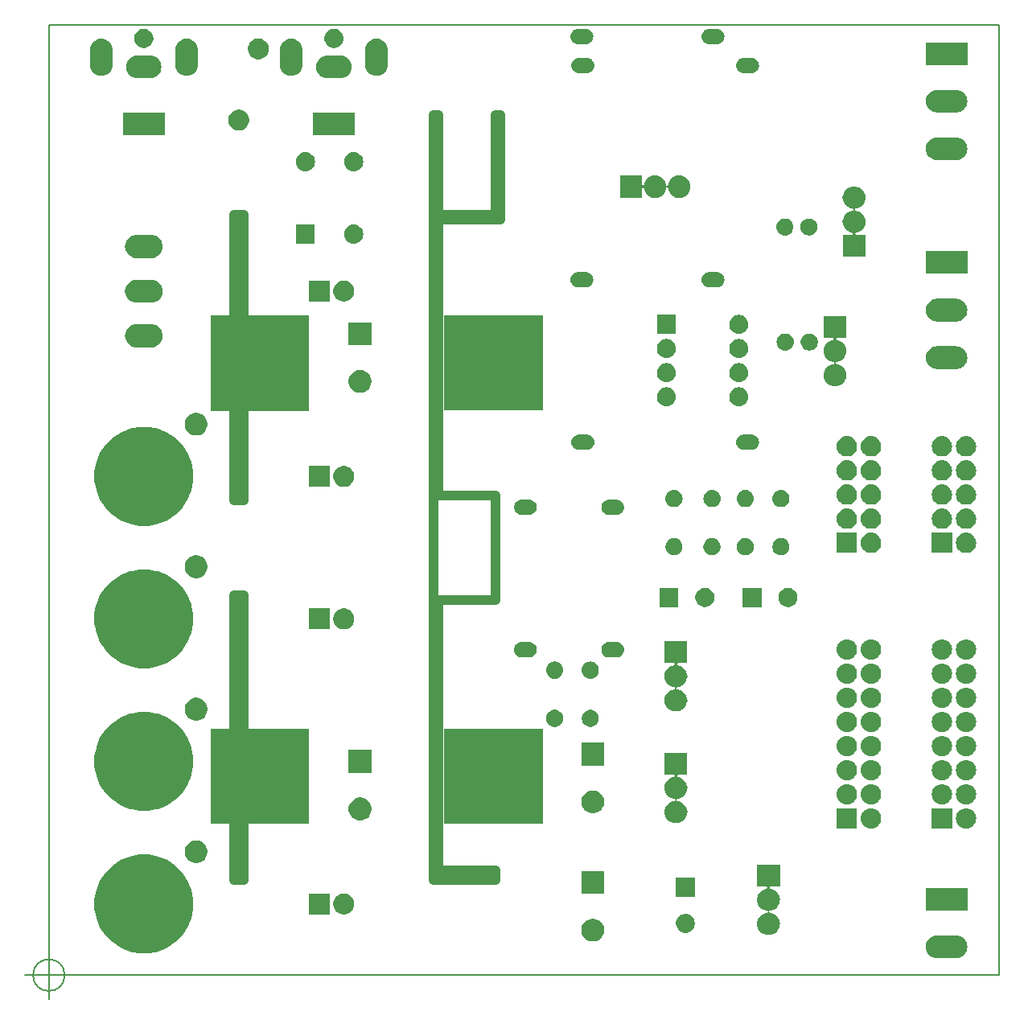
<source format=gbr>
%TF.GenerationSoftware,KiCad,Pcbnew,(5.0.2)-1*%
%TF.CreationDate,2019-03-07T23:56:34+01:00*%
%TF.ProjectId,KicadJE-EuroPowerSupply,4b696361-644a-4452-9d45-75726f506f77,Rev B*%
%TF.SameCoordinates,Original*%
%TF.FileFunction,Soldermask,Bot*%
%TF.FilePolarity,Negative*%
%FSLAX46Y46*%
G04 Gerber Fmt 4.6, Leading zero omitted, Abs format (unit mm)*
G04 Created by KiCad (PCBNEW (5.0.2)-1) date 07/03/2019 23:56:34*
%MOMM*%
%LPD*%
G01*
G04 APERTURE LIST*
%ADD10C,1.000000*%
%ADD11C,0.150000*%
%ADD12C,0.200000*%
G04 APERTURE END LIST*
D10*
X140500000Y-139000000D02*
X140500000Y-140000000D01*
X147000000Y-139000000D02*
X140500000Y-139000000D01*
X147000000Y-140000000D02*
X147000000Y-139000000D01*
X140500000Y-140000000D02*
X147000000Y-140000000D01*
X140500000Y-70500000D02*
X140500000Y-70000000D01*
X147500000Y-70500000D02*
X140500000Y-70500000D01*
X147500000Y-59500000D02*
X147500000Y-70500000D01*
X147000000Y-59500000D02*
X147500000Y-59500000D01*
X147000000Y-70000000D02*
X147000000Y-59500000D01*
X140500000Y-70000000D02*
X147000000Y-70000000D01*
X141000000Y-110500000D02*
X141000000Y-140000000D01*
X147000000Y-110500000D02*
X141000000Y-110500000D01*
X141000000Y-99500000D02*
X147000000Y-99500000D01*
X141000000Y-59500000D02*
X141000000Y-99500000D01*
X140500000Y-140000000D02*
X140500000Y-59500000D01*
X147000000Y-110500000D02*
X147000000Y-99500000D01*
X140500000Y-59500000D02*
X141000000Y-59500000D01*
X119500000Y-100000000D02*
X120500000Y-100000000D01*
X141000000Y-140000000D02*
X140500000Y-140000000D01*
X119500000Y-110000000D02*
X120500000Y-110000000D01*
X119500000Y-110000000D02*
X119500000Y-140000000D01*
X120500000Y-140000000D02*
X120500000Y-110000000D01*
X119500000Y-140000000D02*
X120500000Y-140000000D01*
X119500000Y-70000000D02*
X119500000Y-100000000D01*
X119500000Y-70000000D02*
X120500000Y-70000000D01*
X120500000Y-100000000D02*
X120500000Y-70000000D01*
D11*
X101666666Y-150000000D02*
G75*
G03X101666666Y-150000000I-1666666J0D01*
G01*
X97500000Y-150000000D02*
X102500000Y-150000000D01*
X100000000Y-147500000D02*
X100000000Y-152500000D01*
D12*
X200000000Y-50000000D02*
X100000000Y-50000000D01*
X200000000Y-150000000D02*
X200000000Y-50000000D01*
X100000000Y-150000000D02*
X200000000Y-150000000D01*
X100000000Y-50000000D02*
X100000000Y-150000000D01*
D11*
G36*
X195583418Y-145813444D02*
X195723281Y-145827219D01*
X195947596Y-145895265D01*
X196154327Y-146005764D01*
X196335528Y-146154472D01*
X196484236Y-146335673D01*
X196594735Y-146542404D01*
X196662781Y-146766719D01*
X196685757Y-147000000D01*
X196662781Y-147233281D01*
X196594735Y-147457596D01*
X196484236Y-147664327D01*
X196335528Y-147845528D01*
X196154327Y-147994236D01*
X195947596Y-148104735D01*
X195723281Y-148172781D01*
X195583418Y-148186556D01*
X195548453Y-148190000D01*
X193451547Y-148190000D01*
X193416582Y-148186556D01*
X193276719Y-148172781D01*
X193052404Y-148104735D01*
X192845673Y-147994236D01*
X192664472Y-147845528D01*
X192515764Y-147664327D01*
X192405265Y-147457596D01*
X192337219Y-147233281D01*
X192314243Y-147000000D01*
X192337219Y-146766719D01*
X192405265Y-146542404D01*
X192515764Y-146335673D01*
X192664472Y-146154472D01*
X192845673Y-146005764D01*
X193052404Y-145895265D01*
X193276719Y-145827219D01*
X193416582Y-145813444D01*
X193451547Y-145810000D01*
X195548453Y-145810000D01*
X195583418Y-145813444D01*
X195583418Y-145813444D01*
G37*
G36*
X111181908Y-137433222D02*
X111516784Y-137499833D01*
X112463124Y-137891819D01*
X113314807Y-138460896D01*
X114039104Y-139185193D01*
X114608181Y-140036876D01*
X115000167Y-140983216D01*
X115000167Y-140983217D01*
X115200000Y-141987843D01*
X115200000Y-143012157D01*
X115100957Y-143510077D01*
X115000167Y-144016784D01*
X114608181Y-144963124D01*
X114039104Y-145814807D01*
X113314807Y-146539104D01*
X112463124Y-147108181D01*
X111516784Y-147500167D01*
X111181908Y-147566778D01*
X110512157Y-147700000D01*
X109487843Y-147700000D01*
X108818092Y-147566778D01*
X108483216Y-147500167D01*
X107536876Y-147108181D01*
X106685193Y-146539104D01*
X105960896Y-145814807D01*
X105391819Y-144963124D01*
X104999833Y-144016784D01*
X104899043Y-143510077D01*
X104800000Y-143012157D01*
X104800000Y-141987843D01*
X104999833Y-140983217D01*
X104999833Y-140983216D01*
X105391819Y-140036876D01*
X105960896Y-139185193D01*
X106685193Y-138460896D01*
X107536876Y-137891819D01*
X108483216Y-137499833D01*
X108818092Y-137433222D01*
X109487843Y-137300000D01*
X110512157Y-137300000D01*
X111181908Y-137433222D01*
X111181908Y-137433222D01*
G37*
G36*
X157600026Y-144096115D02*
X157818412Y-144186573D01*
X158014958Y-144317901D01*
X158182099Y-144485042D01*
X158313427Y-144681588D01*
X158403885Y-144899974D01*
X158450000Y-145131809D01*
X158450000Y-145368191D01*
X158403885Y-145600026D01*
X158313427Y-145818412D01*
X158182099Y-146014958D01*
X158014958Y-146182099D01*
X157818412Y-146313427D01*
X157600026Y-146403885D01*
X157368191Y-146450000D01*
X157131809Y-146450000D01*
X156899974Y-146403885D01*
X156681588Y-146313427D01*
X156485042Y-146182099D01*
X156317901Y-146014958D01*
X156186573Y-145818412D01*
X156096115Y-145600026D01*
X156050000Y-145368191D01*
X156050000Y-145131809D01*
X156096115Y-144899974D01*
X156186573Y-144681588D01*
X156317901Y-144485042D01*
X156485042Y-144317901D01*
X156681588Y-144186573D01*
X156899974Y-144096115D01*
X157131809Y-144050000D01*
X157368191Y-144050000D01*
X157600026Y-144096115D01*
X157600026Y-144096115D01*
G37*
G36*
X176950000Y-140652500D02*
X176012551Y-140652500D01*
X175988165Y-140654902D01*
X175964716Y-140662015D01*
X175943105Y-140673566D01*
X175924163Y-140689112D01*
X175908617Y-140708054D01*
X175897066Y-140729665D01*
X175889953Y-140753114D01*
X175887551Y-140777500D01*
X175889953Y-140801886D01*
X175897066Y-140825335D01*
X175908617Y-140846946D01*
X175924163Y-140865888D01*
X175943105Y-140881434D01*
X175964716Y-140892985D01*
X176000298Y-140901898D01*
X176023429Y-140904176D01*
X176132052Y-140937126D01*
X176240677Y-140970077D01*
X176440895Y-141077096D01*
X176616384Y-141221116D01*
X176760404Y-141396605D01*
X176867423Y-141596823D01*
X176882212Y-141645578D01*
X176928688Y-141798787D01*
X176933324Y-141814072D01*
X176955576Y-142040000D01*
X176933324Y-142265928D01*
X176867423Y-142483177D01*
X176760404Y-142683395D01*
X176616384Y-142858884D01*
X176440895Y-143002904D01*
X176240677Y-143109923D01*
X176132052Y-143142874D01*
X176023429Y-143175824D01*
X175935451Y-143184489D01*
X175924151Y-143185602D01*
X175900117Y-143190383D01*
X175877478Y-143199760D01*
X175857104Y-143213374D01*
X175839777Y-143230701D01*
X175826163Y-143251076D01*
X175816785Y-143273715D01*
X175812005Y-143297748D01*
X175812005Y-143322252D01*
X175816786Y-143346286D01*
X175826163Y-143368925D01*
X175839777Y-143389299D01*
X175857104Y-143406626D01*
X175877479Y-143420240D01*
X175900118Y-143429618D01*
X175924151Y-143434398D01*
X176023429Y-143444176D01*
X176124406Y-143474807D01*
X176240677Y-143510077D01*
X176440895Y-143617096D01*
X176616384Y-143761116D01*
X176760404Y-143936605D01*
X176867423Y-144136823D01*
X176900374Y-144245448D01*
X176904277Y-144258314D01*
X176933324Y-144354072D01*
X176955576Y-144580000D01*
X176933324Y-144805928D01*
X176867423Y-145023177D01*
X176760404Y-145223395D01*
X176616384Y-145398884D01*
X176440895Y-145542904D01*
X176240677Y-145649923D01*
X176132052Y-145682874D01*
X176023429Y-145715824D01*
X175966991Y-145721383D01*
X175854116Y-145732500D01*
X175645884Y-145732500D01*
X175533009Y-145721383D01*
X175476571Y-145715824D01*
X175367948Y-145682874D01*
X175259323Y-145649923D01*
X175059105Y-145542904D01*
X174883616Y-145398884D01*
X174739596Y-145223395D01*
X174632577Y-145023177D01*
X174566676Y-144805928D01*
X174544424Y-144580000D01*
X174566676Y-144354072D01*
X174595724Y-144258314D01*
X174599626Y-144245448D01*
X174632577Y-144136823D01*
X174739596Y-143936605D01*
X174883616Y-143761116D01*
X175059105Y-143617096D01*
X175259323Y-143510077D01*
X175375594Y-143474807D01*
X175476571Y-143444176D01*
X175575849Y-143434398D01*
X175599883Y-143429617D01*
X175622522Y-143420240D01*
X175642896Y-143406626D01*
X175660223Y-143389299D01*
X175673837Y-143368924D01*
X175683215Y-143346285D01*
X175687995Y-143322252D01*
X175687995Y-143297748D01*
X175683214Y-143273714D01*
X175673837Y-143251075D01*
X175660223Y-143230701D01*
X175642896Y-143213374D01*
X175622521Y-143199760D01*
X175599882Y-143190382D01*
X175575849Y-143185602D01*
X175564549Y-143184489D01*
X175476571Y-143175824D01*
X175367948Y-143142874D01*
X175259323Y-143109923D01*
X175059105Y-143002904D01*
X174883616Y-142858884D01*
X174739596Y-142683395D01*
X174632577Y-142483177D01*
X174566676Y-142265928D01*
X174544424Y-142040000D01*
X174566676Y-141814072D01*
X174571313Y-141798787D01*
X174617788Y-141645578D01*
X174632577Y-141596823D01*
X174739596Y-141396605D01*
X174883616Y-141221116D01*
X175059105Y-141077096D01*
X175259323Y-140970077D01*
X175367948Y-140937126D01*
X175476571Y-140904176D01*
X175499702Y-140901898D01*
X175523735Y-140897117D01*
X175546374Y-140887740D01*
X175566748Y-140874126D01*
X175584075Y-140856799D01*
X175597689Y-140836424D01*
X175607067Y-140813785D01*
X175611847Y-140789752D01*
X175611847Y-140765248D01*
X175607066Y-140741214D01*
X175597689Y-140718575D01*
X175584075Y-140698201D01*
X175566748Y-140680874D01*
X175546373Y-140667260D01*
X175523734Y-140657882D01*
X175487449Y-140652500D01*
X174550000Y-140652500D01*
X174550000Y-138347500D01*
X176950000Y-138347500D01*
X176950000Y-140652500D01*
X176950000Y-140652500D01*
G37*
G36*
X167175770Y-143565372D02*
X167291689Y-143588429D01*
X167473678Y-143663811D01*
X167637463Y-143773249D01*
X167776751Y-143912537D01*
X167886189Y-144076322D01*
X167961571Y-144258311D01*
X168000000Y-144451509D01*
X168000000Y-144648491D01*
X167961571Y-144841689D01*
X167886189Y-145023678D01*
X167776751Y-145187463D01*
X167637463Y-145326751D01*
X167473678Y-145436189D01*
X167291689Y-145511571D01*
X167175770Y-145534628D01*
X167098493Y-145550000D01*
X166901507Y-145550000D01*
X166824230Y-145534628D01*
X166708311Y-145511571D01*
X166526322Y-145436189D01*
X166362537Y-145326751D01*
X166223249Y-145187463D01*
X166113811Y-145023678D01*
X166038429Y-144841689D01*
X166000000Y-144648491D01*
X166000000Y-144451509D01*
X166038429Y-144258311D01*
X166113811Y-144076322D01*
X166223249Y-143912537D01*
X166362537Y-143773249D01*
X166526322Y-143663811D01*
X166708311Y-143588429D01*
X166824230Y-143565372D01*
X166901507Y-143550000D01*
X167098493Y-143550000D01*
X167175770Y-143565372D01*
X167175770Y-143565372D01*
G37*
G36*
X129600000Y-143600000D02*
X127400000Y-143600000D01*
X127400000Y-141400000D01*
X129600000Y-141400000D01*
X129600000Y-143600000D01*
X129600000Y-143600000D01*
G37*
G36*
X131360857Y-141442272D02*
X131561042Y-141525191D01*
X131561045Y-141525193D01*
X131668247Y-141596823D01*
X131741213Y-141645578D01*
X131894422Y-141798787D01*
X131894424Y-141798790D01*
X131894425Y-141798791D01*
X131904635Y-141814072D01*
X132014809Y-141978958D01*
X132097728Y-142179143D01*
X132140000Y-142391658D01*
X132140000Y-142608342D01*
X132097728Y-142820857D01*
X132014809Y-143021042D01*
X132014807Y-143021045D01*
X131901659Y-143190383D01*
X131894422Y-143201213D01*
X131741213Y-143354422D01*
X131741210Y-143354424D01*
X131741209Y-143354425D01*
X131719508Y-143368925D01*
X131561042Y-143474809D01*
X131360857Y-143557728D01*
X131148342Y-143600000D01*
X130931658Y-143600000D01*
X130719143Y-143557728D01*
X130518958Y-143474809D01*
X130360492Y-143368925D01*
X130338791Y-143354425D01*
X130338790Y-143354424D01*
X130338787Y-143354422D01*
X130185578Y-143201213D01*
X130178342Y-143190383D01*
X130065193Y-143021045D01*
X130065191Y-143021042D01*
X129982272Y-142820857D01*
X129940000Y-142608342D01*
X129940000Y-142391658D01*
X129982272Y-142179143D01*
X130065191Y-141978958D01*
X130175365Y-141814072D01*
X130185575Y-141798791D01*
X130185576Y-141798790D01*
X130185578Y-141798787D01*
X130338787Y-141645578D01*
X130411754Y-141596823D01*
X130518955Y-141525193D01*
X130518958Y-141525191D01*
X130719143Y-141442272D01*
X130931658Y-141400000D01*
X131148342Y-141400000D01*
X131360857Y-141442272D01*
X131360857Y-141442272D01*
G37*
G36*
X196680000Y-143190000D02*
X192320000Y-143190000D01*
X192320000Y-140810000D01*
X196680000Y-140810000D01*
X196680000Y-143190000D01*
X196680000Y-143190000D01*
G37*
G36*
X168000000Y-141750000D02*
X166000000Y-141750000D01*
X166000000Y-139750000D01*
X168000000Y-139750000D01*
X168000000Y-141750000D01*
X168000000Y-141750000D01*
G37*
G36*
X158450000Y-141450000D02*
X156050000Y-141450000D01*
X156050000Y-139050000D01*
X158450000Y-139050000D01*
X158450000Y-141450000D01*
X158450000Y-141450000D01*
G37*
G36*
X115850026Y-135846115D02*
X116068412Y-135936573D01*
X116264958Y-136067901D01*
X116432099Y-136235042D01*
X116563427Y-136431588D01*
X116653885Y-136649974D01*
X116700000Y-136881809D01*
X116700000Y-137118191D01*
X116653885Y-137350026D01*
X116563427Y-137568412D01*
X116432099Y-137764958D01*
X116264958Y-137932099D01*
X116068412Y-138063427D01*
X115850026Y-138153885D01*
X115618191Y-138200000D01*
X115381809Y-138200000D01*
X115149974Y-138153885D01*
X114931588Y-138063427D01*
X114735042Y-137932099D01*
X114567901Y-137764958D01*
X114436573Y-137568412D01*
X114346115Y-137350026D01*
X114300000Y-137118191D01*
X114300000Y-136881809D01*
X114346115Y-136649974D01*
X114436573Y-136431588D01*
X114567901Y-136235042D01*
X114735042Y-136067901D01*
X114931588Y-135936573D01*
X115149974Y-135846115D01*
X115381809Y-135800000D01*
X115618191Y-135800000D01*
X115850026Y-135846115D01*
X115850026Y-135846115D01*
G37*
G36*
X195063600Y-134563600D02*
X192936400Y-134563600D01*
X192936400Y-132436400D01*
X195063600Y-132436400D01*
X195063600Y-134563600D01*
X195063600Y-134563600D01*
G37*
G36*
X196748503Y-132451789D02*
X196948991Y-132512607D01*
X197133764Y-132611369D01*
X197295718Y-132744282D01*
X197428631Y-132906236D01*
X197527393Y-133091009D01*
X197588211Y-133291497D01*
X197608746Y-133500000D01*
X197588211Y-133708503D01*
X197527393Y-133908991D01*
X197428631Y-134093764D01*
X197295718Y-134255718D01*
X197133764Y-134388631D01*
X196948991Y-134487393D01*
X196748503Y-134548211D01*
X196592251Y-134563600D01*
X196487749Y-134563600D01*
X196331497Y-134548211D01*
X196131009Y-134487393D01*
X195946236Y-134388631D01*
X195784282Y-134255718D01*
X195651369Y-134093764D01*
X195552607Y-133908991D01*
X195491789Y-133708503D01*
X195471254Y-133500000D01*
X195491789Y-133291497D01*
X195552607Y-133091009D01*
X195651369Y-132906236D01*
X195784282Y-132744282D01*
X195946236Y-132611369D01*
X196131009Y-132512607D01*
X196331497Y-132451789D01*
X196487749Y-132436400D01*
X196592251Y-132436400D01*
X196748503Y-132451789D01*
X196748503Y-132451789D01*
G37*
G36*
X185063600Y-134563600D02*
X182936400Y-134563600D01*
X182936400Y-132436400D01*
X185063600Y-132436400D01*
X185063600Y-134563600D01*
X185063600Y-134563600D01*
G37*
G36*
X186748503Y-132451789D02*
X186948991Y-132512607D01*
X187133764Y-132611369D01*
X187295718Y-132744282D01*
X187428631Y-132906236D01*
X187527393Y-133091009D01*
X187588211Y-133291497D01*
X187608746Y-133500000D01*
X187588211Y-133708503D01*
X187527393Y-133908991D01*
X187428631Y-134093764D01*
X187295718Y-134255718D01*
X187133764Y-134388631D01*
X186948991Y-134487393D01*
X186748503Y-134548211D01*
X186592251Y-134563600D01*
X186487749Y-134563600D01*
X186331497Y-134548211D01*
X186131009Y-134487393D01*
X185946236Y-134388631D01*
X185784282Y-134255718D01*
X185651369Y-134093764D01*
X185552607Y-133908991D01*
X185491789Y-133708503D01*
X185471254Y-133500000D01*
X185491789Y-133291497D01*
X185552607Y-133091009D01*
X185651369Y-132906236D01*
X185784282Y-132744282D01*
X185946236Y-132611369D01*
X186131009Y-132512607D01*
X186331497Y-132451789D01*
X186487749Y-132436400D01*
X186592251Y-132436400D01*
X186748503Y-132451789D01*
X186748503Y-132451789D01*
G37*
G36*
X152000000Y-134080000D02*
X141600000Y-134080000D01*
X141600000Y-124060000D01*
X152000000Y-124060000D01*
X152000000Y-134080000D01*
X152000000Y-134080000D01*
G37*
G36*
X127400000Y-134080000D02*
X117000000Y-134080000D01*
X117000000Y-124060000D01*
X127400000Y-124060000D01*
X127400000Y-134080000D01*
X127400000Y-134080000D01*
G37*
G36*
X167200000Y-128902500D02*
X166262551Y-128902500D01*
X166238165Y-128904902D01*
X166214716Y-128912015D01*
X166193105Y-128923566D01*
X166174163Y-128939112D01*
X166158617Y-128958054D01*
X166147066Y-128979665D01*
X166139953Y-129003114D01*
X166137551Y-129027500D01*
X166139953Y-129051886D01*
X166147066Y-129075335D01*
X166158617Y-129096946D01*
X166174163Y-129115888D01*
X166193105Y-129131434D01*
X166214716Y-129142985D01*
X166250298Y-129151898D01*
X166273429Y-129154176D01*
X166382053Y-129187127D01*
X166490677Y-129220077D01*
X166690895Y-129327096D01*
X166866384Y-129471116D01*
X167010404Y-129646605D01*
X167117423Y-129846823D01*
X167117423Y-129846824D01*
X167183324Y-130064071D01*
X167205576Y-130290000D01*
X167183324Y-130515929D01*
X167159000Y-130596115D01*
X167117423Y-130733177D01*
X167010404Y-130933395D01*
X166866384Y-131108884D01*
X166690895Y-131252904D01*
X166490677Y-131359923D01*
X166460783Y-131368991D01*
X166273429Y-131425824D01*
X166185451Y-131434489D01*
X166174151Y-131435602D01*
X166150117Y-131440383D01*
X166127478Y-131449760D01*
X166107104Y-131463374D01*
X166089777Y-131480701D01*
X166076163Y-131501076D01*
X166066785Y-131523715D01*
X166062005Y-131547748D01*
X166062005Y-131572252D01*
X166066786Y-131596286D01*
X166076163Y-131618925D01*
X166089777Y-131639299D01*
X166107104Y-131656626D01*
X166127479Y-131670240D01*
X166150118Y-131679618D01*
X166174151Y-131684398D01*
X166273429Y-131694176D01*
X166382052Y-131727126D01*
X166490677Y-131760077D01*
X166690895Y-131867096D01*
X166866384Y-132011116D01*
X167010404Y-132186605D01*
X167117423Y-132386823D01*
X167132462Y-132436400D01*
X167183324Y-132604071D01*
X167205576Y-132830000D01*
X167183324Y-133055929D01*
X167154604Y-133150605D01*
X167117423Y-133273177D01*
X167010404Y-133473395D01*
X166866384Y-133648884D01*
X166690895Y-133792904D01*
X166490677Y-133899923D01*
X166460783Y-133908991D01*
X166273429Y-133965824D01*
X166216991Y-133971383D01*
X166104116Y-133982500D01*
X165895884Y-133982500D01*
X165783009Y-133971383D01*
X165726571Y-133965824D01*
X165539217Y-133908991D01*
X165509323Y-133899923D01*
X165309105Y-133792904D01*
X165133616Y-133648884D01*
X164989596Y-133473395D01*
X164882577Y-133273177D01*
X164845396Y-133150605D01*
X164816676Y-133055929D01*
X164794424Y-132830000D01*
X164816676Y-132604071D01*
X164867538Y-132436400D01*
X164882577Y-132386823D01*
X164989596Y-132186605D01*
X165133616Y-132011116D01*
X165309105Y-131867096D01*
X165509323Y-131760077D01*
X165617948Y-131727126D01*
X165726571Y-131694176D01*
X165825849Y-131684398D01*
X165849883Y-131679617D01*
X165872522Y-131670240D01*
X165892896Y-131656626D01*
X165910223Y-131639299D01*
X165923837Y-131618924D01*
X165933215Y-131596285D01*
X165937995Y-131572252D01*
X165937995Y-131547748D01*
X165933214Y-131523714D01*
X165923837Y-131501075D01*
X165910223Y-131480701D01*
X165892896Y-131463374D01*
X165872521Y-131449760D01*
X165849882Y-131440382D01*
X165825849Y-131435602D01*
X165814549Y-131434489D01*
X165726571Y-131425824D01*
X165539217Y-131368991D01*
X165509323Y-131359923D01*
X165309105Y-131252904D01*
X165133616Y-131108884D01*
X164989596Y-130933395D01*
X164882577Y-130733177D01*
X164841000Y-130596115D01*
X164816676Y-130515929D01*
X164794424Y-130290000D01*
X164816676Y-130064071D01*
X164882577Y-129846824D01*
X164882577Y-129846823D01*
X164989596Y-129646605D01*
X165133616Y-129471116D01*
X165309105Y-129327096D01*
X165509323Y-129220077D01*
X165617947Y-129187127D01*
X165726571Y-129154176D01*
X165749702Y-129151898D01*
X165773735Y-129147117D01*
X165796374Y-129137740D01*
X165816748Y-129124126D01*
X165834075Y-129106799D01*
X165847689Y-129086424D01*
X165857067Y-129063785D01*
X165861847Y-129039752D01*
X165861847Y-129015248D01*
X165857066Y-128991214D01*
X165847689Y-128968575D01*
X165834075Y-128948201D01*
X165816748Y-128930874D01*
X165796373Y-128917260D01*
X165773734Y-128907882D01*
X165737449Y-128902500D01*
X164800000Y-128902500D01*
X164800000Y-126597500D01*
X167200000Y-126597500D01*
X167200000Y-128902500D01*
X167200000Y-128902500D01*
G37*
G36*
X133100026Y-131346115D02*
X133318412Y-131436573D01*
X133514958Y-131567901D01*
X133682099Y-131735042D01*
X133813427Y-131931588D01*
X133903885Y-132149974D01*
X133950000Y-132381809D01*
X133950000Y-132618191D01*
X133903885Y-132850026D01*
X133813427Y-133068412D01*
X133682099Y-133264958D01*
X133514958Y-133432099D01*
X133318412Y-133563427D01*
X133100026Y-133653885D01*
X132868191Y-133700000D01*
X132631809Y-133700000D01*
X132399974Y-133653885D01*
X132181588Y-133563427D01*
X131985042Y-133432099D01*
X131817901Y-133264958D01*
X131686573Y-133068412D01*
X131596115Y-132850026D01*
X131550000Y-132618191D01*
X131550000Y-132381809D01*
X131596115Y-132149974D01*
X131686573Y-131931588D01*
X131817901Y-131735042D01*
X131985042Y-131567901D01*
X132181588Y-131436573D01*
X132399974Y-131346115D01*
X132631809Y-131300000D01*
X132868191Y-131300000D01*
X133100026Y-131346115D01*
X133100026Y-131346115D01*
G37*
G36*
X157600026Y-130596115D02*
X157818412Y-130686573D01*
X158014958Y-130817901D01*
X158182099Y-130985042D01*
X158313427Y-131181588D01*
X158403885Y-131399974D01*
X158450000Y-131631809D01*
X158450000Y-131868191D01*
X158403885Y-132100026D01*
X158313427Y-132318412D01*
X158182099Y-132514958D01*
X158014958Y-132682099D01*
X157818412Y-132813427D01*
X157600026Y-132903885D01*
X157368191Y-132950000D01*
X157131809Y-132950000D01*
X156899974Y-132903885D01*
X156681588Y-132813427D01*
X156485042Y-132682099D01*
X156317901Y-132514958D01*
X156186573Y-132318412D01*
X156096115Y-132100026D01*
X156050000Y-131868191D01*
X156050000Y-131631809D01*
X156096115Y-131399974D01*
X156186573Y-131181588D01*
X156317901Y-130985042D01*
X156485042Y-130817901D01*
X156681588Y-130686573D01*
X156899974Y-130596115D01*
X157131809Y-130550000D01*
X157368191Y-130550000D01*
X157600026Y-130596115D01*
X157600026Y-130596115D01*
G37*
G36*
X111181908Y-122433222D02*
X111516784Y-122499833D01*
X112463124Y-122891819D01*
X113314807Y-123460896D01*
X114039104Y-124185193D01*
X114608181Y-125036876D01*
X115000167Y-125983216D01*
X115021110Y-126088502D01*
X115200000Y-126987843D01*
X115200000Y-128012157D01*
X115118875Y-128420000D01*
X115000167Y-129016784D01*
X114608181Y-129963124D01*
X114039104Y-130814807D01*
X113314807Y-131539104D01*
X112463124Y-132108181D01*
X111516784Y-132500167D01*
X111181908Y-132566778D01*
X110512157Y-132700000D01*
X109487843Y-132700000D01*
X108818092Y-132566778D01*
X108483216Y-132500167D01*
X107536876Y-132108181D01*
X106685193Y-131539104D01*
X105960896Y-130814807D01*
X105391819Y-129963124D01*
X104999833Y-129016784D01*
X104881125Y-128420000D01*
X104800000Y-128012157D01*
X104800000Y-126987843D01*
X104978890Y-126088502D01*
X104999833Y-125983216D01*
X105391819Y-125036876D01*
X105960896Y-124185193D01*
X106685193Y-123460896D01*
X107536876Y-122891819D01*
X108483216Y-122499833D01*
X108818092Y-122433222D01*
X109487843Y-122300000D01*
X110512157Y-122300000D01*
X111181908Y-122433222D01*
X111181908Y-122433222D01*
G37*
G36*
X196748503Y-129911789D02*
X196948991Y-129972607D01*
X197133764Y-130071369D01*
X197295718Y-130204282D01*
X197428631Y-130366236D01*
X197527393Y-130551009D01*
X197588211Y-130751497D01*
X197608746Y-130960000D01*
X197588211Y-131168503D01*
X197527393Y-131368991D01*
X197428631Y-131553764D01*
X197295718Y-131715718D01*
X197133764Y-131848631D01*
X196948991Y-131947393D01*
X196748503Y-132008211D01*
X196592251Y-132023600D01*
X196487749Y-132023600D01*
X196331497Y-132008211D01*
X196131009Y-131947393D01*
X195946236Y-131848631D01*
X195784282Y-131715718D01*
X195651369Y-131553764D01*
X195552607Y-131368991D01*
X195491789Y-131168503D01*
X195471254Y-130960000D01*
X195491789Y-130751497D01*
X195552607Y-130551009D01*
X195651369Y-130366236D01*
X195784282Y-130204282D01*
X195946236Y-130071369D01*
X196131009Y-129972607D01*
X196331497Y-129911789D01*
X196487749Y-129896400D01*
X196592251Y-129896400D01*
X196748503Y-129911789D01*
X196748503Y-129911789D01*
G37*
G36*
X194208503Y-129911789D02*
X194408991Y-129972607D01*
X194593764Y-130071369D01*
X194755718Y-130204282D01*
X194888631Y-130366236D01*
X194987393Y-130551009D01*
X195048211Y-130751497D01*
X195068746Y-130960000D01*
X195048211Y-131168503D01*
X194987393Y-131368991D01*
X194888631Y-131553764D01*
X194755718Y-131715718D01*
X194593764Y-131848631D01*
X194408991Y-131947393D01*
X194208503Y-132008211D01*
X194052251Y-132023600D01*
X193947749Y-132023600D01*
X193791497Y-132008211D01*
X193591009Y-131947393D01*
X193406236Y-131848631D01*
X193244282Y-131715718D01*
X193111369Y-131553764D01*
X193012607Y-131368991D01*
X192951789Y-131168503D01*
X192931254Y-130960000D01*
X192951789Y-130751497D01*
X193012607Y-130551009D01*
X193111369Y-130366236D01*
X193244282Y-130204282D01*
X193406236Y-130071369D01*
X193591009Y-129972607D01*
X193791497Y-129911789D01*
X193947749Y-129896400D01*
X194052251Y-129896400D01*
X194208503Y-129911789D01*
X194208503Y-129911789D01*
G37*
G36*
X184208503Y-129911789D02*
X184408991Y-129972607D01*
X184593764Y-130071369D01*
X184755718Y-130204282D01*
X184888631Y-130366236D01*
X184987393Y-130551009D01*
X185048211Y-130751497D01*
X185068746Y-130960000D01*
X185048211Y-131168503D01*
X184987393Y-131368991D01*
X184888631Y-131553764D01*
X184755718Y-131715718D01*
X184593764Y-131848631D01*
X184408991Y-131947393D01*
X184208503Y-132008211D01*
X184052251Y-132023600D01*
X183947749Y-132023600D01*
X183791497Y-132008211D01*
X183591009Y-131947393D01*
X183406236Y-131848631D01*
X183244282Y-131715718D01*
X183111369Y-131553764D01*
X183012607Y-131368991D01*
X182951789Y-131168503D01*
X182931254Y-130960000D01*
X182951789Y-130751497D01*
X183012607Y-130551009D01*
X183111369Y-130366236D01*
X183244282Y-130204282D01*
X183406236Y-130071369D01*
X183591009Y-129972607D01*
X183791497Y-129911789D01*
X183947749Y-129896400D01*
X184052251Y-129896400D01*
X184208503Y-129911789D01*
X184208503Y-129911789D01*
G37*
G36*
X186748503Y-129911789D02*
X186948991Y-129972607D01*
X187133764Y-130071369D01*
X187295718Y-130204282D01*
X187428631Y-130366236D01*
X187527393Y-130551009D01*
X187588211Y-130751497D01*
X187608746Y-130960000D01*
X187588211Y-131168503D01*
X187527393Y-131368991D01*
X187428631Y-131553764D01*
X187295718Y-131715718D01*
X187133764Y-131848631D01*
X186948991Y-131947393D01*
X186748503Y-132008211D01*
X186592251Y-132023600D01*
X186487749Y-132023600D01*
X186331497Y-132008211D01*
X186131009Y-131947393D01*
X185946236Y-131848631D01*
X185784282Y-131715718D01*
X185651369Y-131553764D01*
X185552607Y-131368991D01*
X185491789Y-131168503D01*
X185471254Y-130960000D01*
X185491789Y-130751497D01*
X185552607Y-130551009D01*
X185651369Y-130366236D01*
X185784282Y-130204282D01*
X185946236Y-130071369D01*
X186131009Y-129972607D01*
X186331497Y-129911789D01*
X186487749Y-129896400D01*
X186592251Y-129896400D01*
X186748503Y-129911789D01*
X186748503Y-129911789D01*
G37*
G36*
X194208503Y-127371789D02*
X194408991Y-127432607D01*
X194593764Y-127531369D01*
X194755718Y-127664282D01*
X194888631Y-127826236D01*
X194987393Y-128011009D01*
X195048211Y-128211497D01*
X195068746Y-128420000D01*
X195048211Y-128628503D01*
X194987393Y-128828991D01*
X194888631Y-129013764D01*
X194755718Y-129175718D01*
X194593764Y-129308631D01*
X194408991Y-129407393D01*
X194208503Y-129468211D01*
X194052251Y-129483600D01*
X193947749Y-129483600D01*
X193791497Y-129468211D01*
X193591009Y-129407393D01*
X193406236Y-129308631D01*
X193244282Y-129175718D01*
X193111369Y-129013764D01*
X193012607Y-128828991D01*
X192951789Y-128628503D01*
X192931254Y-128420000D01*
X192951789Y-128211497D01*
X193012607Y-128011009D01*
X193111369Y-127826236D01*
X193244282Y-127664282D01*
X193406236Y-127531369D01*
X193591009Y-127432607D01*
X193791497Y-127371789D01*
X193947749Y-127356400D01*
X194052251Y-127356400D01*
X194208503Y-127371789D01*
X194208503Y-127371789D01*
G37*
G36*
X186748503Y-127371789D02*
X186948991Y-127432607D01*
X187133764Y-127531369D01*
X187295718Y-127664282D01*
X187428631Y-127826236D01*
X187527393Y-128011009D01*
X187588211Y-128211497D01*
X187608746Y-128420000D01*
X187588211Y-128628503D01*
X187527393Y-128828991D01*
X187428631Y-129013764D01*
X187295718Y-129175718D01*
X187133764Y-129308631D01*
X186948991Y-129407393D01*
X186748503Y-129468211D01*
X186592251Y-129483600D01*
X186487749Y-129483600D01*
X186331497Y-129468211D01*
X186131009Y-129407393D01*
X185946236Y-129308631D01*
X185784282Y-129175718D01*
X185651369Y-129013764D01*
X185552607Y-128828991D01*
X185491789Y-128628503D01*
X185471254Y-128420000D01*
X185491789Y-128211497D01*
X185552607Y-128011009D01*
X185651369Y-127826236D01*
X185784282Y-127664282D01*
X185946236Y-127531369D01*
X186131009Y-127432607D01*
X186331497Y-127371789D01*
X186487749Y-127356400D01*
X186592251Y-127356400D01*
X186748503Y-127371789D01*
X186748503Y-127371789D01*
G37*
G36*
X184208503Y-127371789D02*
X184408991Y-127432607D01*
X184593764Y-127531369D01*
X184755718Y-127664282D01*
X184888631Y-127826236D01*
X184987393Y-128011009D01*
X185048211Y-128211497D01*
X185068746Y-128420000D01*
X185048211Y-128628503D01*
X184987393Y-128828991D01*
X184888631Y-129013764D01*
X184755718Y-129175718D01*
X184593764Y-129308631D01*
X184408991Y-129407393D01*
X184208503Y-129468211D01*
X184052251Y-129483600D01*
X183947749Y-129483600D01*
X183791497Y-129468211D01*
X183591009Y-129407393D01*
X183406236Y-129308631D01*
X183244282Y-129175718D01*
X183111369Y-129013764D01*
X183012607Y-128828991D01*
X182951789Y-128628503D01*
X182931254Y-128420000D01*
X182951789Y-128211497D01*
X183012607Y-128011009D01*
X183111369Y-127826236D01*
X183244282Y-127664282D01*
X183406236Y-127531369D01*
X183591009Y-127432607D01*
X183791497Y-127371789D01*
X183947749Y-127356400D01*
X184052251Y-127356400D01*
X184208503Y-127371789D01*
X184208503Y-127371789D01*
G37*
G36*
X196748503Y-127371789D02*
X196948991Y-127432607D01*
X197133764Y-127531369D01*
X197295718Y-127664282D01*
X197428631Y-127826236D01*
X197527393Y-128011009D01*
X197588211Y-128211497D01*
X197608746Y-128420000D01*
X197588211Y-128628503D01*
X197527393Y-128828991D01*
X197428631Y-129013764D01*
X197295718Y-129175718D01*
X197133764Y-129308631D01*
X196948991Y-129407393D01*
X196748503Y-129468211D01*
X196592251Y-129483600D01*
X196487749Y-129483600D01*
X196331497Y-129468211D01*
X196131009Y-129407393D01*
X195946236Y-129308631D01*
X195784282Y-129175718D01*
X195651369Y-129013764D01*
X195552607Y-128828991D01*
X195491789Y-128628503D01*
X195471254Y-128420000D01*
X195491789Y-128211497D01*
X195552607Y-128011009D01*
X195651369Y-127826236D01*
X195784282Y-127664282D01*
X195946236Y-127531369D01*
X196131009Y-127432607D01*
X196331497Y-127371789D01*
X196487749Y-127356400D01*
X196592251Y-127356400D01*
X196748503Y-127371789D01*
X196748503Y-127371789D01*
G37*
G36*
X133950000Y-128700000D02*
X131550000Y-128700000D01*
X131550000Y-126300000D01*
X133950000Y-126300000D01*
X133950000Y-128700000D01*
X133950000Y-128700000D01*
G37*
G36*
X158450000Y-127950000D02*
X156050000Y-127950000D01*
X156050000Y-125550000D01*
X158450000Y-125550000D01*
X158450000Y-127950000D01*
X158450000Y-127950000D01*
G37*
G36*
X184208503Y-124831789D02*
X184408991Y-124892607D01*
X184593764Y-124991369D01*
X184755718Y-125124282D01*
X184888631Y-125286236D01*
X184987393Y-125471009D01*
X185048211Y-125671497D01*
X185068746Y-125880000D01*
X185048211Y-126088503D01*
X184987393Y-126288991D01*
X184888631Y-126473764D01*
X184755718Y-126635718D01*
X184593764Y-126768631D01*
X184408991Y-126867393D01*
X184208503Y-126928211D01*
X184052251Y-126943600D01*
X183947749Y-126943600D01*
X183791497Y-126928211D01*
X183591009Y-126867393D01*
X183406236Y-126768631D01*
X183244282Y-126635718D01*
X183111369Y-126473764D01*
X183012607Y-126288991D01*
X182951789Y-126088503D01*
X182931254Y-125880000D01*
X182951789Y-125671497D01*
X183012607Y-125471009D01*
X183111369Y-125286236D01*
X183244282Y-125124282D01*
X183406236Y-124991369D01*
X183591009Y-124892607D01*
X183791497Y-124831789D01*
X183947749Y-124816400D01*
X184052251Y-124816400D01*
X184208503Y-124831789D01*
X184208503Y-124831789D01*
G37*
G36*
X196748503Y-124831789D02*
X196948991Y-124892607D01*
X197133764Y-124991369D01*
X197295718Y-125124282D01*
X197428631Y-125286236D01*
X197527393Y-125471009D01*
X197588211Y-125671497D01*
X197608746Y-125880000D01*
X197588211Y-126088503D01*
X197527393Y-126288991D01*
X197428631Y-126473764D01*
X197295718Y-126635718D01*
X197133764Y-126768631D01*
X196948991Y-126867393D01*
X196748503Y-126928211D01*
X196592251Y-126943600D01*
X196487749Y-126943600D01*
X196331497Y-126928211D01*
X196131009Y-126867393D01*
X195946236Y-126768631D01*
X195784282Y-126635718D01*
X195651369Y-126473764D01*
X195552607Y-126288991D01*
X195491789Y-126088503D01*
X195471254Y-125880000D01*
X195491789Y-125671497D01*
X195552607Y-125471009D01*
X195651369Y-125286236D01*
X195784282Y-125124282D01*
X195946236Y-124991369D01*
X196131009Y-124892607D01*
X196331497Y-124831789D01*
X196487749Y-124816400D01*
X196592251Y-124816400D01*
X196748503Y-124831789D01*
X196748503Y-124831789D01*
G37*
G36*
X186748503Y-124831789D02*
X186948991Y-124892607D01*
X187133764Y-124991369D01*
X187295718Y-125124282D01*
X187428631Y-125286236D01*
X187527393Y-125471009D01*
X187588211Y-125671497D01*
X187608746Y-125880000D01*
X187588211Y-126088503D01*
X187527393Y-126288991D01*
X187428631Y-126473764D01*
X187295718Y-126635718D01*
X187133764Y-126768631D01*
X186948991Y-126867393D01*
X186748503Y-126928211D01*
X186592251Y-126943600D01*
X186487749Y-126943600D01*
X186331497Y-126928211D01*
X186131009Y-126867393D01*
X185946236Y-126768631D01*
X185784282Y-126635718D01*
X185651369Y-126473764D01*
X185552607Y-126288991D01*
X185491789Y-126088503D01*
X185471254Y-125880000D01*
X185491789Y-125671497D01*
X185552607Y-125471009D01*
X185651369Y-125286236D01*
X185784282Y-125124282D01*
X185946236Y-124991369D01*
X186131009Y-124892607D01*
X186331497Y-124831789D01*
X186487749Y-124816400D01*
X186592251Y-124816400D01*
X186748503Y-124831789D01*
X186748503Y-124831789D01*
G37*
G36*
X194208503Y-124831789D02*
X194408991Y-124892607D01*
X194593764Y-124991369D01*
X194755718Y-125124282D01*
X194888631Y-125286236D01*
X194987393Y-125471009D01*
X195048211Y-125671497D01*
X195068746Y-125880000D01*
X195048211Y-126088503D01*
X194987393Y-126288991D01*
X194888631Y-126473764D01*
X194755718Y-126635718D01*
X194593764Y-126768631D01*
X194408991Y-126867393D01*
X194208503Y-126928211D01*
X194052251Y-126943600D01*
X193947749Y-126943600D01*
X193791497Y-126928211D01*
X193591009Y-126867393D01*
X193406236Y-126768631D01*
X193244282Y-126635718D01*
X193111369Y-126473764D01*
X193012607Y-126288991D01*
X192951789Y-126088503D01*
X192931254Y-125880000D01*
X192951789Y-125671497D01*
X193012607Y-125471009D01*
X193111369Y-125286236D01*
X193244282Y-125124282D01*
X193406236Y-124991369D01*
X193591009Y-124892607D01*
X193791497Y-124831789D01*
X193947749Y-124816400D01*
X194052251Y-124816400D01*
X194208503Y-124831789D01*
X194208503Y-124831789D01*
G37*
G36*
X196748503Y-122291789D02*
X196948991Y-122352607D01*
X197133764Y-122451369D01*
X197295718Y-122584282D01*
X197428631Y-122746236D01*
X197527393Y-122931009D01*
X197588211Y-123131497D01*
X197608746Y-123340000D01*
X197588211Y-123548503D01*
X197527393Y-123748991D01*
X197428631Y-123933764D01*
X197295718Y-124095718D01*
X197133764Y-124228631D01*
X196948991Y-124327393D01*
X196748503Y-124388211D01*
X196592251Y-124403600D01*
X196487749Y-124403600D01*
X196331497Y-124388211D01*
X196131009Y-124327393D01*
X195946236Y-124228631D01*
X195784282Y-124095718D01*
X195651369Y-123933764D01*
X195552607Y-123748991D01*
X195491789Y-123548503D01*
X195471254Y-123340000D01*
X195491789Y-123131497D01*
X195552607Y-122931009D01*
X195651369Y-122746236D01*
X195784282Y-122584282D01*
X195946236Y-122451369D01*
X196131009Y-122352607D01*
X196331497Y-122291789D01*
X196487749Y-122276400D01*
X196592251Y-122276400D01*
X196748503Y-122291789D01*
X196748503Y-122291789D01*
G37*
G36*
X184208503Y-122291789D02*
X184408991Y-122352607D01*
X184593764Y-122451369D01*
X184755718Y-122584282D01*
X184888631Y-122746236D01*
X184987393Y-122931009D01*
X185048211Y-123131497D01*
X185068746Y-123340000D01*
X185048211Y-123548503D01*
X184987393Y-123748991D01*
X184888631Y-123933764D01*
X184755718Y-124095718D01*
X184593764Y-124228631D01*
X184408991Y-124327393D01*
X184208503Y-124388211D01*
X184052251Y-124403600D01*
X183947749Y-124403600D01*
X183791497Y-124388211D01*
X183591009Y-124327393D01*
X183406236Y-124228631D01*
X183244282Y-124095718D01*
X183111369Y-123933764D01*
X183012607Y-123748991D01*
X182951789Y-123548503D01*
X182931254Y-123340000D01*
X182951789Y-123131497D01*
X183012607Y-122931009D01*
X183111369Y-122746236D01*
X183244282Y-122584282D01*
X183406236Y-122451369D01*
X183591009Y-122352607D01*
X183791497Y-122291789D01*
X183947749Y-122276400D01*
X184052251Y-122276400D01*
X184208503Y-122291789D01*
X184208503Y-122291789D01*
G37*
G36*
X186748503Y-122291789D02*
X186948991Y-122352607D01*
X187133764Y-122451369D01*
X187295718Y-122584282D01*
X187428631Y-122746236D01*
X187527393Y-122931009D01*
X187588211Y-123131497D01*
X187608746Y-123340000D01*
X187588211Y-123548503D01*
X187527393Y-123748991D01*
X187428631Y-123933764D01*
X187295718Y-124095718D01*
X187133764Y-124228631D01*
X186948991Y-124327393D01*
X186748503Y-124388211D01*
X186592251Y-124403600D01*
X186487749Y-124403600D01*
X186331497Y-124388211D01*
X186131009Y-124327393D01*
X185946236Y-124228631D01*
X185784282Y-124095718D01*
X185651369Y-123933764D01*
X185552607Y-123748991D01*
X185491789Y-123548503D01*
X185471254Y-123340000D01*
X185491789Y-123131497D01*
X185552607Y-122931009D01*
X185651369Y-122746236D01*
X185784282Y-122584282D01*
X185946236Y-122451369D01*
X186131009Y-122352607D01*
X186331497Y-122291789D01*
X186487749Y-122276400D01*
X186592251Y-122276400D01*
X186748503Y-122291789D01*
X186748503Y-122291789D01*
G37*
G36*
X194208503Y-122291789D02*
X194408991Y-122352607D01*
X194593764Y-122451369D01*
X194755718Y-122584282D01*
X194888631Y-122746236D01*
X194987393Y-122931009D01*
X195048211Y-123131497D01*
X195068746Y-123340000D01*
X195048211Y-123548503D01*
X194987393Y-123748991D01*
X194888631Y-123933764D01*
X194755718Y-124095718D01*
X194593764Y-124228631D01*
X194408991Y-124327393D01*
X194208503Y-124388211D01*
X194052251Y-124403600D01*
X193947749Y-124403600D01*
X193791497Y-124388211D01*
X193591009Y-124327393D01*
X193406236Y-124228631D01*
X193244282Y-124095718D01*
X193111369Y-123933764D01*
X193012607Y-123748991D01*
X192951789Y-123548503D01*
X192931254Y-123340000D01*
X192951789Y-123131497D01*
X193012607Y-122931009D01*
X193111369Y-122746236D01*
X193244282Y-122584282D01*
X193406236Y-122451369D01*
X193591009Y-122352607D01*
X193791497Y-122291789D01*
X193947749Y-122276400D01*
X194052251Y-122276400D01*
X194208503Y-122291789D01*
X194208503Y-122291789D01*
G37*
G36*
X153499444Y-122106248D02*
X153663232Y-122174091D01*
X153810643Y-122272588D01*
X153935997Y-122397942D01*
X154034494Y-122545353D01*
X154102337Y-122709141D01*
X154136923Y-122883018D01*
X154136923Y-123060306D01*
X154102337Y-123234183D01*
X154034494Y-123397971D01*
X153935997Y-123545382D01*
X153810643Y-123670736D01*
X153663232Y-123769233D01*
X153499444Y-123837076D01*
X153325567Y-123871662D01*
X153148279Y-123871662D01*
X152974402Y-123837076D01*
X152810614Y-123769233D01*
X152663203Y-123670736D01*
X152537849Y-123545382D01*
X152439352Y-123397971D01*
X152371509Y-123234183D01*
X152336923Y-123060306D01*
X152336923Y-122883018D01*
X152371509Y-122709141D01*
X152439352Y-122545353D01*
X152537849Y-122397942D01*
X152663203Y-122272588D01*
X152810614Y-122174091D01*
X152974402Y-122106248D01*
X153148279Y-122071662D01*
X153325567Y-122071662D01*
X153499444Y-122106248D01*
X153499444Y-122106248D01*
G37*
G36*
X157249444Y-122106248D02*
X157413232Y-122174091D01*
X157560643Y-122272588D01*
X157685997Y-122397942D01*
X157784494Y-122545353D01*
X157852337Y-122709141D01*
X157886923Y-122883018D01*
X157886923Y-123060306D01*
X157852337Y-123234183D01*
X157784494Y-123397971D01*
X157685997Y-123545382D01*
X157560643Y-123670736D01*
X157413232Y-123769233D01*
X157249444Y-123837076D01*
X157075567Y-123871662D01*
X156898279Y-123871662D01*
X156724402Y-123837076D01*
X156560614Y-123769233D01*
X156413203Y-123670736D01*
X156287849Y-123545382D01*
X156189352Y-123397971D01*
X156121509Y-123234183D01*
X156086923Y-123060306D01*
X156086923Y-122883018D01*
X156121509Y-122709141D01*
X156189352Y-122545353D01*
X156287849Y-122397942D01*
X156413203Y-122272588D01*
X156560614Y-122174091D01*
X156724402Y-122106248D01*
X156898279Y-122071662D01*
X157075567Y-122071662D01*
X157249444Y-122106248D01*
X157249444Y-122106248D01*
G37*
G36*
X115850026Y-120846115D02*
X116068412Y-120936573D01*
X116264958Y-121067901D01*
X116432099Y-121235042D01*
X116563427Y-121431588D01*
X116653885Y-121649974D01*
X116700000Y-121881809D01*
X116700000Y-122118191D01*
X116653885Y-122350026D01*
X116563427Y-122568412D01*
X116432099Y-122764958D01*
X116264958Y-122932099D01*
X116068412Y-123063427D01*
X115850026Y-123153885D01*
X115618191Y-123200000D01*
X115381809Y-123200000D01*
X115149974Y-123153885D01*
X114931588Y-123063427D01*
X114735042Y-122932099D01*
X114567901Y-122764958D01*
X114436573Y-122568412D01*
X114346115Y-122350026D01*
X114300000Y-122118191D01*
X114300000Y-121881809D01*
X114346115Y-121649974D01*
X114436573Y-121431588D01*
X114567901Y-121235042D01*
X114735042Y-121067901D01*
X114931588Y-120936573D01*
X115149974Y-120846115D01*
X115381809Y-120800000D01*
X115618191Y-120800000D01*
X115850026Y-120846115D01*
X115850026Y-120846115D01*
G37*
G36*
X167200000Y-117152500D02*
X166262551Y-117152500D01*
X166238165Y-117154902D01*
X166214716Y-117162015D01*
X166193105Y-117173566D01*
X166174163Y-117189112D01*
X166158617Y-117208054D01*
X166147066Y-117229665D01*
X166139953Y-117253114D01*
X166137551Y-117277500D01*
X166139953Y-117301886D01*
X166147066Y-117325335D01*
X166158617Y-117346946D01*
X166174163Y-117365888D01*
X166193105Y-117381434D01*
X166214716Y-117392985D01*
X166250298Y-117401898D01*
X166273429Y-117404176D01*
X166382052Y-117437126D01*
X166490677Y-117470077D01*
X166690895Y-117577096D01*
X166866384Y-117721116D01*
X167010404Y-117896605D01*
X167117423Y-118096823D01*
X167117423Y-118096824D01*
X167183324Y-118314071D01*
X167205576Y-118540000D01*
X167192872Y-118668991D01*
X167183324Y-118765928D01*
X167117423Y-118983177D01*
X167010404Y-119183395D01*
X166866384Y-119358884D01*
X166690895Y-119502904D01*
X166490677Y-119609923D01*
X166382052Y-119642874D01*
X166273429Y-119675824D01*
X166185451Y-119684489D01*
X166174151Y-119685602D01*
X166150117Y-119690383D01*
X166127478Y-119699760D01*
X166107104Y-119713374D01*
X166089777Y-119730701D01*
X166076163Y-119751076D01*
X166066785Y-119773715D01*
X166062005Y-119797748D01*
X166062005Y-119822252D01*
X166066786Y-119846286D01*
X166076163Y-119868925D01*
X166089777Y-119889299D01*
X166107104Y-119906626D01*
X166127479Y-119920240D01*
X166150118Y-119929618D01*
X166174151Y-119934398D01*
X166273429Y-119944176D01*
X166382053Y-119977127D01*
X166490677Y-120010077D01*
X166690895Y-120117096D01*
X166866384Y-120261116D01*
X167010404Y-120436605D01*
X167117423Y-120636823D01*
X167117423Y-120636824D01*
X167183324Y-120854071D01*
X167205576Y-121080000D01*
X167192872Y-121208991D01*
X167183324Y-121305928D01*
X167117423Y-121523177D01*
X167010404Y-121723395D01*
X166866384Y-121898884D01*
X166690895Y-122042904D01*
X166490677Y-122149923D01*
X166382053Y-122182873D01*
X166273429Y-122215824D01*
X166216991Y-122221383D01*
X166104116Y-122232500D01*
X165895884Y-122232500D01*
X165783009Y-122221383D01*
X165726571Y-122215824D01*
X165617947Y-122182873D01*
X165509323Y-122149923D01*
X165309105Y-122042904D01*
X165133616Y-121898884D01*
X164989596Y-121723395D01*
X164882577Y-121523177D01*
X164816676Y-121305928D01*
X164807129Y-121208991D01*
X164794424Y-121080000D01*
X164816676Y-120854071D01*
X164882577Y-120636824D01*
X164882577Y-120636823D01*
X164989596Y-120436605D01*
X165133616Y-120261116D01*
X165309105Y-120117096D01*
X165509323Y-120010077D01*
X165617948Y-119977126D01*
X165726571Y-119944176D01*
X165825849Y-119934398D01*
X165849883Y-119929617D01*
X165872522Y-119920240D01*
X165892896Y-119906626D01*
X165910223Y-119889299D01*
X165923837Y-119868924D01*
X165933215Y-119846285D01*
X165937995Y-119822252D01*
X165937995Y-119797748D01*
X165933214Y-119773714D01*
X165923837Y-119751075D01*
X165910223Y-119730701D01*
X165892896Y-119713374D01*
X165872521Y-119699760D01*
X165849882Y-119690382D01*
X165825849Y-119685602D01*
X165814549Y-119684489D01*
X165726571Y-119675824D01*
X165617948Y-119642874D01*
X165509323Y-119609923D01*
X165309105Y-119502904D01*
X165133616Y-119358884D01*
X164989596Y-119183395D01*
X164882577Y-118983177D01*
X164816676Y-118765928D01*
X164807129Y-118668991D01*
X164794424Y-118540000D01*
X164816676Y-118314071D01*
X164882577Y-118096824D01*
X164882577Y-118096823D01*
X164989596Y-117896605D01*
X165133616Y-117721116D01*
X165309105Y-117577096D01*
X165509323Y-117470077D01*
X165617947Y-117437127D01*
X165726571Y-117404176D01*
X165749702Y-117401898D01*
X165773735Y-117397117D01*
X165796374Y-117387740D01*
X165816748Y-117374126D01*
X165834075Y-117356799D01*
X165847689Y-117336424D01*
X165857067Y-117313785D01*
X165861847Y-117289752D01*
X165861847Y-117265248D01*
X165857066Y-117241214D01*
X165847689Y-117218575D01*
X165834075Y-117198201D01*
X165816748Y-117180874D01*
X165796373Y-117167260D01*
X165773734Y-117157882D01*
X165737449Y-117152500D01*
X164800000Y-117152500D01*
X164800000Y-114847500D01*
X167200000Y-114847500D01*
X167200000Y-117152500D01*
X167200000Y-117152500D01*
G37*
G36*
X184208503Y-119751789D02*
X184408991Y-119812607D01*
X184593764Y-119911369D01*
X184755718Y-120044282D01*
X184888631Y-120206236D01*
X184987393Y-120391009D01*
X185048211Y-120591497D01*
X185068746Y-120800000D01*
X185048211Y-121008503D01*
X184987393Y-121208991D01*
X184888631Y-121393764D01*
X184755718Y-121555718D01*
X184593764Y-121688631D01*
X184408991Y-121787393D01*
X184208503Y-121848211D01*
X184052251Y-121863600D01*
X183947749Y-121863600D01*
X183791497Y-121848211D01*
X183591009Y-121787393D01*
X183406236Y-121688631D01*
X183244282Y-121555718D01*
X183111369Y-121393764D01*
X183012607Y-121208991D01*
X182951789Y-121008503D01*
X182931254Y-120800000D01*
X182951789Y-120591497D01*
X183012607Y-120391009D01*
X183111369Y-120206236D01*
X183244282Y-120044282D01*
X183406236Y-119911369D01*
X183591009Y-119812607D01*
X183791497Y-119751789D01*
X183947749Y-119736400D01*
X184052251Y-119736400D01*
X184208503Y-119751789D01*
X184208503Y-119751789D01*
G37*
G36*
X196748503Y-119751789D02*
X196948991Y-119812607D01*
X197133764Y-119911369D01*
X197295718Y-120044282D01*
X197428631Y-120206236D01*
X197527393Y-120391009D01*
X197588211Y-120591497D01*
X197608746Y-120800000D01*
X197588211Y-121008503D01*
X197527393Y-121208991D01*
X197428631Y-121393764D01*
X197295718Y-121555718D01*
X197133764Y-121688631D01*
X196948991Y-121787393D01*
X196748503Y-121848211D01*
X196592251Y-121863600D01*
X196487749Y-121863600D01*
X196331497Y-121848211D01*
X196131009Y-121787393D01*
X195946236Y-121688631D01*
X195784282Y-121555718D01*
X195651369Y-121393764D01*
X195552607Y-121208991D01*
X195491789Y-121008503D01*
X195471254Y-120800000D01*
X195491789Y-120591497D01*
X195552607Y-120391009D01*
X195651369Y-120206236D01*
X195784282Y-120044282D01*
X195946236Y-119911369D01*
X196131009Y-119812607D01*
X196331497Y-119751789D01*
X196487749Y-119736400D01*
X196592251Y-119736400D01*
X196748503Y-119751789D01*
X196748503Y-119751789D01*
G37*
G36*
X194208503Y-119751789D02*
X194408991Y-119812607D01*
X194593764Y-119911369D01*
X194755718Y-120044282D01*
X194888631Y-120206236D01*
X194987393Y-120391009D01*
X195048211Y-120591497D01*
X195068746Y-120800000D01*
X195048211Y-121008503D01*
X194987393Y-121208991D01*
X194888631Y-121393764D01*
X194755718Y-121555718D01*
X194593764Y-121688631D01*
X194408991Y-121787393D01*
X194208503Y-121848211D01*
X194052251Y-121863600D01*
X193947749Y-121863600D01*
X193791497Y-121848211D01*
X193591009Y-121787393D01*
X193406236Y-121688631D01*
X193244282Y-121555718D01*
X193111369Y-121393764D01*
X193012607Y-121208991D01*
X192951789Y-121008503D01*
X192931254Y-120800000D01*
X192951789Y-120591497D01*
X193012607Y-120391009D01*
X193111369Y-120206236D01*
X193244282Y-120044282D01*
X193406236Y-119911369D01*
X193591009Y-119812607D01*
X193791497Y-119751789D01*
X193947749Y-119736400D01*
X194052251Y-119736400D01*
X194208503Y-119751789D01*
X194208503Y-119751789D01*
G37*
G36*
X186748503Y-119751789D02*
X186948991Y-119812607D01*
X187133764Y-119911369D01*
X187295718Y-120044282D01*
X187428631Y-120206236D01*
X187527393Y-120391009D01*
X187588211Y-120591497D01*
X187608746Y-120800000D01*
X187588211Y-121008503D01*
X187527393Y-121208991D01*
X187428631Y-121393764D01*
X187295718Y-121555718D01*
X187133764Y-121688631D01*
X186948991Y-121787393D01*
X186748503Y-121848211D01*
X186592251Y-121863600D01*
X186487749Y-121863600D01*
X186331497Y-121848211D01*
X186131009Y-121787393D01*
X185946236Y-121688631D01*
X185784282Y-121555718D01*
X185651369Y-121393764D01*
X185552607Y-121208991D01*
X185491789Y-121008503D01*
X185471254Y-120800000D01*
X185491789Y-120591497D01*
X185552607Y-120391009D01*
X185651369Y-120206236D01*
X185784282Y-120044282D01*
X185946236Y-119911369D01*
X186131009Y-119812607D01*
X186331497Y-119751789D01*
X186487749Y-119736400D01*
X186592251Y-119736400D01*
X186748503Y-119751789D01*
X186748503Y-119751789D01*
G37*
G36*
X184208503Y-117211789D02*
X184408991Y-117272607D01*
X184593764Y-117371369D01*
X184755718Y-117504282D01*
X184888631Y-117666236D01*
X184987393Y-117851009D01*
X185048211Y-118051497D01*
X185068746Y-118260000D01*
X185048211Y-118468503D01*
X184987393Y-118668991D01*
X184888631Y-118853764D01*
X184755718Y-119015718D01*
X184593764Y-119148631D01*
X184408991Y-119247393D01*
X184208503Y-119308211D01*
X184052251Y-119323600D01*
X183947749Y-119323600D01*
X183791497Y-119308211D01*
X183591009Y-119247393D01*
X183406236Y-119148631D01*
X183244282Y-119015718D01*
X183111369Y-118853764D01*
X183012607Y-118668991D01*
X182951789Y-118468503D01*
X182931254Y-118260000D01*
X182951789Y-118051497D01*
X183012607Y-117851009D01*
X183111369Y-117666236D01*
X183244282Y-117504282D01*
X183406236Y-117371369D01*
X183591009Y-117272607D01*
X183791497Y-117211789D01*
X183947749Y-117196400D01*
X184052251Y-117196400D01*
X184208503Y-117211789D01*
X184208503Y-117211789D01*
G37*
G36*
X196748503Y-117211789D02*
X196948991Y-117272607D01*
X197133764Y-117371369D01*
X197295718Y-117504282D01*
X197428631Y-117666236D01*
X197527393Y-117851009D01*
X197588211Y-118051497D01*
X197608746Y-118260000D01*
X197588211Y-118468503D01*
X197527393Y-118668991D01*
X197428631Y-118853764D01*
X197295718Y-119015718D01*
X197133764Y-119148631D01*
X196948991Y-119247393D01*
X196748503Y-119308211D01*
X196592251Y-119323600D01*
X196487749Y-119323600D01*
X196331497Y-119308211D01*
X196131009Y-119247393D01*
X195946236Y-119148631D01*
X195784282Y-119015718D01*
X195651369Y-118853764D01*
X195552607Y-118668991D01*
X195491789Y-118468503D01*
X195471254Y-118260000D01*
X195491789Y-118051497D01*
X195552607Y-117851009D01*
X195651369Y-117666236D01*
X195784282Y-117504282D01*
X195946236Y-117371369D01*
X196131009Y-117272607D01*
X196331497Y-117211789D01*
X196487749Y-117196400D01*
X196592251Y-117196400D01*
X196748503Y-117211789D01*
X196748503Y-117211789D01*
G37*
G36*
X186748503Y-117211789D02*
X186948991Y-117272607D01*
X187133764Y-117371369D01*
X187295718Y-117504282D01*
X187428631Y-117666236D01*
X187527393Y-117851009D01*
X187588211Y-118051497D01*
X187608746Y-118260000D01*
X187588211Y-118468503D01*
X187527393Y-118668991D01*
X187428631Y-118853764D01*
X187295718Y-119015718D01*
X187133764Y-119148631D01*
X186948991Y-119247393D01*
X186748503Y-119308211D01*
X186592251Y-119323600D01*
X186487749Y-119323600D01*
X186331497Y-119308211D01*
X186131009Y-119247393D01*
X185946236Y-119148631D01*
X185784282Y-119015718D01*
X185651369Y-118853764D01*
X185552607Y-118668991D01*
X185491789Y-118468503D01*
X185471254Y-118260000D01*
X185491789Y-118051497D01*
X185552607Y-117851009D01*
X185651369Y-117666236D01*
X185784282Y-117504282D01*
X185946236Y-117371369D01*
X186131009Y-117272607D01*
X186331497Y-117211789D01*
X186487749Y-117196400D01*
X186592251Y-117196400D01*
X186748503Y-117211789D01*
X186748503Y-117211789D01*
G37*
G36*
X194208503Y-117211789D02*
X194408991Y-117272607D01*
X194593764Y-117371369D01*
X194755718Y-117504282D01*
X194888631Y-117666236D01*
X194987393Y-117851009D01*
X195048211Y-118051497D01*
X195068746Y-118260000D01*
X195048211Y-118468503D01*
X194987393Y-118668991D01*
X194888631Y-118853764D01*
X194755718Y-119015718D01*
X194593764Y-119148631D01*
X194408991Y-119247393D01*
X194208503Y-119308211D01*
X194052251Y-119323600D01*
X193947749Y-119323600D01*
X193791497Y-119308211D01*
X193591009Y-119247393D01*
X193406236Y-119148631D01*
X193244282Y-119015718D01*
X193111369Y-118853764D01*
X193012607Y-118668991D01*
X192951789Y-118468503D01*
X192931254Y-118260000D01*
X192951789Y-118051497D01*
X193012607Y-117851009D01*
X193111369Y-117666236D01*
X193244282Y-117504282D01*
X193406236Y-117371369D01*
X193591009Y-117272607D01*
X193791497Y-117211789D01*
X193947749Y-117196400D01*
X194052251Y-117196400D01*
X194208503Y-117211789D01*
X194208503Y-117211789D01*
G37*
G36*
X153413355Y-117004684D02*
X153583004Y-117056147D01*
X153739356Y-117139718D01*
X153876398Y-117252187D01*
X153988867Y-117389229D01*
X154072438Y-117545581D01*
X154123901Y-117715230D01*
X154141277Y-117891662D01*
X154123901Y-118068094D01*
X154072438Y-118237743D01*
X153988867Y-118394095D01*
X153876398Y-118531137D01*
X153739356Y-118643606D01*
X153583004Y-118727177D01*
X153413355Y-118778640D01*
X153281134Y-118791662D01*
X153192712Y-118791662D01*
X153060491Y-118778640D01*
X152890842Y-118727177D01*
X152734490Y-118643606D01*
X152597448Y-118531137D01*
X152484979Y-118394095D01*
X152401408Y-118237743D01*
X152349945Y-118068094D01*
X152332569Y-117891662D01*
X152349945Y-117715230D01*
X152401408Y-117545581D01*
X152484979Y-117389229D01*
X152597448Y-117252187D01*
X152734490Y-117139718D01*
X152890842Y-117056147D01*
X153060491Y-117004684D01*
X153192712Y-116991662D01*
X153281134Y-116991662D01*
X153413355Y-117004684D01*
X153413355Y-117004684D01*
G37*
G36*
X157163355Y-117004684D02*
X157333004Y-117056147D01*
X157489356Y-117139718D01*
X157626398Y-117252187D01*
X157738867Y-117389229D01*
X157822438Y-117545581D01*
X157873901Y-117715230D01*
X157891277Y-117891662D01*
X157873901Y-118068094D01*
X157822438Y-118237743D01*
X157738867Y-118394095D01*
X157626398Y-118531137D01*
X157489356Y-118643606D01*
X157333004Y-118727177D01*
X157163355Y-118778640D01*
X157031134Y-118791662D01*
X156942712Y-118791662D01*
X156810491Y-118778640D01*
X156640842Y-118727177D01*
X156484490Y-118643606D01*
X156347448Y-118531137D01*
X156234979Y-118394095D01*
X156151408Y-118237743D01*
X156099945Y-118068094D01*
X156082569Y-117891662D01*
X156099945Y-117715230D01*
X156151408Y-117545581D01*
X156234979Y-117389229D01*
X156347448Y-117252187D01*
X156484490Y-117139718D01*
X156640842Y-117056147D01*
X156810491Y-117004684D01*
X156942712Y-116991662D01*
X157031134Y-116991662D01*
X157163355Y-117004684D01*
X157163355Y-117004684D01*
G37*
G36*
X111181908Y-107433222D02*
X111516784Y-107499833D01*
X112463124Y-107891819D01*
X113314807Y-108460896D01*
X114039104Y-109185193D01*
X114608181Y-110036876D01*
X115000167Y-110983216D01*
X115030595Y-111136189D01*
X115200000Y-111987843D01*
X115200000Y-113012157D01*
X115091479Y-113557727D01*
X115000167Y-114016784D01*
X114608181Y-114963124D01*
X114039104Y-115814807D01*
X113314807Y-116539104D01*
X112463124Y-117108181D01*
X111516784Y-117500167D01*
X111496096Y-117504282D01*
X110512157Y-117700000D01*
X109487843Y-117700000D01*
X108503904Y-117504282D01*
X108483216Y-117500167D01*
X107536876Y-117108181D01*
X106685193Y-116539104D01*
X105960896Y-115814807D01*
X105391819Y-114963124D01*
X104999833Y-114016784D01*
X104908521Y-113557727D01*
X104800000Y-113012157D01*
X104800000Y-111987843D01*
X104969405Y-111136189D01*
X104999833Y-110983216D01*
X105391819Y-110036876D01*
X105960896Y-109185193D01*
X106685193Y-108460896D01*
X107536876Y-107891819D01*
X108483216Y-107499833D01*
X108818092Y-107433222D01*
X109487843Y-107300000D01*
X110512157Y-107300000D01*
X111181908Y-107433222D01*
X111181908Y-107433222D01*
G37*
G36*
X194208503Y-114671789D02*
X194408991Y-114732607D01*
X194593764Y-114831369D01*
X194755718Y-114964282D01*
X194888631Y-115126236D01*
X194987393Y-115311009D01*
X195048211Y-115511497D01*
X195068746Y-115720000D01*
X195048211Y-115928503D01*
X194987393Y-116128991D01*
X194888631Y-116313764D01*
X194755718Y-116475718D01*
X194593764Y-116608631D01*
X194408991Y-116707393D01*
X194208503Y-116768211D01*
X194052251Y-116783600D01*
X193947749Y-116783600D01*
X193791497Y-116768211D01*
X193591009Y-116707393D01*
X193406236Y-116608631D01*
X193244282Y-116475718D01*
X193111369Y-116313764D01*
X193012607Y-116128991D01*
X192951789Y-115928503D01*
X192931254Y-115720000D01*
X192951789Y-115511497D01*
X193012607Y-115311009D01*
X193111369Y-115126236D01*
X193244282Y-114964282D01*
X193406236Y-114831369D01*
X193591009Y-114732607D01*
X193791497Y-114671789D01*
X193947749Y-114656400D01*
X194052251Y-114656400D01*
X194208503Y-114671789D01*
X194208503Y-114671789D01*
G37*
G36*
X196748503Y-114671789D02*
X196948991Y-114732607D01*
X197133764Y-114831369D01*
X197295718Y-114964282D01*
X197428631Y-115126236D01*
X197527393Y-115311009D01*
X197588211Y-115511497D01*
X197608746Y-115720000D01*
X197588211Y-115928503D01*
X197527393Y-116128991D01*
X197428631Y-116313764D01*
X197295718Y-116475718D01*
X197133764Y-116608631D01*
X196948991Y-116707393D01*
X196748503Y-116768211D01*
X196592251Y-116783600D01*
X196487749Y-116783600D01*
X196331497Y-116768211D01*
X196131009Y-116707393D01*
X195946236Y-116608631D01*
X195784282Y-116475718D01*
X195651369Y-116313764D01*
X195552607Y-116128991D01*
X195491789Y-115928503D01*
X195471254Y-115720000D01*
X195491789Y-115511497D01*
X195552607Y-115311009D01*
X195651369Y-115126236D01*
X195784282Y-114964282D01*
X195946236Y-114831369D01*
X196131009Y-114732607D01*
X196331497Y-114671789D01*
X196487749Y-114656400D01*
X196592251Y-114656400D01*
X196748503Y-114671789D01*
X196748503Y-114671789D01*
G37*
G36*
X186748503Y-114671789D02*
X186948991Y-114732607D01*
X187133764Y-114831369D01*
X187295718Y-114964282D01*
X187428631Y-115126236D01*
X187527393Y-115311009D01*
X187588211Y-115511497D01*
X187608746Y-115720000D01*
X187588211Y-115928503D01*
X187527393Y-116128991D01*
X187428631Y-116313764D01*
X187295718Y-116475718D01*
X187133764Y-116608631D01*
X186948991Y-116707393D01*
X186748503Y-116768211D01*
X186592251Y-116783600D01*
X186487749Y-116783600D01*
X186331497Y-116768211D01*
X186131009Y-116707393D01*
X185946236Y-116608631D01*
X185784282Y-116475718D01*
X185651369Y-116313764D01*
X185552607Y-116128991D01*
X185491789Y-115928503D01*
X185471254Y-115720000D01*
X185491789Y-115511497D01*
X185552607Y-115311009D01*
X185651369Y-115126236D01*
X185784282Y-114964282D01*
X185946236Y-114831369D01*
X186131009Y-114732607D01*
X186331497Y-114671789D01*
X186487749Y-114656400D01*
X186592251Y-114656400D01*
X186748503Y-114671789D01*
X186748503Y-114671789D01*
G37*
G36*
X184208503Y-114671789D02*
X184408991Y-114732607D01*
X184593764Y-114831369D01*
X184755718Y-114964282D01*
X184888631Y-115126236D01*
X184987393Y-115311009D01*
X185048211Y-115511497D01*
X185068746Y-115720000D01*
X185048211Y-115928503D01*
X184987393Y-116128991D01*
X184888631Y-116313764D01*
X184755718Y-116475718D01*
X184593764Y-116608631D01*
X184408991Y-116707393D01*
X184208503Y-116768211D01*
X184052251Y-116783600D01*
X183947749Y-116783600D01*
X183791497Y-116768211D01*
X183591009Y-116707393D01*
X183406236Y-116608631D01*
X183244282Y-116475718D01*
X183111369Y-116313764D01*
X183012607Y-116128991D01*
X182951789Y-115928503D01*
X182931254Y-115720000D01*
X182951789Y-115511497D01*
X183012607Y-115311009D01*
X183111369Y-115126236D01*
X183244282Y-114964282D01*
X183406236Y-114831369D01*
X183591009Y-114732607D01*
X183791497Y-114671789D01*
X183947749Y-114656400D01*
X184052251Y-114656400D01*
X184208503Y-114671789D01*
X184208503Y-114671789D01*
G37*
G36*
X150667649Y-114957717D02*
X150706827Y-114961576D01*
X150715747Y-114964282D01*
X150857629Y-115007321D01*
X150996608Y-115081608D01*
X151118422Y-115181578D01*
X151218392Y-115303392D01*
X151292679Y-115442371D01*
X151292679Y-115442372D01*
X151338424Y-115593173D01*
X151353870Y-115750000D01*
X151338424Y-115906827D01*
X151315552Y-115982227D01*
X151292679Y-116057629D01*
X151218392Y-116196608D01*
X151118422Y-116318422D01*
X150996608Y-116418392D01*
X150857629Y-116492679D01*
X150782227Y-116515552D01*
X150706827Y-116538424D01*
X150667649Y-116542283D01*
X150589295Y-116550000D01*
X149710705Y-116550000D01*
X149632351Y-116542283D01*
X149593173Y-116538424D01*
X149517773Y-116515552D01*
X149442371Y-116492679D01*
X149303392Y-116418392D01*
X149181578Y-116318422D01*
X149081608Y-116196608D01*
X149007321Y-116057629D01*
X148984448Y-115982227D01*
X148961576Y-115906827D01*
X148946130Y-115750000D01*
X148961576Y-115593173D01*
X149007321Y-115442372D01*
X149007321Y-115442371D01*
X149081608Y-115303392D01*
X149181578Y-115181578D01*
X149303392Y-115081608D01*
X149442371Y-115007321D01*
X149584253Y-114964282D01*
X149593173Y-114961576D01*
X149632351Y-114957717D01*
X149710705Y-114950000D01*
X150589295Y-114950000D01*
X150667649Y-114957717D01*
X150667649Y-114957717D01*
G37*
G36*
X159867649Y-114957717D02*
X159906827Y-114961576D01*
X159915747Y-114964282D01*
X160057629Y-115007321D01*
X160196608Y-115081608D01*
X160318422Y-115181578D01*
X160418392Y-115303392D01*
X160492679Y-115442371D01*
X160492679Y-115442372D01*
X160538424Y-115593173D01*
X160553870Y-115750000D01*
X160538424Y-115906827D01*
X160515552Y-115982227D01*
X160492679Y-116057629D01*
X160418392Y-116196608D01*
X160318422Y-116318422D01*
X160196608Y-116418392D01*
X160057629Y-116492679D01*
X159982227Y-116515552D01*
X159906827Y-116538424D01*
X159867649Y-116542283D01*
X159789295Y-116550000D01*
X158910705Y-116550000D01*
X158832351Y-116542283D01*
X158793173Y-116538424D01*
X158717773Y-116515552D01*
X158642371Y-116492679D01*
X158503392Y-116418392D01*
X158381578Y-116318422D01*
X158281608Y-116196608D01*
X158207321Y-116057629D01*
X158184448Y-115982227D01*
X158161576Y-115906827D01*
X158146130Y-115750000D01*
X158161576Y-115593173D01*
X158207321Y-115442372D01*
X158207321Y-115442371D01*
X158281608Y-115303392D01*
X158381578Y-115181578D01*
X158503392Y-115081608D01*
X158642371Y-115007321D01*
X158784253Y-114964282D01*
X158793173Y-114961576D01*
X158832351Y-114957717D01*
X158910705Y-114950000D01*
X159789295Y-114950000D01*
X159867649Y-114957717D01*
X159867649Y-114957717D01*
G37*
G36*
X129600000Y-113600000D02*
X127400000Y-113600000D01*
X127400000Y-111400000D01*
X129600000Y-111400000D01*
X129600000Y-113600000D01*
X129600000Y-113600000D01*
G37*
G36*
X131360857Y-111442272D02*
X131561042Y-111525191D01*
X131741213Y-111645578D01*
X131894422Y-111798787D01*
X132014809Y-111978958D01*
X132097728Y-112179143D01*
X132140000Y-112391658D01*
X132140000Y-112608342D01*
X132097728Y-112820857D01*
X132014809Y-113021042D01*
X131894422Y-113201213D01*
X131741213Y-113354422D01*
X131561042Y-113474809D01*
X131360857Y-113557728D01*
X131148342Y-113600000D01*
X130931658Y-113600000D01*
X130719143Y-113557728D01*
X130518958Y-113474809D01*
X130338787Y-113354422D01*
X130185578Y-113201213D01*
X130065191Y-113021042D01*
X129982272Y-112820857D01*
X129940000Y-112608342D01*
X129940000Y-112391658D01*
X129982272Y-112179143D01*
X130065191Y-111978958D01*
X130185578Y-111798787D01*
X130338787Y-111645578D01*
X130518958Y-111525191D01*
X130719143Y-111442272D01*
X130931658Y-111400000D01*
X131148342Y-111400000D01*
X131360857Y-111442272D01*
X131360857Y-111442272D01*
G37*
G36*
X175000000Y-111250000D02*
X173000000Y-111250000D01*
X173000000Y-109250000D01*
X175000000Y-109250000D01*
X175000000Y-111250000D01*
X175000000Y-111250000D01*
G37*
G36*
X166250000Y-111250000D02*
X164250000Y-111250000D01*
X164250000Y-109250000D01*
X166250000Y-109250000D01*
X166250000Y-111250000D01*
X166250000Y-111250000D01*
G37*
G36*
X169225770Y-109265372D02*
X169341689Y-109288429D01*
X169523678Y-109363811D01*
X169687463Y-109473249D01*
X169826751Y-109612537D01*
X169936189Y-109776322D01*
X170011571Y-109958311D01*
X170050000Y-110151509D01*
X170050000Y-110348491D01*
X170011571Y-110541689D01*
X169936189Y-110723678D01*
X169826751Y-110887463D01*
X169687463Y-111026751D01*
X169523678Y-111136189D01*
X169341689Y-111211571D01*
X169225770Y-111234628D01*
X169148493Y-111250000D01*
X168951507Y-111250000D01*
X168874230Y-111234628D01*
X168758311Y-111211571D01*
X168576322Y-111136189D01*
X168412537Y-111026751D01*
X168273249Y-110887463D01*
X168163811Y-110723678D01*
X168088429Y-110541689D01*
X168050000Y-110348491D01*
X168050000Y-110151509D01*
X168088429Y-109958311D01*
X168163811Y-109776322D01*
X168273249Y-109612537D01*
X168412537Y-109473249D01*
X168576322Y-109363811D01*
X168758311Y-109288429D01*
X168874230Y-109265372D01*
X168951507Y-109250000D01*
X169148493Y-109250000D01*
X169225770Y-109265372D01*
X169225770Y-109265372D01*
G37*
G36*
X177975770Y-109265372D02*
X178091689Y-109288429D01*
X178273678Y-109363811D01*
X178437463Y-109473249D01*
X178576751Y-109612537D01*
X178686189Y-109776322D01*
X178761571Y-109958311D01*
X178800000Y-110151509D01*
X178800000Y-110348491D01*
X178761571Y-110541689D01*
X178686189Y-110723678D01*
X178576751Y-110887463D01*
X178437463Y-111026751D01*
X178273678Y-111136189D01*
X178091689Y-111211571D01*
X177975770Y-111234628D01*
X177898493Y-111250000D01*
X177701507Y-111250000D01*
X177624230Y-111234628D01*
X177508311Y-111211571D01*
X177326322Y-111136189D01*
X177162537Y-111026751D01*
X177023249Y-110887463D01*
X176913811Y-110723678D01*
X176838429Y-110541689D01*
X176800000Y-110348491D01*
X176800000Y-110151509D01*
X176838429Y-109958311D01*
X176913811Y-109776322D01*
X177023249Y-109612537D01*
X177162537Y-109473249D01*
X177326322Y-109363811D01*
X177508311Y-109288429D01*
X177624230Y-109265372D01*
X177701507Y-109250000D01*
X177898493Y-109250000D01*
X177975770Y-109265372D01*
X177975770Y-109265372D01*
G37*
G36*
X115850026Y-105846115D02*
X116068412Y-105936573D01*
X116264958Y-106067901D01*
X116432099Y-106235042D01*
X116563427Y-106431588D01*
X116653885Y-106649974D01*
X116700000Y-106881809D01*
X116700000Y-107118191D01*
X116653885Y-107350026D01*
X116563427Y-107568412D01*
X116432099Y-107764958D01*
X116264958Y-107932099D01*
X116068412Y-108063427D01*
X115850026Y-108153885D01*
X115618191Y-108200000D01*
X115381809Y-108200000D01*
X115149974Y-108153885D01*
X114931588Y-108063427D01*
X114735042Y-107932099D01*
X114567901Y-107764958D01*
X114436573Y-107568412D01*
X114346115Y-107350026D01*
X114300000Y-107118191D01*
X114300000Y-106881809D01*
X114346115Y-106649974D01*
X114436573Y-106431588D01*
X114567901Y-106235042D01*
X114735042Y-106067901D01*
X114931588Y-105936573D01*
X115149974Y-105846115D01*
X115381809Y-105800000D01*
X115618191Y-105800000D01*
X115850026Y-105846115D01*
X115850026Y-105846115D01*
G37*
G36*
X177308937Y-104039282D02*
X177472725Y-104107125D01*
X177620136Y-104205622D01*
X177745490Y-104330976D01*
X177843987Y-104478387D01*
X177911830Y-104642175D01*
X177946416Y-104816052D01*
X177946416Y-104993340D01*
X177911830Y-105167217D01*
X177843987Y-105331005D01*
X177745490Y-105478416D01*
X177620136Y-105603770D01*
X177472725Y-105702267D01*
X177308937Y-105770110D01*
X177135060Y-105804696D01*
X176957772Y-105804696D01*
X176783895Y-105770110D01*
X176620107Y-105702267D01*
X176472696Y-105603770D01*
X176347342Y-105478416D01*
X176248845Y-105331005D01*
X176181002Y-105167217D01*
X176146416Y-104993340D01*
X176146416Y-104816052D01*
X176181002Y-104642175D01*
X176248845Y-104478387D01*
X176347342Y-104330976D01*
X176472696Y-104205622D01*
X176620107Y-104107125D01*
X176783895Y-104039282D01*
X176957772Y-104004696D01*
X177135060Y-104004696D01*
X177308937Y-104039282D01*
X177308937Y-104039282D01*
G37*
G36*
X170058937Y-104039282D02*
X170222725Y-104107125D01*
X170370136Y-104205622D01*
X170495490Y-104330976D01*
X170593987Y-104478387D01*
X170661830Y-104642175D01*
X170696416Y-104816052D01*
X170696416Y-104993340D01*
X170661830Y-105167217D01*
X170593987Y-105331005D01*
X170495490Y-105478416D01*
X170370136Y-105603770D01*
X170222725Y-105702267D01*
X170058937Y-105770110D01*
X169885060Y-105804696D01*
X169707772Y-105804696D01*
X169533895Y-105770110D01*
X169370107Y-105702267D01*
X169222696Y-105603770D01*
X169097342Y-105478416D01*
X168998845Y-105331005D01*
X168931002Y-105167217D01*
X168896416Y-104993340D01*
X168896416Y-104816052D01*
X168931002Y-104642175D01*
X168998845Y-104478387D01*
X169097342Y-104330976D01*
X169222696Y-104205622D01*
X169370107Y-104107125D01*
X169533895Y-104039282D01*
X169707772Y-104004696D01*
X169885060Y-104004696D01*
X170058937Y-104039282D01*
X170058937Y-104039282D01*
G37*
G36*
X166058937Y-104039282D02*
X166222725Y-104107125D01*
X166370136Y-104205622D01*
X166495490Y-104330976D01*
X166593987Y-104478387D01*
X166661830Y-104642175D01*
X166696416Y-104816052D01*
X166696416Y-104993340D01*
X166661830Y-105167217D01*
X166593987Y-105331005D01*
X166495490Y-105478416D01*
X166370136Y-105603770D01*
X166222725Y-105702267D01*
X166058937Y-105770110D01*
X165885060Y-105804696D01*
X165707772Y-105804696D01*
X165533895Y-105770110D01*
X165370107Y-105702267D01*
X165222696Y-105603770D01*
X165097342Y-105478416D01*
X164998845Y-105331005D01*
X164931002Y-105167217D01*
X164896416Y-104993340D01*
X164896416Y-104816052D01*
X164931002Y-104642175D01*
X164998845Y-104478387D01*
X165097342Y-104330976D01*
X165222696Y-104205622D01*
X165370107Y-104107125D01*
X165533895Y-104039282D01*
X165707772Y-104004696D01*
X165885060Y-104004696D01*
X166058937Y-104039282D01*
X166058937Y-104039282D01*
G37*
G36*
X173558937Y-104039282D02*
X173722725Y-104107125D01*
X173870136Y-104205622D01*
X173995490Y-104330976D01*
X174093987Y-104478387D01*
X174161830Y-104642175D01*
X174196416Y-104816052D01*
X174196416Y-104993340D01*
X174161830Y-105167217D01*
X174093987Y-105331005D01*
X173995490Y-105478416D01*
X173870136Y-105603770D01*
X173722725Y-105702267D01*
X173558937Y-105770110D01*
X173385060Y-105804696D01*
X173207772Y-105804696D01*
X173033895Y-105770110D01*
X172870107Y-105702267D01*
X172722696Y-105603770D01*
X172597342Y-105478416D01*
X172498845Y-105331005D01*
X172431002Y-105167217D01*
X172396416Y-104993340D01*
X172396416Y-104816052D01*
X172431002Y-104642175D01*
X172498845Y-104478387D01*
X172597342Y-104330976D01*
X172722696Y-104205622D01*
X172870107Y-104107125D01*
X173033895Y-104039282D01*
X173207772Y-104004696D01*
X173385060Y-104004696D01*
X173558937Y-104039282D01*
X173558937Y-104039282D01*
G37*
G36*
X185063600Y-105563600D02*
X182936400Y-105563600D01*
X182936400Y-103436400D01*
X185063600Y-103436400D01*
X185063600Y-105563600D01*
X185063600Y-105563600D01*
G37*
G36*
X186748503Y-103451789D02*
X186948991Y-103512607D01*
X187133764Y-103611369D01*
X187295718Y-103744282D01*
X187428631Y-103906236D01*
X187527393Y-104091009D01*
X187588211Y-104291497D01*
X187608746Y-104500000D01*
X187588211Y-104708503D01*
X187527393Y-104908991D01*
X187428631Y-105093764D01*
X187295718Y-105255718D01*
X187133764Y-105388631D01*
X186948991Y-105487393D01*
X186748503Y-105548211D01*
X186592251Y-105563600D01*
X186487749Y-105563600D01*
X186331497Y-105548211D01*
X186131009Y-105487393D01*
X185946236Y-105388631D01*
X185784282Y-105255718D01*
X185651369Y-105093764D01*
X185552607Y-104908991D01*
X185491789Y-104708503D01*
X185471254Y-104500000D01*
X185491789Y-104291497D01*
X185552607Y-104091009D01*
X185651369Y-103906236D01*
X185784282Y-103744282D01*
X185946236Y-103611369D01*
X186131009Y-103512607D01*
X186331497Y-103451789D01*
X186487749Y-103436400D01*
X186592251Y-103436400D01*
X186748503Y-103451789D01*
X186748503Y-103451789D01*
G37*
G36*
X195063600Y-105563600D02*
X192936400Y-105563600D01*
X192936400Y-103436400D01*
X195063600Y-103436400D01*
X195063600Y-105563600D01*
X195063600Y-105563600D01*
G37*
G36*
X196748503Y-103451789D02*
X196948991Y-103512607D01*
X197133764Y-103611369D01*
X197295718Y-103744282D01*
X197428631Y-103906236D01*
X197527393Y-104091009D01*
X197588211Y-104291497D01*
X197608746Y-104500000D01*
X197588211Y-104708503D01*
X197527393Y-104908991D01*
X197428631Y-105093764D01*
X197295718Y-105255718D01*
X197133764Y-105388631D01*
X196948991Y-105487393D01*
X196748503Y-105548211D01*
X196592251Y-105563600D01*
X196487749Y-105563600D01*
X196331497Y-105548211D01*
X196131009Y-105487393D01*
X195946236Y-105388631D01*
X195784282Y-105255718D01*
X195651369Y-105093764D01*
X195552607Y-104908991D01*
X195491789Y-104708503D01*
X195471254Y-104500000D01*
X195491789Y-104291497D01*
X195552607Y-104091009D01*
X195651369Y-103906236D01*
X195784282Y-103744282D01*
X195946236Y-103611369D01*
X196131009Y-103512607D01*
X196331497Y-103451789D01*
X196487749Y-103436400D01*
X196592251Y-103436400D01*
X196748503Y-103451789D01*
X196748503Y-103451789D01*
G37*
G36*
X184208503Y-100911789D02*
X184408991Y-100972607D01*
X184593764Y-101071369D01*
X184755718Y-101204282D01*
X184888631Y-101366236D01*
X184987393Y-101551009D01*
X185048211Y-101751497D01*
X185068746Y-101960000D01*
X185048211Y-102168503D01*
X184987393Y-102368991D01*
X184888631Y-102553764D01*
X184755718Y-102715718D01*
X184593764Y-102848631D01*
X184408991Y-102947393D01*
X184208503Y-103008211D01*
X184052251Y-103023600D01*
X183947749Y-103023600D01*
X183791497Y-103008211D01*
X183591009Y-102947393D01*
X183406236Y-102848631D01*
X183244282Y-102715718D01*
X183111369Y-102553764D01*
X183012607Y-102368991D01*
X182951789Y-102168503D01*
X182931254Y-101960000D01*
X182951789Y-101751497D01*
X183012607Y-101551009D01*
X183111369Y-101366236D01*
X183244282Y-101204282D01*
X183406236Y-101071369D01*
X183591009Y-100972607D01*
X183791497Y-100911789D01*
X183947749Y-100896400D01*
X184052251Y-100896400D01*
X184208503Y-100911789D01*
X184208503Y-100911789D01*
G37*
G36*
X194208503Y-100911789D02*
X194408991Y-100972607D01*
X194593764Y-101071369D01*
X194755718Y-101204282D01*
X194888631Y-101366236D01*
X194987393Y-101551009D01*
X195048211Y-101751497D01*
X195068746Y-101960000D01*
X195048211Y-102168503D01*
X194987393Y-102368991D01*
X194888631Y-102553764D01*
X194755718Y-102715718D01*
X194593764Y-102848631D01*
X194408991Y-102947393D01*
X194208503Y-103008211D01*
X194052251Y-103023600D01*
X193947749Y-103023600D01*
X193791497Y-103008211D01*
X193591009Y-102947393D01*
X193406236Y-102848631D01*
X193244282Y-102715718D01*
X193111369Y-102553764D01*
X193012607Y-102368991D01*
X192951789Y-102168503D01*
X192931254Y-101960000D01*
X192951789Y-101751497D01*
X193012607Y-101551009D01*
X193111369Y-101366236D01*
X193244282Y-101204282D01*
X193406236Y-101071369D01*
X193591009Y-100972607D01*
X193791497Y-100911789D01*
X193947749Y-100896400D01*
X194052251Y-100896400D01*
X194208503Y-100911789D01*
X194208503Y-100911789D01*
G37*
G36*
X186748503Y-100911789D02*
X186948991Y-100972607D01*
X187133764Y-101071369D01*
X187295718Y-101204282D01*
X187428631Y-101366236D01*
X187527393Y-101551009D01*
X187588211Y-101751497D01*
X187608746Y-101960000D01*
X187588211Y-102168503D01*
X187527393Y-102368991D01*
X187428631Y-102553764D01*
X187295718Y-102715718D01*
X187133764Y-102848631D01*
X186948991Y-102947393D01*
X186748503Y-103008211D01*
X186592251Y-103023600D01*
X186487749Y-103023600D01*
X186331497Y-103008211D01*
X186131009Y-102947393D01*
X185946236Y-102848631D01*
X185784282Y-102715718D01*
X185651369Y-102553764D01*
X185552607Y-102368991D01*
X185491789Y-102168503D01*
X185471254Y-101960000D01*
X185491789Y-101751497D01*
X185552607Y-101551009D01*
X185651369Y-101366236D01*
X185784282Y-101204282D01*
X185946236Y-101071369D01*
X186131009Y-100972607D01*
X186331497Y-100911789D01*
X186487749Y-100896400D01*
X186592251Y-100896400D01*
X186748503Y-100911789D01*
X186748503Y-100911789D01*
G37*
G36*
X196748503Y-100911789D02*
X196948991Y-100972607D01*
X197133764Y-101071369D01*
X197295718Y-101204282D01*
X197428631Y-101366236D01*
X197527393Y-101551009D01*
X197588211Y-101751497D01*
X197608746Y-101960000D01*
X197588211Y-102168503D01*
X197527393Y-102368991D01*
X197428631Y-102553764D01*
X197295718Y-102715718D01*
X197133764Y-102848631D01*
X196948991Y-102947393D01*
X196748503Y-103008211D01*
X196592251Y-103023600D01*
X196487749Y-103023600D01*
X196331497Y-103008211D01*
X196131009Y-102947393D01*
X195946236Y-102848631D01*
X195784282Y-102715718D01*
X195651369Y-102553764D01*
X195552607Y-102368991D01*
X195491789Y-102168503D01*
X195471254Y-101960000D01*
X195491789Y-101751497D01*
X195552607Y-101551009D01*
X195651369Y-101366236D01*
X195784282Y-101204282D01*
X195946236Y-101071369D01*
X196131009Y-100972607D01*
X196331497Y-100911789D01*
X196487749Y-100896400D01*
X196592251Y-100896400D01*
X196748503Y-100911789D01*
X196748503Y-100911789D01*
G37*
G36*
X111181908Y-92433222D02*
X111516784Y-92499833D01*
X112463124Y-92891819D01*
X113314807Y-93460896D01*
X114039104Y-94185193D01*
X114608181Y-95036876D01*
X115000167Y-95983216D01*
X115000167Y-95983217D01*
X115200000Y-96987843D01*
X115200000Y-98012157D01*
X115096722Y-98531369D01*
X115000167Y-99016784D01*
X114608181Y-99963124D01*
X114039104Y-100814807D01*
X113314807Y-101539104D01*
X112463124Y-102108181D01*
X111516784Y-102500167D01*
X111181908Y-102566778D01*
X110512157Y-102700000D01*
X109487843Y-102700000D01*
X108818092Y-102566778D01*
X108483216Y-102500167D01*
X107536876Y-102108181D01*
X106685193Y-101539104D01*
X105960896Y-100814807D01*
X105391819Y-99963124D01*
X104999833Y-99016784D01*
X104903278Y-98531369D01*
X104800000Y-98012157D01*
X104800000Y-96987843D01*
X104999833Y-95983217D01*
X104999833Y-95983216D01*
X105391819Y-95036876D01*
X105960896Y-94185193D01*
X106685193Y-93460896D01*
X107536876Y-92891819D01*
X108483216Y-92499833D01*
X108818092Y-92433222D01*
X109487843Y-92300000D01*
X110512157Y-92300000D01*
X111181908Y-92433222D01*
X111181908Y-92433222D01*
G37*
G36*
X159867649Y-99957717D02*
X159906827Y-99961576D01*
X159982228Y-99984449D01*
X160057629Y-100007321D01*
X160196608Y-100081608D01*
X160318422Y-100181578D01*
X160418392Y-100303392D01*
X160492679Y-100442371D01*
X160515552Y-100517773D01*
X160538424Y-100593173D01*
X160545027Y-100660211D01*
X160553870Y-100750000D01*
X160538424Y-100906826D01*
X160492679Y-101057629D01*
X160418392Y-101196608D01*
X160318422Y-101318422D01*
X160196608Y-101418392D01*
X160057629Y-101492679D01*
X159982227Y-101515552D01*
X159906827Y-101538424D01*
X159867649Y-101542283D01*
X159789295Y-101550000D01*
X158910705Y-101550000D01*
X158832351Y-101542283D01*
X158793173Y-101538424D01*
X158717773Y-101515552D01*
X158642371Y-101492679D01*
X158503392Y-101418392D01*
X158381578Y-101318422D01*
X158281608Y-101196608D01*
X158207321Y-101057629D01*
X158161576Y-100906826D01*
X158146130Y-100750000D01*
X158154973Y-100660211D01*
X158161576Y-100593173D01*
X158184448Y-100517773D01*
X158207321Y-100442371D01*
X158281608Y-100303392D01*
X158381578Y-100181578D01*
X158503392Y-100081608D01*
X158642371Y-100007321D01*
X158717772Y-99984449D01*
X158793173Y-99961576D01*
X158832351Y-99957717D01*
X158910705Y-99950000D01*
X159789295Y-99950000D01*
X159867649Y-99957717D01*
X159867649Y-99957717D01*
G37*
G36*
X150667649Y-99957717D02*
X150706827Y-99961576D01*
X150782228Y-99984449D01*
X150857629Y-100007321D01*
X150996608Y-100081608D01*
X151118422Y-100181578D01*
X151218392Y-100303392D01*
X151292679Y-100442371D01*
X151315552Y-100517773D01*
X151338424Y-100593173D01*
X151345027Y-100660211D01*
X151353870Y-100750000D01*
X151338424Y-100906826D01*
X151292679Y-101057629D01*
X151218392Y-101196608D01*
X151118422Y-101318422D01*
X150996608Y-101418392D01*
X150857629Y-101492679D01*
X150782227Y-101515552D01*
X150706827Y-101538424D01*
X150667649Y-101542283D01*
X150589295Y-101550000D01*
X149710705Y-101550000D01*
X149632351Y-101542283D01*
X149593173Y-101538424D01*
X149517773Y-101515552D01*
X149442371Y-101492679D01*
X149303392Y-101418392D01*
X149181578Y-101318422D01*
X149081608Y-101196608D01*
X149007321Y-101057629D01*
X148961576Y-100906826D01*
X148946130Y-100750000D01*
X148954973Y-100660211D01*
X148961576Y-100593173D01*
X148984448Y-100517773D01*
X149007321Y-100442371D01*
X149081608Y-100303392D01*
X149181578Y-100181578D01*
X149303392Y-100081608D01*
X149442371Y-100007321D01*
X149517772Y-99984449D01*
X149593173Y-99961576D01*
X149632351Y-99957717D01*
X149710705Y-99950000D01*
X150589295Y-99950000D01*
X150667649Y-99957717D01*
X150667649Y-99957717D01*
G37*
G36*
X169972848Y-98937718D02*
X170142497Y-98989181D01*
X170298849Y-99072752D01*
X170435891Y-99185221D01*
X170548360Y-99322263D01*
X170631931Y-99478615D01*
X170683394Y-99648264D01*
X170700770Y-99824696D01*
X170683394Y-100001128D01*
X170631931Y-100170777D01*
X170548360Y-100327129D01*
X170435891Y-100464171D01*
X170298849Y-100576640D01*
X170142497Y-100660211D01*
X169972848Y-100711674D01*
X169840627Y-100724696D01*
X169752205Y-100724696D01*
X169619984Y-100711674D01*
X169450335Y-100660211D01*
X169293983Y-100576640D01*
X169156941Y-100464171D01*
X169044472Y-100327129D01*
X168960901Y-100170777D01*
X168909438Y-100001128D01*
X168892062Y-99824696D01*
X168909438Y-99648264D01*
X168960901Y-99478615D01*
X169044472Y-99322263D01*
X169156941Y-99185221D01*
X169293983Y-99072752D01*
X169450335Y-98989181D01*
X169619984Y-98937718D01*
X169752205Y-98924696D01*
X169840627Y-98924696D01*
X169972848Y-98937718D01*
X169972848Y-98937718D01*
G37*
G36*
X165972848Y-98937718D02*
X166142497Y-98989181D01*
X166298849Y-99072752D01*
X166435891Y-99185221D01*
X166548360Y-99322263D01*
X166631931Y-99478615D01*
X166683394Y-99648264D01*
X166700770Y-99824696D01*
X166683394Y-100001128D01*
X166631931Y-100170777D01*
X166548360Y-100327129D01*
X166435891Y-100464171D01*
X166298849Y-100576640D01*
X166142497Y-100660211D01*
X165972848Y-100711674D01*
X165840627Y-100724696D01*
X165752205Y-100724696D01*
X165619984Y-100711674D01*
X165450335Y-100660211D01*
X165293983Y-100576640D01*
X165156941Y-100464171D01*
X165044472Y-100327129D01*
X164960901Y-100170777D01*
X164909438Y-100001128D01*
X164892062Y-99824696D01*
X164909438Y-99648264D01*
X164960901Y-99478615D01*
X165044472Y-99322263D01*
X165156941Y-99185221D01*
X165293983Y-99072752D01*
X165450335Y-98989181D01*
X165619984Y-98937718D01*
X165752205Y-98924696D01*
X165840627Y-98924696D01*
X165972848Y-98937718D01*
X165972848Y-98937718D01*
G37*
G36*
X177222848Y-98937718D02*
X177392497Y-98989181D01*
X177548849Y-99072752D01*
X177685891Y-99185221D01*
X177798360Y-99322263D01*
X177881931Y-99478615D01*
X177933394Y-99648264D01*
X177950770Y-99824696D01*
X177933394Y-100001128D01*
X177881931Y-100170777D01*
X177798360Y-100327129D01*
X177685891Y-100464171D01*
X177548849Y-100576640D01*
X177392497Y-100660211D01*
X177222848Y-100711674D01*
X177090627Y-100724696D01*
X177002205Y-100724696D01*
X176869984Y-100711674D01*
X176700335Y-100660211D01*
X176543983Y-100576640D01*
X176406941Y-100464171D01*
X176294472Y-100327129D01*
X176210901Y-100170777D01*
X176159438Y-100001128D01*
X176142062Y-99824696D01*
X176159438Y-99648264D01*
X176210901Y-99478615D01*
X176294472Y-99322263D01*
X176406941Y-99185221D01*
X176543983Y-99072752D01*
X176700335Y-98989181D01*
X176869984Y-98937718D01*
X177002205Y-98924696D01*
X177090627Y-98924696D01*
X177222848Y-98937718D01*
X177222848Y-98937718D01*
G37*
G36*
X173472848Y-98937718D02*
X173642497Y-98989181D01*
X173798849Y-99072752D01*
X173935891Y-99185221D01*
X174048360Y-99322263D01*
X174131931Y-99478615D01*
X174183394Y-99648264D01*
X174200770Y-99824696D01*
X174183394Y-100001128D01*
X174131931Y-100170777D01*
X174048360Y-100327129D01*
X173935891Y-100464171D01*
X173798849Y-100576640D01*
X173642497Y-100660211D01*
X173472848Y-100711674D01*
X173340627Y-100724696D01*
X173252205Y-100724696D01*
X173119984Y-100711674D01*
X172950335Y-100660211D01*
X172793983Y-100576640D01*
X172656941Y-100464171D01*
X172544472Y-100327129D01*
X172460901Y-100170777D01*
X172409438Y-100001128D01*
X172392062Y-99824696D01*
X172409438Y-99648264D01*
X172460901Y-99478615D01*
X172544472Y-99322263D01*
X172656941Y-99185221D01*
X172793983Y-99072752D01*
X172950335Y-98989181D01*
X173119984Y-98937718D01*
X173252205Y-98924696D01*
X173340627Y-98924696D01*
X173472848Y-98937718D01*
X173472848Y-98937718D01*
G37*
G36*
X184208503Y-98371789D02*
X184408991Y-98432607D01*
X184593764Y-98531369D01*
X184755718Y-98664282D01*
X184888631Y-98826236D01*
X184987393Y-99011009D01*
X185048211Y-99211497D01*
X185068746Y-99420000D01*
X185048211Y-99628503D01*
X184987393Y-99828991D01*
X184888631Y-100013764D01*
X184755718Y-100175718D01*
X184593764Y-100308631D01*
X184408991Y-100407393D01*
X184208503Y-100468211D01*
X184052251Y-100483600D01*
X183947749Y-100483600D01*
X183791497Y-100468211D01*
X183591009Y-100407393D01*
X183406236Y-100308631D01*
X183244282Y-100175718D01*
X183111369Y-100013764D01*
X183012607Y-99828991D01*
X182951789Y-99628503D01*
X182931254Y-99420000D01*
X182951789Y-99211497D01*
X183012607Y-99011009D01*
X183111369Y-98826236D01*
X183244282Y-98664282D01*
X183406236Y-98531369D01*
X183591009Y-98432607D01*
X183791497Y-98371789D01*
X183947749Y-98356400D01*
X184052251Y-98356400D01*
X184208503Y-98371789D01*
X184208503Y-98371789D01*
G37*
G36*
X196748503Y-98371789D02*
X196948991Y-98432607D01*
X197133764Y-98531369D01*
X197295718Y-98664282D01*
X197428631Y-98826236D01*
X197527393Y-99011009D01*
X197588211Y-99211497D01*
X197608746Y-99420000D01*
X197588211Y-99628503D01*
X197527393Y-99828991D01*
X197428631Y-100013764D01*
X197295718Y-100175718D01*
X197133764Y-100308631D01*
X196948991Y-100407393D01*
X196748503Y-100468211D01*
X196592251Y-100483600D01*
X196487749Y-100483600D01*
X196331497Y-100468211D01*
X196131009Y-100407393D01*
X195946236Y-100308631D01*
X195784282Y-100175718D01*
X195651369Y-100013764D01*
X195552607Y-99828991D01*
X195491789Y-99628503D01*
X195471254Y-99420000D01*
X195491789Y-99211497D01*
X195552607Y-99011009D01*
X195651369Y-98826236D01*
X195784282Y-98664282D01*
X195946236Y-98531369D01*
X196131009Y-98432607D01*
X196331497Y-98371789D01*
X196487749Y-98356400D01*
X196592251Y-98356400D01*
X196748503Y-98371789D01*
X196748503Y-98371789D01*
G37*
G36*
X194208503Y-98371789D02*
X194408991Y-98432607D01*
X194593764Y-98531369D01*
X194755718Y-98664282D01*
X194888631Y-98826236D01*
X194987393Y-99011009D01*
X195048211Y-99211497D01*
X195068746Y-99420000D01*
X195048211Y-99628503D01*
X194987393Y-99828991D01*
X194888631Y-100013764D01*
X194755718Y-100175718D01*
X194593764Y-100308631D01*
X194408991Y-100407393D01*
X194208503Y-100468211D01*
X194052251Y-100483600D01*
X193947749Y-100483600D01*
X193791497Y-100468211D01*
X193591009Y-100407393D01*
X193406236Y-100308631D01*
X193244282Y-100175718D01*
X193111369Y-100013764D01*
X193012607Y-99828991D01*
X192951789Y-99628503D01*
X192931254Y-99420000D01*
X192951789Y-99211497D01*
X193012607Y-99011009D01*
X193111369Y-98826236D01*
X193244282Y-98664282D01*
X193406236Y-98531369D01*
X193591009Y-98432607D01*
X193791497Y-98371789D01*
X193947749Y-98356400D01*
X194052251Y-98356400D01*
X194208503Y-98371789D01*
X194208503Y-98371789D01*
G37*
G36*
X186748503Y-98371789D02*
X186948991Y-98432607D01*
X187133764Y-98531369D01*
X187295718Y-98664282D01*
X187428631Y-98826236D01*
X187527393Y-99011009D01*
X187588211Y-99211497D01*
X187608746Y-99420000D01*
X187588211Y-99628503D01*
X187527393Y-99828991D01*
X187428631Y-100013764D01*
X187295718Y-100175718D01*
X187133764Y-100308631D01*
X186948991Y-100407393D01*
X186748503Y-100468211D01*
X186592251Y-100483600D01*
X186487749Y-100483600D01*
X186331497Y-100468211D01*
X186131009Y-100407393D01*
X185946236Y-100308631D01*
X185784282Y-100175718D01*
X185651369Y-100013764D01*
X185552607Y-99828991D01*
X185491789Y-99628503D01*
X185471254Y-99420000D01*
X185491789Y-99211497D01*
X185552607Y-99011009D01*
X185651369Y-98826236D01*
X185784282Y-98664282D01*
X185946236Y-98531369D01*
X186131009Y-98432607D01*
X186331497Y-98371789D01*
X186487749Y-98356400D01*
X186592251Y-98356400D01*
X186748503Y-98371789D01*
X186748503Y-98371789D01*
G37*
G36*
X129600000Y-98600000D02*
X127400000Y-98600000D01*
X127400000Y-96400000D01*
X129600000Y-96400000D01*
X129600000Y-98600000D01*
X129600000Y-98600000D01*
G37*
G36*
X131360857Y-96442272D02*
X131561042Y-96525191D01*
X131741213Y-96645578D01*
X131894422Y-96798787D01*
X132014809Y-96978958D01*
X132097728Y-97179143D01*
X132140000Y-97391658D01*
X132140000Y-97608342D01*
X132097728Y-97820857D01*
X132014809Y-98021042D01*
X131894422Y-98201213D01*
X131741213Y-98354422D01*
X131741210Y-98354424D01*
X131741209Y-98354425D01*
X131561045Y-98474807D01*
X131561042Y-98474809D01*
X131360857Y-98557728D01*
X131148342Y-98600000D01*
X130931658Y-98600000D01*
X130719143Y-98557728D01*
X130518958Y-98474809D01*
X130518955Y-98474807D01*
X130338791Y-98354425D01*
X130338790Y-98354424D01*
X130338787Y-98354422D01*
X130185578Y-98201213D01*
X130065191Y-98021042D01*
X129982272Y-97820857D01*
X129940000Y-97608342D01*
X129940000Y-97391658D01*
X129982272Y-97179143D01*
X130065191Y-96978958D01*
X130185578Y-96798787D01*
X130338787Y-96645578D01*
X130518958Y-96525191D01*
X130719143Y-96442272D01*
X130931658Y-96400000D01*
X131148342Y-96400000D01*
X131360857Y-96442272D01*
X131360857Y-96442272D01*
G37*
G36*
X196748503Y-95831789D02*
X196948991Y-95892607D01*
X197133764Y-95991369D01*
X197295718Y-96124282D01*
X197428631Y-96286236D01*
X197527393Y-96471009D01*
X197588211Y-96671497D01*
X197608746Y-96880000D01*
X197588211Y-97088503D01*
X197527393Y-97288991D01*
X197428631Y-97473764D01*
X197295718Y-97635718D01*
X197133764Y-97768631D01*
X196948991Y-97867393D01*
X196748503Y-97928211D01*
X196592251Y-97943600D01*
X196487749Y-97943600D01*
X196331497Y-97928211D01*
X196131009Y-97867393D01*
X195946236Y-97768631D01*
X195784282Y-97635718D01*
X195651369Y-97473764D01*
X195552607Y-97288991D01*
X195491789Y-97088503D01*
X195471254Y-96880000D01*
X195491789Y-96671497D01*
X195552607Y-96471009D01*
X195651369Y-96286236D01*
X195784282Y-96124282D01*
X195946236Y-95991369D01*
X196131009Y-95892607D01*
X196331497Y-95831789D01*
X196487749Y-95816400D01*
X196592251Y-95816400D01*
X196748503Y-95831789D01*
X196748503Y-95831789D01*
G37*
G36*
X194208503Y-95831789D02*
X194408991Y-95892607D01*
X194593764Y-95991369D01*
X194755718Y-96124282D01*
X194888631Y-96286236D01*
X194987393Y-96471009D01*
X195048211Y-96671497D01*
X195068746Y-96880000D01*
X195048211Y-97088503D01*
X194987393Y-97288991D01*
X194888631Y-97473764D01*
X194755718Y-97635718D01*
X194593764Y-97768631D01*
X194408991Y-97867393D01*
X194208503Y-97928211D01*
X194052251Y-97943600D01*
X193947749Y-97943600D01*
X193791497Y-97928211D01*
X193591009Y-97867393D01*
X193406236Y-97768631D01*
X193244282Y-97635718D01*
X193111369Y-97473764D01*
X193012607Y-97288991D01*
X192951789Y-97088503D01*
X192931254Y-96880000D01*
X192951789Y-96671497D01*
X193012607Y-96471009D01*
X193111369Y-96286236D01*
X193244282Y-96124282D01*
X193406236Y-95991369D01*
X193591009Y-95892607D01*
X193791497Y-95831789D01*
X193947749Y-95816400D01*
X194052251Y-95816400D01*
X194208503Y-95831789D01*
X194208503Y-95831789D01*
G37*
G36*
X184208503Y-95831789D02*
X184408991Y-95892607D01*
X184593764Y-95991369D01*
X184755718Y-96124282D01*
X184888631Y-96286236D01*
X184987393Y-96471009D01*
X185048211Y-96671497D01*
X185068746Y-96880000D01*
X185048211Y-97088503D01*
X184987393Y-97288991D01*
X184888631Y-97473764D01*
X184755718Y-97635718D01*
X184593764Y-97768631D01*
X184408991Y-97867393D01*
X184208503Y-97928211D01*
X184052251Y-97943600D01*
X183947749Y-97943600D01*
X183791497Y-97928211D01*
X183591009Y-97867393D01*
X183406236Y-97768631D01*
X183244282Y-97635718D01*
X183111369Y-97473764D01*
X183012607Y-97288991D01*
X182951789Y-97088503D01*
X182931254Y-96880000D01*
X182951789Y-96671497D01*
X183012607Y-96471009D01*
X183111369Y-96286236D01*
X183244282Y-96124282D01*
X183406236Y-95991369D01*
X183591009Y-95892607D01*
X183791497Y-95831789D01*
X183947749Y-95816400D01*
X184052251Y-95816400D01*
X184208503Y-95831789D01*
X184208503Y-95831789D01*
G37*
G36*
X186748503Y-95831789D02*
X186948991Y-95892607D01*
X187133764Y-95991369D01*
X187295718Y-96124282D01*
X187428631Y-96286236D01*
X187527393Y-96471009D01*
X187588211Y-96671497D01*
X187608746Y-96880000D01*
X187588211Y-97088503D01*
X187527393Y-97288991D01*
X187428631Y-97473764D01*
X187295718Y-97635718D01*
X187133764Y-97768631D01*
X186948991Y-97867393D01*
X186748503Y-97928211D01*
X186592251Y-97943600D01*
X186487749Y-97943600D01*
X186331497Y-97928211D01*
X186131009Y-97867393D01*
X185946236Y-97768631D01*
X185784282Y-97635718D01*
X185651369Y-97473764D01*
X185552607Y-97288991D01*
X185491789Y-97088503D01*
X185471254Y-96880000D01*
X185491789Y-96671497D01*
X185552607Y-96471009D01*
X185651369Y-96286236D01*
X185784282Y-96124282D01*
X185946236Y-95991369D01*
X186131009Y-95892607D01*
X186331497Y-95831789D01*
X186487749Y-95816400D01*
X186592251Y-95816400D01*
X186748503Y-95831789D01*
X186748503Y-95831789D01*
G37*
G36*
X184208503Y-93291789D02*
X184408991Y-93352607D01*
X184593764Y-93451369D01*
X184755718Y-93584282D01*
X184888631Y-93746236D01*
X184987393Y-93931009D01*
X185048211Y-94131497D01*
X185068746Y-94340000D01*
X185048211Y-94548503D01*
X184987393Y-94748991D01*
X184888631Y-94933764D01*
X184755718Y-95095718D01*
X184593764Y-95228631D01*
X184408991Y-95327393D01*
X184208503Y-95388211D01*
X184052251Y-95403600D01*
X183947749Y-95403600D01*
X183791497Y-95388211D01*
X183591009Y-95327393D01*
X183406236Y-95228631D01*
X183244282Y-95095718D01*
X183111369Y-94933764D01*
X183012607Y-94748991D01*
X182951789Y-94548503D01*
X182931254Y-94340000D01*
X182951789Y-94131497D01*
X183012607Y-93931009D01*
X183111369Y-93746236D01*
X183244282Y-93584282D01*
X183406236Y-93451369D01*
X183591009Y-93352607D01*
X183791497Y-93291789D01*
X183947749Y-93276400D01*
X184052251Y-93276400D01*
X184208503Y-93291789D01*
X184208503Y-93291789D01*
G37*
G36*
X196748503Y-93291789D02*
X196948991Y-93352607D01*
X197133764Y-93451369D01*
X197295718Y-93584282D01*
X197428631Y-93746236D01*
X197527393Y-93931009D01*
X197588211Y-94131497D01*
X197608746Y-94340000D01*
X197588211Y-94548503D01*
X197527393Y-94748991D01*
X197428631Y-94933764D01*
X197295718Y-95095718D01*
X197133764Y-95228631D01*
X196948991Y-95327393D01*
X196748503Y-95388211D01*
X196592251Y-95403600D01*
X196487749Y-95403600D01*
X196331497Y-95388211D01*
X196131009Y-95327393D01*
X195946236Y-95228631D01*
X195784282Y-95095718D01*
X195651369Y-94933764D01*
X195552607Y-94748991D01*
X195491789Y-94548503D01*
X195471254Y-94340000D01*
X195491789Y-94131497D01*
X195552607Y-93931009D01*
X195651369Y-93746236D01*
X195784282Y-93584282D01*
X195946236Y-93451369D01*
X196131009Y-93352607D01*
X196331497Y-93291789D01*
X196487749Y-93276400D01*
X196592251Y-93276400D01*
X196748503Y-93291789D01*
X196748503Y-93291789D01*
G37*
G36*
X194208503Y-93291789D02*
X194408991Y-93352607D01*
X194593764Y-93451369D01*
X194755718Y-93584282D01*
X194888631Y-93746236D01*
X194987393Y-93931009D01*
X195048211Y-94131497D01*
X195068746Y-94340000D01*
X195048211Y-94548503D01*
X194987393Y-94748991D01*
X194888631Y-94933764D01*
X194755718Y-95095718D01*
X194593764Y-95228631D01*
X194408991Y-95327393D01*
X194208503Y-95388211D01*
X194052251Y-95403600D01*
X193947749Y-95403600D01*
X193791497Y-95388211D01*
X193591009Y-95327393D01*
X193406236Y-95228631D01*
X193244282Y-95095718D01*
X193111369Y-94933764D01*
X193012607Y-94748991D01*
X192951789Y-94548503D01*
X192931254Y-94340000D01*
X192951789Y-94131497D01*
X193012607Y-93931009D01*
X193111369Y-93746236D01*
X193244282Y-93584282D01*
X193406236Y-93451369D01*
X193591009Y-93352607D01*
X193791497Y-93291789D01*
X193947749Y-93276400D01*
X194052251Y-93276400D01*
X194208503Y-93291789D01*
X194208503Y-93291789D01*
G37*
G36*
X186748503Y-93291789D02*
X186948991Y-93352607D01*
X187133764Y-93451369D01*
X187295718Y-93584282D01*
X187428631Y-93746236D01*
X187527393Y-93931009D01*
X187588211Y-94131497D01*
X187608746Y-94340000D01*
X187588211Y-94548503D01*
X187527393Y-94748991D01*
X187428631Y-94933764D01*
X187295718Y-95095718D01*
X187133764Y-95228631D01*
X186948991Y-95327393D01*
X186748503Y-95388211D01*
X186592251Y-95403600D01*
X186487749Y-95403600D01*
X186331497Y-95388211D01*
X186131009Y-95327393D01*
X185946236Y-95228631D01*
X185784282Y-95095718D01*
X185651369Y-94933764D01*
X185552607Y-94748991D01*
X185491789Y-94548503D01*
X185471254Y-94340000D01*
X185491789Y-94131497D01*
X185552607Y-93931009D01*
X185651369Y-93746236D01*
X185784282Y-93584282D01*
X185946236Y-93451369D01*
X186131009Y-93352607D01*
X186331497Y-93291789D01*
X186487749Y-93276400D01*
X186592251Y-93276400D01*
X186748503Y-93291789D01*
X186748503Y-93291789D01*
G37*
G36*
X174067649Y-93107717D02*
X174106827Y-93111576D01*
X174182228Y-93134449D01*
X174257629Y-93157321D01*
X174396608Y-93231608D01*
X174518422Y-93331578D01*
X174618392Y-93453392D01*
X174692679Y-93592371D01*
X174738424Y-93743174D01*
X174753870Y-93900000D01*
X174738424Y-94056826D01*
X174692679Y-94207629D01*
X174618392Y-94346608D01*
X174518422Y-94468422D01*
X174396608Y-94568392D01*
X174257629Y-94642679D01*
X174182227Y-94665552D01*
X174106827Y-94688424D01*
X174067649Y-94692283D01*
X173989295Y-94700000D01*
X173110705Y-94700000D01*
X173032351Y-94692283D01*
X172993173Y-94688424D01*
X172917773Y-94665552D01*
X172842371Y-94642679D01*
X172703392Y-94568392D01*
X172581578Y-94468422D01*
X172481608Y-94346608D01*
X172407321Y-94207629D01*
X172361576Y-94056826D01*
X172346130Y-93900000D01*
X172361576Y-93743174D01*
X172407321Y-93592371D01*
X172481608Y-93453392D01*
X172581578Y-93331578D01*
X172703392Y-93231608D01*
X172842371Y-93157321D01*
X172917772Y-93134449D01*
X172993173Y-93111576D01*
X173032351Y-93107717D01*
X173110705Y-93100000D01*
X173989295Y-93100000D01*
X174067649Y-93107717D01*
X174067649Y-93107717D01*
G37*
G36*
X156717649Y-93107717D02*
X156756827Y-93111576D01*
X156832228Y-93134449D01*
X156907629Y-93157321D01*
X157046608Y-93231608D01*
X157168422Y-93331578D01*
X157268392Y-93453392D01*
X157342679Y-93592371D01*
X157388424Y-93743174D01*
X157403870Y-93900000D01*
X157388424Y-94056826D01*
X157342679Y-94207629D01*
X157268392Y-94346608D01*
X157168422Y-94468422D01*
X157046608Y-94568392D01*
X156907629Y-94642679D01*
X156832227Y-94665552D01*
X156756827Y-94688424D01*
X156717649Y-94692283D01*
X156639295Y-94700000D01*
X155760705Y-94700000D01*
X155682351Y-94692283D01*
X155643173Y-94688424D01*
X155567773Y-94665552D01*
X155492371Y-94642679D01*
X155353392Y-94568392D01*
X155231578Y-94468422D01*
X155131608Y-94346608D01*
X155057321Y-94207629D01*
X155011576Y-94056826D01*
X154996130Y-93900000D01*
X155011576Y-93743174D01*
X155057321Y-93592371D01*
X155131608Y-93453392D01*
X155231578Y-93331578D01*
X155353392Y-93231608D01*
X155492371Y-93157321D01*
X155567772Y-93134449D01*
X155643173Y-93111576D01*
X155682351Y-93107717D01*
X155760705Y-93100000D01*
X156639295Y-93100000D01*
X156717649Y-93107717D01*
X156717649Y-93107717D01*
G37*
G36*
X115850026Y-90846115D02*
X116068412Y-90936573D01*
X116264958Y-91067901D01*
X116432099Y-91235042D01*
X116563427Y-91431588D01*
X116653885Y-91649974D01*
X116700000Y-91881809D01*
X116700000Y-92118191D01*
X116653885Y-92350026D01*
X116563427Y-92568412D01*
X116432099Y-92764958D01*
X116264958Y-92932099D01*
X116068412Y-93063427D01*
X115850026Y-93153885D01*
X115618191Y-93200000D01*
X115381809Y-93200000D01*
X115149974Y-93153885D01*
X114931588Y-93063427D01*
X114735042Y-92932099D01*
X114567901Y-92764958D01*
X114436573Y-92568412D01*
X114346115Y-92350026D01*
X114300000Y-92118191D01*
X114300000Y-91881809D01*
X114346115Y-91649974D01*
X114436573Y-91431588D01*
X114567901Y-91235042D01*
X114735042Y-91067901D01*
X114931588Y-90936573D01*
X115149974Y-90846115D01*
X115381809Y-90800000D01*
X115618191Y-90800000D01*
X115850026Y-90846115D01*
X115850026Y-90846115D01*
G37*
G36*
X127400000Y-90610000D02*
X117000000Y-90610000D01*
X117000000Y-80590000D01*
X127400000Y-80590000D01*
X127400000Y-90610000D01*
X127400000Y-90610000D01*
G37*
G36*
X152000000Y-90540000D02*
X141600000Y-90540000D01*
X141600000Y-80520000D01*
X152000000Y-80520000D01*
X152000000Y-90540000D01*
X152000000Y-90540000D01*
G37*
G36*
X172816030Y-88134469D02*
X172816033Y-88134470D01*
X172816034Y-88134470D01*
X173004535Y-88191651D01*
X173004537Y-88191652D01*
X173178260Y-88284509D01*
X173330528Y-88409472D01*
X173455491Y-88561740D01*
X173548348Y-88735463D01*
X173548349Y-88735465D01*
X173605530Y-88923966D01*
X173605531Y-88923970D01*
X173624838Y-89120000D01*
X173605531Y-89316030D01*
X173605530Y-89316033D01*
X173605530Y-89316034D01*
X173551318Y-89494749D01*
X173548348Y-89504537D01*
X173455491Y-89678260D01*
X173330528Y-89830528D01*
X173178260Y-89955491D01*
X173178258Y-89955492D01*
X173004535Y-90048349D01*
X172816034Y-90105530D01*
X172816033Y-90105530D01*
X172816030Y-90105531D01*
X172669124Y-90120000D01*
X172570876Y-90120000D01*
X172423970Y-90105531D01*
X172423967Y-90105530D01*
X172423966Y-90105530D01*
X172235465Y-90048349D01*
X172061742Y-89955492D01*
X172061740Y-89955491D01*
X171909472Y-89830528D01*
X171784509Y-89678260D01*
X171691652Y-89504537D01*
X171688683Y-89494749D01*
X171634470Y-89316034D01*
X171634470Y-89316033D01*
X171634469Y-89316030D01*
X171615162Y-89120000D01*
X171634469Y-88923970D01*
X171634470Y-88923966D01*
X171691651Y-88735465D01*
X171691652Y-88735463D01*
X171784509Y-88561740D01*
X171909472Y-88409472D01*
X172061740Y-88284509D01*
X172235463Y-88191652D01*
X172235465Y-88191651D01*
X172423966Y-88134470D01*
X172423967Y-88134470D01*
X172423970Y-88134469D01*
X172570876Y-88120000D01*
X172669124Y-88120000D01*
X172816030Y-88134469D01*
X172816030Y-88134469D01*
G37*
G36*
X165196030Y-88134469D02*
X165196033Y-88134470D01*
X165196034Y-88134470D01*
X165384535Y-88191651D01*
X165384537Y-88191652D01*
X165558260Y-88284509D01*
X165710528Y-88409472D01*
X165835491Y-88561740D01*
X165928348Y-88735463D01*
X165928349Y-88735465D01*
X165985530Y-88923966D01*
X165985531Y-88923970D01*
X166004838Y-89120000D01*
X165985531Y-89316030D01*
X165985530Y-89316033D01*
X165985530Y-89316034D01*
X165931318Y-89494749D01*
X165928348Y-89504537D01*
X165835491Y-89678260D01*
X165710528Y-89830528D01*
X165558260Y-89955491D01*
X165558258Y-89955492D01*
X165384535Y-90048349D01*
X165196034Y-90105530D01*
X165196033Y-90105530D01*
X165196030Y-90105531D01*
X165049124Y-90120000D01*
X164950876Y-90120000D01*
X164803970Y-90105531D01*
X164803967Y-90105530D01*
X164803966Y-90105530D01*
X164615465Y-90048349D01*
X164441742Y-89955492D01*
X164441740Y-89955491D01*
X164289472Y-89830528D01*
X164164509Y-89678260D01*
X164071652Y-89504537D01*
X164068683Y-89494749D01*
X164014470Y-89316034D01*
X164014470Y-89316033D01*
X164014469Y-89316030D01*
X163995162Y-89120000D01*
X164014469Y-88923970D01*
X164014470Y-88923966D01*
X164071651Y-88735465D01*
X164071652Y-88735463D01*
X164164509Y-88561740D01*
X164289472Y-88409472D01*
X164441740Y-88284509D01*
X164615463Y-88191652D01*
X164615465Y-88191651D01*
X164803966Y-88134470D01*
X164803967Y-88134470D01*
X164803970Y-88134469D01*
X164950876Y-88120000D01*
X165049124Y-88120000D01*
X165196030Y-88134469D01*
X165196030Y-88134469D01*
G37*
G36*
X133100026Y-86346115D02*
X133318412Y-86436573D01*
X133514958Y-86567901D01*
X133682099Y-86735042D01*
X133813427Y-86931588D01*
X133903885Y-87149974D01*
X133950000Y-87381809D01*
X133950000Y-87618191D01*
X133903885Y-87850026D01*
X133813427Y-88068412D01*
X133682099Y-88264958D01*
X133514958Y-88432099D01*
X133318412Y-88563427D01*
X133100026Y-88653885D01*
X132868191Y-88700000D01*
X132631809Y-88700000D01*
X132399974Y-88653885D01*
X132181588Y-88563427D01*
X131985042Y-88432099D01*
X131817901Y-88264958D01*
X131686573Y-88068412D01*
X131596115Y-87850026D01*
X131550000Y-87618191D01*
X131550000Y-87381809D01*
X131596115Y-87149974D01*
X131686573Y-86931588D01*
X131817901Y-86735042D01*
X131985042Y-86567901D01*
X132181588Y-86436573D01*
X132399974Y-86346115D01*
X132631809Y-86300000D01*
X132868191Y-86300000D01*
X133100026Y-86346115D01*
X133100026Y-86346115D01*
G37*
G36*
X183950000Y-82902500D02*
X183012551Y-82902500D01*
X182988165Y-82904902D01*
X182964716Y-82912015D01*
X182943105Y-82923566D01*
X182924163Y-82939112D01*
X182908617Y-82958054D01*
X182897066Y-82979665D01*
X182889953Y-83003114D01*
X182887551Y-83027500D01*
X182889953Y-83051886D01*
X182897066Y-83075335D01*
X182908617Y-83096946D01*
X182924163Y-83115888D01*
X182943105Y-83131434D01*
X182964716Y-83142985D01*
X183000298Y-83151898D01*
X183023429Y-83154176D01*
X183120322Y-83183568D01*
X183240677Y-83220077D01*
X183440895Y-83327096D01*
X183616384Y-83471116D01*
X183760404Y-83646605D01*
X183867423Y-83846823D01*
X183882118Y-83895266D01*
X183933324Y-84064071D01*
X183955576Y-84290000D01*
X183933324Y-84515929D01*
X183925293Y-84542404D01*
X183867423Y-84733177D01*
X183760404Y-84933395D01*
X183616384Y-85108884D01*
X183440895Y-85252904D01*
X183240677Y-85359923D01*
X183132053Y-85392873D01*
X183023429Y-85425824D01*
X182935451Y-85434489D01*
X182924151Y-85435602D01*
X182900117Y-85440383D01*
X182877478Y-85449760D01*
X182857104Y-85463374D01*
X182839777Y-85480701D01*
X182826163Y-85501076D01*
X182816785Y-85523715D01*
X182812005Y-85547748D01*
X182812005Y-85572252D01*
X182816786Y-85596286D01*
X182826163Y-85618925D01*
X182839777Y-85639299D01*
X182857104Y-85656626D01*
X182877479Y-85670240D01*
X182900118Y-85679618D01*
X182924151Y-85684398D01*
X183023429Y-85694176D01*
X183132053Y-85727127D01*
X183240677Y-85760077D01*
X183440895Y-85867096D01*
X183616384Y-86011116D01*
X183760404Y-86186605D01*
X183867423Y-86386823D01*
X183886404Y-86449395D01*
X183933324Y-86604071D01*
X183955576Y-86830000D01*
X183933324Y-87055929D01*
X183908350Y-87138258D01*
X183867423Y-87273177D01*
X183760404Y-87473395D01*
X183616384Y-87648884D01*
X183440895Y-87792904D01*
X183240677Y-87899923D01*
X183132052Y-87932874D01*
X183023429Y-87965824D01*
X182966991Y-87971383D01*
X182854116Y-87982500D01*
X182645884Y-87982500D01*
X182533009Y-87971383D01*
X182476571Y-87965824D01*
X182367948Y-87932874D01*
X182259323Y-87899923D01*
X182059105Y-87792904D01*
X181883616Y-87648884D01*
X181739596Y-87473395D01*
X181632577Y-87273177D01*
X181591650Y-87138258D01*
X181566676Y-87055929D01*
X181544424Y-86830000D01*
X181566676Y-86604071D01*
X181613596Y-86449395D01*
X181632577Y-86386823D01*
X181739596Y-86186605D01*
X181883616Y-86011116D01*
X182059105Y-85867096D01*
X182259323Y-85760077D01*
X182367947Y-85727127D01*
X182476571Y-85694176D01*
X182575849Y-85684398D01*
X182599883Y-85679617D01*
X182622522Y-85670240D01*
X182642896Y-85656626D01*
X182660223Y-85639299D01*
X182673837Y-85618924D01*
X182683215Y-85596285D01*
X182687995Y-85572252D01*
X182687995Y-85547748D01*
X182683214Y-85523714D01*
X182673837Y-85501075D01*
X182660223Y-85480701D01*
X182642896Y-85463374D01*
X182622521Y-85449760D01*
X182599882Y-85440382D01*
X182575849Y-85435602D01*
X182564549Y-85434489D01*
X182476571Y-85425824D01*
X182367947Y-85392873D01*
X182259323Y-85359923D01*
X182059105Y-85252904D01*
X181883616Y-85108884D01*
X181739596Y-84933395D01*
X181632577Y-84733177D01*
X181574707Y-84542404D01*
X181566676Y-84515929D01*
X181544424Y-84290000D01*
X181566676Y-84064071D01*
X181617882Y-83895266D01*
X181632577Y-83846823D01*
X181739596Y-83646605D01*
X181883616Y-83471116D01*
X182059105Y-83327096D01*
X182259323Y-83220077D01*
X182379678Y-83183568D01*
X182476571Y-83154176D01*
X182499702Y-83151898D01*
X182523735Y-83147117D01*
X182546374Y-83137740D01*
X182566748Y-83124126D01*
X182584075Y-83106799D01*
X182597689Y-83086424D01*
X182607067Y-83063785D01*
X182611847Y-83039752D01*
X182611847Y-83015248D01*
X182607066Y-82991214D01*
X182597689Y-82968575D01*
X182584075Y-82948201D01*
X182566748Y-82930874D01*
X182546373Y-82917260D01*
X182523734Y-82907882D01*
X182487449Y-82902500D01*
X181550000Y-82902500D01*
X181550000Y-80597500D01*
X183950000Y-80597500D01*
X183950000Y-82902500D01*
X183950000Y-82902500D01*
G37*
G36*
X165196030Y-85594469D02*
X165196033Y-85594470D01*
X165196034Y-85594470D01*
X165384535Y-85651651D01*
X165384537Y-85651652D01*
X165558260Y-85744509D01*
X165710528Y-85869472D01*
X165835491Y-86021740D01*
X165928348Y-86195463D01*
X165985531Y-86383970D01*
X166004838Y-86580000D01*
X165985531Y-86776030D01*
X165985530Y-86776033D01*
X165985530Y-86776034D01*
X165938344Y-86931587D01*
X165928348Y-86964537D01*
X165835491Y-87138260D01*
X165710528Y-87290528D01*
X165558260Y-87415491D01*
X165558258Y-87415492D01*
X165384535Y-87508349D01*
X165196034Y-87565530D01*
X165196033Y-87565530D01*
X165196030Y-87565531D01*
X165049124Y-87580000D01*
X164950876Y-87580000D01*
X164803970Y-87565531D01*
X164803967Y-87565530D01*
X164803966Y-87565530D01*
X164615465Y-87508349D01*
X164441742Y-87415492D01*
X164441740Y-87415491D01*
X164289472Y-87290528D01*
X164164509Y-87138260D01*
X164071652Y-86964537D01*
X164061657Y-86931587D01*
X164014470Y-86776034D01*
X164014470Y-86776033D01*
X164014469Y-86776030D01*
X163995162Y-86580000D01*
X164014469Y-86383970D01*
X164071652Y-86195463D01*
X164164509Y-86021740D01*
X164289472Y-85869472D01*
X164441740Y-85744509D01*
X164615463Y-85651652D01*
X164615465Y-85651651D01*
X164803966Y-85594470D01*
X164803967Y-85594470D01*
X164803970Y-85594469D01*
X164950876Y-85580000D01*
X165049124Y-85580000D01*
X165196030Y-85594469D01*
X165196030Y-85594469D01*
G37*
G36*
X172816030Y-85594469D02*
X172816033Y-85594470D01*
X172816034Y-85594470D01*
X173004535Y-85651651D01*
X173004537Y-85651652D01*
X173178260Y-85744509D01*
X173330528Y-85869472D01*
X173455491Y-86021740D01*
X173548348Y-86195463D01*
X173605531Y-86383970D01*
X173624838Y-86580000D01*
X173605531Y-86776030D01*
X173605530Y-86776033D01*
X173605530Y-86776034D01*
X173558344Y-86931587D01*
X173548348Y-86964537D01*
X173455491Y-87138260D01*
X173330528Y-87290528D01*
X173178260Y-87415491D01*
X173178258Y-87415492D01*
X173004535Y-87508349D01*
X172816034Y-87565530D01*
X172816033Y-87565530D01*
X172816030Y-87565531D01*
X172669124Y-87580000D01*
X172570876Y-87580000D01*
X172423970Y-87565531D01*
X172423967Y-87565530D01*
X172423966Y-87565530D01*
X172235465Y-87508349D01*
X172061742Y-87415492D01*
X172061740Y-87415491D01*
X171909472Y-87290528D01*
X171784509Y-87138260D01*
X171691652Y-86964537D01*
X171681657Y-86931587D01*
X171634470Y-86776034D01*
X171634470Y-86776033D01*
X171634469Y-86776030D01*
X171615162Y-86580000D01*
X171634469Y-86383970D01*
X171691652Y-86195463D01*
X171784509Y-86021740D01*
X171909472Y-85869472D01*
X172061740Y-85744509D01*
X172235463Y-85651652D01*
X172235465Y-85651651D01*
X172423966Y-85594470D01*
X172423967Y-85594470D01*
X172423970Y-85594469D01*
X172570876Y-85580000D01*
X172669124Y-85580000D01*
X172816030Y-85594469D01*
X172816030Y-85594469D01*
G37*
G36*
X195583418Y-83813444D02*
X195723281Y-83827219D01*
X195947596Y-83895265D01*
X196154327Y-84005764D01*
X196335528Y-84154472D01*
X196484236Y-84335673D01*
X196594735Y-84542404D01*
X196662781Y-84766719D01*
X196685757Y-85000000D01*
X196662781Y-85233281D01*
X196594735Y-85457596D01*
X196484236Y-85664327D01*
X196335528Y-85845528D01*
X196154327Y-85994236D01*
X195947596Y-86104735D01*
X195723281Y-86172781D01*
X195583418Y-86186556D01*
X195548453Y-86190000D01*
X193451547Y-86190000D01*
X193416582Y-86186556D01*
X193276719Y-86172781D01*
X193052404Y-86104735D01*
X192845673Y-85994236D01*
X192664472Y-85845528D01*
X192515764Y-85664327D01*
X192405265Y-85457596D01*
X192337219Y-85233281D01*
X192314243Y-85000000D01*
X192337219Y-84766719D01*
X192405265Y-84542404D01*
X192515764Y-84335673D01*
X192664472Y-84154472D01*
X192845673Y-84005764D01*
X193052404Y-83895265D01*
X193276719Y-83827219D01*
X193416582Y-83813444D01*
X193451547Y-83810000D01*
X195548453Y-83810000D01*
X195583418Y-83813444D01*
X195583418Y-83813444D01*
G37*
G36*
X165196030Y-83054469D02*
X165196033Y-83054470D01*
X165196034Y-83054470D01*
X165384535Y-83111651D01*
X165384537Y-83111652D01*
X165558260Y-83204509D01*
X165710528Y-83329472D01*
X165835491Y-83481740D01*
X165870633Y-83547486D01*
X165928349Y-83655465D01*
X165985530Y-83843966D01*
X165985531Y-83843970D01*
X166004838Y-84040000D01*
X165985531Y-84236030D01*
X165985530Y-84236033D01*
X165985530Y-84236034D01*
X165955306Y-84335671D01*
X165928348Y-84424537D01*
X165835491Y-84598260D01*
X165710528Y-84750528D01*
X165558260Y-84875491D01*
X165384537Y-84968348D01*
X165384535Y-84968349D01*
X165196034Y-85025530D01*
X165196033Y-85025530D01*
X165196030Y-85025531D01*
X165049124Y-85040000D01*
X164950876Y-85040000D01*
X164803970Y-85025531D01*
X164803967Y-85025530D01*
X164803966Y-85025530D01*
X164615465Y-84968349D01*
X164615463Y-84968348D01*
X164441740Y-84875491D01*
X164289472Y-84750528D01*
X164164509Y-84598260D01*
X164071652Y-84424537D01*
X164044695Y-84335671D01*
X164014470Y-84236034D01*
X164014470Y-84236033D01*
X164014469Y-84236030D01*
X163995162Y-84040000D01*
X164014469Y-83843970D01*
X164014470Y-83843966D01*
X164071651Y-83655465D01*
X164129367Y-83547486D01*
X164164509Y-83481740D01*
X164289472Y-83329472D01*
X164441740Y-83204509D01*
X164615463Y-83111652D01*
X164615465Y-83111651D01*
X164803966Y-83054470D01*
X164803967Y-83054470D01*
X164803970Y-83054469D01*
X164950876Y-83040000D01*
X165049124Y-83040000D01*
X165196030Y-83054469D01*
X165196030Y-83054469D01*
G37*
G36*
X172816030Y-83054469D02*
X172816033Y-83054470D01*
X172816034Y-83054470D01*
X173004535Y-83111651D01*
X173004537Y-83111652D01*
X173178260Y-83204509D01*
X173330528Y-83329472D01*
X173455491Y-83481740D01*
X173490633Y-83547486D01*
X173548349Y-83655465D01*
X173605530Y-83843966D01*
X173605531Y-83843970D01*
X173624838Y-84040000D01*
X173605531Y-84236030D01*
X173605530Y-84236033D01*
X173605530Y-84236034D01*
X173575306Y-84335671D01*
X173548348Y-84424537D01*
X173455491Y-84598260D01*
X173330528Y-84750528D01*
X173178260Y-84875491D01*
X173004537Y-84968348D01*
X173004535Y-84968349D01*
X172816034Y-85025530D01*
X172816033Y-85025530D01*
X172816030Y-85025531D01*
X172669124Y-85040000D01*
X172570876Y-85040000D01*
X172423970Y-85025531D01*
X172423967Y-85025530D01*
X172423966Y-85025530D01*
X172235465Y-84968349D01*
X172235463Y-84968348D01*
X172061740Y-84875491D01*
X171909472Y-84750528D01*
X171784509Y-84598260D01*
X171691652Y-84424537D01*
X171664695Y-84335671D01*
X171634470Y-84236034D01*
X171634470Y-84236033D01*
X171634469Y-84236030D01*
X171615162Y-84040000D01*
X171634469Y-83843970D01*
X171634470Y-83843966D01*
X171691651Y-83655465D01*
X171749367Y-83547486D01*
X171784509Y-83481740D01*
X171909472Y-83329472D01*
X172061740Y-83204509D01*
X172235463Y-83111652D01*
X172235465Y-83111651D01*
X172423966Y-83054470D01*
X172423967Y-83054470D01*
X172423970Y-83054469D01*
X172570876Y-83040000D01*
X172669124Y-83040000D01*
X172816030Y-83054469D01*
X172816030Y-83054469D01*
G37*
G36*
X177676432Y-82473022D02*
X177846081Y-82524485D01*
X178002433Y-82608056D01*
X178139475Y-82720525D01*
X178251944Y-82857567D01*
X178335515Y-83013919D01*
X178386978Y-83183568D01*
X178404354Y-83360000D01*
X178386978Y-83536432D01*
X178335515Y-83706081D01*
X178251944Y-83862433D01*
X178139475Y-83999475D01*
X178002433Y-84111944D01*
X177846081Y-84195515D01*
X177676432Y-84246978D01*
X177544211Y-84260000D01*
X177455789Y-84260000D01*
X177323568Y-84246978D01*
X177153919Y-84195515D01*
X176997567Y-84111944D01*
X176860525Y-83999475D01*
X176748056Y-83862433D01*
X176664485Y-83706081D01*
X176613022Y-83536432D01*
X176595646Y-83360000D01*
X176613022Y-83183568D01*
X176664485Y-83013919D01*
X176748056Y-82857567D01*
X176860525Y-82720525D01*
X176997567Y-82608056D01*
X177153919Y-82524485D01*
X177323568Y-82473022D01*
X177455789Y-82460000D01*
X177544211Y-82460000D01*
X177676432Y-82473022D01*
X177676432Y-82473022D01*
G37*
G36*
X180302521Y-82494586D02*
X180466309Y-82562429D01*
X180613720Y-82660926D01*
X180739074Y-82786280D01*
X180837571Y-82933691D01*
X180905414Y-83097479D01*
X180940000Y-83271356D01*
X180940000Y-83448644D01*
X180905414Y-83622521D01*
X180837571Y-83786309D01*
X180739074Y-83933720D01*
X180613720Y-84059074D01*
X180466309Y-84157571D01*
X180302521Y-84225414D01*
X180128644Y-84260000D01*
X179951356Y-84260000D01*
X179777479Y-84225414D01*
X179613691Y-84157571D01*
X179466280Y-84059074D01*
X179340926Y-83933720D01*
X179242429Y-83786309D01*
X179174586Y-83622521D01*
X179140000Y-83448644D01*
X179140000Y-83271356D01*
X179174586Y-83097479D01*
X179242429Y-82933691D01*
X179340926Y-82786280D01*
X179466280Y-82660926D01*
X179613691Y-82562429D01*
X179777479Y-82494586D01*
X179951356Y-82460000D01*
X180128644Y-82460000D01*
X180302521Y-82494586D01*
X180302521Y-82494586D01*
G37*
G36*
X110881281Y-81489865D02*
X111000378Y-81501595D01*
X111153189Y-81547950D01*
X111229595Y-81571127D01*
X111286052Y-81601304D01*
X111440842Y-81684041D01*
X111626002Y-81835998D01*
X111777959Y-82021158D01*
X111860696Y-82175948D01*
X111890873Y-82232405D01*
X111914050Y-82308811D01*
X111960405Y-82461622D01*
X111983883Y-82700000D01*
X111960405Y-82938378D01*
X111933370Y-83027500D01*
X111890873Y-83167595D01*
X111871142Y-83204508D01*
X111777959Y-83378842D01*
X111626002Y-83564002D01*
X111440842Y-83715959D01*
X111309226Y-83786309D01*
X111229595Y-83828873D01*
X111179839Y-83843966D01*
X111000378Y-83898405D01*
X110881281Y-83910135D01*
X110821733Y-83916000D01*
X109178267Y-83916000D01*
X109118719Y-83910135D01*
X108999622Y-83898405D01*
X108820161Y-83843966D01*
X108770405Y-83828873D01*
X108690774Y-83786309D01*
X108559158Y-83715959D01*
X108373998Y-83564002D01*
X108222041Y-83378842D01*
X108128858Y-83204508D01*
X108109127Y-83167595D01*
X108066630Y-83027500D01*
X108039595Y-82938378D01*
X108016117Y-82700000D01*
X108039595Y-82461622D01*
X108085950Y-82308811D01*
X108109127Y-82232405D01*
X108139304Y-82175948D01*
X108222041Y-82021158D01*
X108373998Y-81835998D01*
X108559158Y-81684041D01*
X108713948Y-81601304D01*
X108770405Y-81571127D01*
X108846811Y-81547950D01*
X108999622Y-81501595D01*
X109118719Y-81489865D01*
X109178267Y-81484000D01*
X110821733Y-81484000D01*
X110881281Y-81489865D01*
X110881281Y-81489865D01*
G37*
G36*
X133950000Y-83700000D02*
X131550000Y-83700000D01*
X131550000Y-81300000D01*
X133950000Y-81300000D01*
X133950000Y-83700000D01*
X133950000Y-83700000D01*
G37*
G36*
X166000000Y-82500000D02*
X164000000Y-82500000D01*
X164000000Y-80500000D01*
X166000000Y-80500000D01*
X166000000Y-82500000D01*
X166000000Y-82500000D01*
G37*
G36*
X172816030Y-80514469D02*
X172816033Y-80514470D01*
X172816034Y-80514470D01*
X173004535Y-80571651D01*
X173004537Y-80571652D01*
X173178260Y-80664509D01*
X173330528Y-80789472D01*
X173455491Y-80941740D01*
X173455492Y-80941742D01*
X173548349Y-81115465D01*
X173604327Y-81300000D01*
X173605531Y-81303970D01*
X173624838Y-81500000D01*
X173605531Y-81696030D01*
X173605530Y-81696033D01*
X173605530Y-81696034D01*
X173566485Y-81824749D01*
X173548348Y-81884537D01*
X173455491Y-82058260D01*
X173330528Y-82210528D01*
X173178260Y-82335491D01*
X173032804Y-82413239D01*
X173004535Y-82428349D01*
X172816034Y-82485530D01*
X172816033Y-82485530D01*
X172816030Y-82485531D01*
X172669124Y-82500000D01*
X172570876Y-82500000D01*
X172423970Y-82485531D01*
X172423967Y-82485530D01*
X172423966Y-82485530D01*
X172235465Y-82428349D01*
X172207196Y-82413239D01*
X172061740Y-82335491D01*
X171909472Y-82210528D01*
X171784509Y-82058260D01*
X171691652Y-81884537D01*
X171673516Y-81824749D01*
X171634470Y-81696034D01*
X171634470Y-81696033D01*
X171634469Y-81696030D01*
X171615162Y-81500000D01*
X171634469Y-81303970D01*
X171635673Y-81300000D01*
X171691651Y-81115465D01*
X171784508Y-80941742D01*
X171784509Y-80941740D01*
X171909472Y-80789472D01*
X172061740Y-80664509D01*
X172235463Y-80571652D01*
X172235465Y-80571651D01*
X172423966Y-80514470D01*
X172423967Y-80514470D01*
X172423970Y-80514469D01*
X172570876Y-80500000D01*
X172669124Y-80500000D01*
X172816030Y-80514469D01*
X172816030Y-80514469D01*
G37*
G36*
X195583418Y-78813444D02*
X195723281Y-78827219D01*
X195947596Y-78895265D01*
X196154327Y-79005764D01*
X196335528Y-79154472D01*
X196484236Y-79335673D01*
X196594735Y-79542404D01*
X196662781Y-79766719D01*
X196685757Y-80000000D01*
X196662781Y-80233281D01*
X196594735Y-80457596D01*
X196484236Y-80664327D01*
X196335528Y-80845528D01*
X196154327Y-80994236D01*
X195947596Y-81104735D01*
X195723281Y-81172781D01*
X195583418Y-81186556D01*
X195548453Y-81190000D01*
X193451547Y-81190000D01*
X193416582Y-81186556D01*
X193276719Y-81172781D01*
X193052404Y-81104735D01*
X192845673Y-80994236D01*
X192664472Y-80845528D01*
X192515764Y-80664327D01*
X192405265Y-80457596D01*
X192337219Y-80233281D01*
X192314243Y-80000000D01*
X192337219Y-79766719D01*
X192405265Y-79542404D01*
X192515764Y-79335673D01*
X192664472Y-79154472D01*
X192845673Y-79005764D01*
X193052404Y-78895265D01*
X193276719Y-78827219D01*
X193416582Y-78813444D01*
X193451547Y-78810000D01*
X195548453Y-78810000D01*
X195583418Y-78813444D01*
X195583418Y-78813444D01*
G37*
G36*
X110881281Y-76789865D02*
X111000378Y-76801595D01*
X111153189Y-76847950D01*
X111229595Y-76871127D01*
X111283612Y-76900000D01*
X111440842Y-76984041D01*
X111626002Y-77135998D01*
X111777959Y-77321158D01*
X111856657Y-77468392D01*
X111890873Y-77532405D01*
X111907866Y-77588424D01*
X111960405Y-77761622D01*
X111983883Y-78000000D01*
X111960405Y-78238378D01*
X111935385Y-78320857D01*
X111890873Y-78467595D01*
X111862305Y-78521042D01*
X111777959Y-78678842D01*
X111626002Y-78864002D01*
X111440842Y-79015959D01*
X111286052Y-79098696D01*
X111229595Y-79128873D01*
X111153189Y-79152050D01*
X111000378Y-79198405D01*
X110881281Y-79210135D01*
X110821733Y-79216000D01*
X109178267Y-79216000D01*
X109118719Y-79210135D01*
X108999622Y-79198405D01*
X108846811Y-79152050D01*
X108770405Y-79128873D01*
X108713948Y-79098696D01*
X108559158Y-79015959D01*
X108373998Y-78864002D01*
X108222041Y-78678842D01*
X108137695Y-78521042D01*
X108109127Y-78467595D01*
X108064615Y-78320857D01*
X108039595Y-78238378D01*
X108016117Y-78000000D01*
X108039595Y-77761622D01*
X108092134Y-77588424D01*
X108109127Y-77532405D01*
X108143343Y-77468392D01*
X108222041Y-77321158D01*
X108373998Y-77135998D01*
X108559158Y-76984041D01*
X108716388Y-76900000D01*
X108770405Y-76871127D01*
X108846811Y-76847950D01*
X108999622Y-76801595D01*
X109118719Y-76789865D01*
X109178267Y-76784000D01*
X110821733Y-76784000D01*
X110881281Y-76789865D01*
X110881281Y-76789865D01*
G37*
G36*
X129600000Y-79100000D02*
X127400000Y-79100000D01*
X127400000Y-76900000D01*
X129600000Y-76900000D01*
X129600000Y-79100000D01*
X129600000Y-79100000D01*
G37*
G36*
X131360857Y-76942272D02*
X131561042Y-77025191D01*
X131741213Y-77145578D01*
X131894422Y-77298787D01*
X131894424Y-77298790D01*
X131894425Y-77298791D01*
X131909370Y-77321158D01*
X132014809Y-77478958D01*
X132097728Y-77679143D01*
X132140000Y-77891658D01*
X132140000Y-78108342D01*
X132097728Y-78320857D01*
X132014809Y-78521042D01*
X132014807Y-78521045D01*
X131909370Y-78678843D01*
X131894422Y-78701213D01*
X131741213Y-78854422D01*
X131741210Y-78854424D01*
X131741209Y-78854425D01*
X131680086Y-78895266D01*
X131561042Y-78974809D01*
X131360857Y-79057728D01*
X131148342Y-79100000D01*
X130931658Y-79100000D01*
X130719143Y-79057728D01*
X130518958Y-78974809D01*
X130399914Y-78895266D01*
X130338791Y-78854425D01*
X130338790Y-78854424D01*
X130338787Y-78854422D01*
X130185578Y-78701213D01*
X130170631Y-78678843D01*
X130065193Y-78521045D01*
X130065191Y-78521042D01*
X129982272Y-78320857D01*
X129940000Y-78108342D01*
X129940000Y-77891658D01*
X129982272Y-77679143D01*
X130065191Y-77478958D01*
X130170630Y-77321158D01*
X130185575Y-77298791D01*
X130185576Y-77298790D01*
X130185578Y-77298787D01*
X130338787Y-77145578D01*
X130518958Y-77025191D01*
X130719143Y-76942272D01*
X130931658Y-76900000D01*
X131148342Y-76900000D01*
X131360857Y-76942272D01*
X131360857Y-76942272D01*
G37*
G36*
X170417649Y-76007717D02*
X170456827Y-76011576D01*
X170532227Y-76034448D01*
X170607629Y-76057321D01*
X170746608Y-76131608D01*
X170868422Y-76231578D01*
X170968392Y-76353392D01*
X171042679Y-76492371D01*
X171042679Y-76492372D01*
X171088424Y-76643173D01*
X171103870Y-76800000D01*
X171089858Y-76942272D01*
X171088424Y-76956826D01*
X171042679Y-77107629D01*
X170968392Y-77246608D01*
X170868422Y-77368422D01*
X170746608Y-77468392D01*
X170607629Y-77542679D01*
X170532227Y-77565552D01*
X170456827Y-77588424D01*
X170417649Y-77592283D01*
X170339295Y-77600000D01*
X169460705Y-77600000D01*
X169382351Y-77592283D01*
X169343173Y-77588424D01*
X169267773Y-77565552D01*
X169192371Y-77542679D01*
X169053392Y-77468392D01*
X168931578Y-77368422D01*
X168831608Y-77246608D01*
X168757321Y-77107629D01*
X168711576Y-76956826D01*
X168710143Y-76942272D01*
X168696130Y-76800000D01*
X168711576Y-76643173D01*
X168757321Y-76492372D01*
X168757321Y-76492371D01*
X168831608Y-76353392D01*
X168931578Y-76231578D01*
X169053392Y-76131608D01*
X169192371Y-76057321D01*
X169267773Y-76034448D01*
X169343173Y-76011576D01*
X169382351Y-76007717D01*
X169460705Y-76000000D01*
X170339295Y-76000000D01*
X170417649Y-76007717D01*
X170417649Y-76007717D01*
G37*
G36*
X156617649Y-76007717D02*
X156656827Y-76011576D01*
X156732227Y-76034448D01*
X156807629Y-76057321D01*
X156946608Y-76131608D01*
X157068422Y-76231578D01*
X157168392Y-76353392D01*
X157242679Y-76492371D01*
X157242679Y-76492372D01*
X157288424Y-76643173D01*
X157303870Y-76800000D01*
X157289858Y-76942272D01*
X157288424Y-76956826D01*
X157242679Y-77107629D01*
X157168392Y-77246608D01*
X157068422Y-77368422D01*
X156946608Y-77468392D01*
X156807629Y-77542679D01*
X156732227Y-77565552D01*
X156656827Y-77588424D01*
X156617649Y-77592283D01*
X156539295Y-77600000D01*
X155660705Y-77600000D01*
X155582351Y-77592283D01*
X155543173Y-77588424D01*
X155467773Y-77565552D01*
X155392371Y-77542679D01*
X155253392Y-77468392D01*
X155131578Y-77368422D01*
X155031608Y-77246608D01*
X154957321Y-77107629D01*
X154911576Y-76956826D01*
X154910143Y-76942272D01*
X154896130Y-76800000D01*
X154911576Y-76643173D01*
X154957321Y-76492372D01*
X154957321Y-76492371D01*
X155031608Y-76353392D01*
X155131578Y-76231578D01*
X155253392Y-76131608D01*
X155392371Y-76057321D01*
X155467773Y-76034448D01*
X155543173Y-76011576D01*
X155582351Y-76007717D01*
X155660705Y-76000000D01*
X156539295Y-76000000D01*
X156617649Y-76007717D01*
X156617649Y-76007717D01*
G37*
G36*
X196680000Y-76190000D02*
X192320000Y-76190000D01*
X192320000Y-73810000D01*
X196680000Y-73810000D01*
X196680000Y-76190000D01*
X196680000Y-76190000D01*
G37*
G36*
X110862193Y-72087985D02*
X111000378Y-72101595D01*
X111117020Y-72136978D01*
X111229595Y-72171127D01*
X111276192Y-72196034D01*
X111440842Y-72284041D01*
X111626002Y-72435998D01*
X111777959Y-72621158D01*
X111860696Y-72775948D01*
X111890873Y-72832405D01*
X111890873Y-72832406D01*
X111960405Y-73061622D01*
X111983883Y-73300000D01*
X111960405Y-73538378D01*
X111914050Y-73691189D01*
X111890873Y-73767595D01*
X111868207Y-73810000D01*
X111777959Y-73978842D01*
X111626002Y-74164002D01*
X111440842Y-74315959D01*
X111286052Y-74398696D01*
X111229595Y-74428873D01*
X111153189Y-74452050D01*
X111000378Y-74498405D01*
X110881281Y-74510135D01*
X110821733Y-74516000D01*
X109178267Y-74516000D01*
X109118719Y-74510135D01*
X108999622Y-74498405D01*
X108846811Y-74452050D01*
X108770405Y-74428873D01*
X108713948Y-74398696D01*
X108559158Y-74315959D01*
X108373998Y-74164002D01*
X108222041Y-73978842D01*
X108131793Y-73810000D01*
X108109127Y-73767595D01*
X108085950Y-73691189D01*
X108039595Y-73538378D01*
X108016117Y-73300000D01*
X108039595Y-73061622D01*
X108109127Y-72832406D01*
X108109127Y-72832405D01*
X108139304Y-72775948D01*
X108222041Y-72621158D01*
X108373998Y-72435998D01*
X108559158Y-72284041D01*
X108723808Y-72196034D01*
X108770405Y-72171127D01*
X108882980Y-72136978D01*
X108999622Y-72101595D01*
X109137807Y-72087985D01*
X109178267Y-72084000D01*
X110821733Y-72084000D01*
X110862193Y-72087985D01*
X110862193Y-72087985D01*
G37*
G36*
X184966991Y-67028617D02*
X185023429Y-67034176D01*
X185115169Y-67062005D01*
X185240677Y-67100077D01*
X185440895Y-67207096D01*
X185616384Y-67351116D01*
X185760404Y-67526605D01*
X185867423Y-67726823D01*
X185933324Y-67944072D01*
X185955576Y-68170000D01*
X185933324Y-68395928D01*
X185867423Y-68613177D01*
X185760404Y-68813395D01*
X185616384Y-68988884D01*
X185440895Y-69132904D01*
X185240677Y-69239923D01*
X185132052Y-69272874D01*
X185023429Y-69305824D01*
X184935451Y-69314489D01*
X184924151Y-69315602D01*
X184900117Y-69320383D01*
X184877478Y-69329760D01*
X184857104Y-69343374D01*
X184839777Y-69360701D01*
X184826163Y-69381076D01*
X184816785Y-69403715D01*
X184812005Y-69427748D01*
X184812005Y-69452252D01*
X184816786Y-69476286D01*
X184826163Y-69498925D01*
X184839777Y-69519299D01*
X184857104Y-69536626D01*
X184877479Y-69550240D01*
X184900118Y-69559618D01*
X184924151Y-69564398D01*
X185023429Y-69574176D01*
X185132052Y-69607126D01*
X185240677Y-69640077D01*
X185440895Y-69747096D01*
X185616384Y-69891116D01*
X185760404Y-70066605D01*
X185867423Y-70266823D01*
X185867423Y-70266824D01*
X185933324Y-70484071D01*
X185955576Y-70710000D01*
X185933324Y-70935929D01*
X185917686Y-70987480D01*
X185867423Y-71153177D01*
X185760404Y-71353395D01*
X185616384Y-71528884D01*
X185440895Y-71672904D01*
X185240677Y-71779923D01*
X185132053Y-71812873D01*
X185023429Y-71845824D01*
X185000298Y-71848102D01*
X184976265Y-71852883D01*
X184953626Y-71862260D01*
X184933252Y-71875874D01*
X184915925Y-71893201D01*
X184902311Y-71913576D01*
X184892933Y-71936215D01*
X184888153Y-71960248D01*
X184888153Y-71984752D01*
X184892934Y-72008786D01*
X184902311Y-72031425D01*
X184915925Y-72051799D01*
X184933252Y-72069126D01*
X184953627Y-72082740D01*
X184976266Y-72092118D01*
X185012551Y-72097500D01*
X185950000Y-72097500D01*
X185950000Y-74402500D01*
X183550000Y-74402500D01*
X183550000Y-72097500D01*
X184487449Y-72097500D01*
X184511835Y-72095098D01*
X184535284Y-72087985D01*
X184556895Y-72076434D01*
X184575837Y-72060888D01*
X184591383Y-72041946D01*
X184602934Y-72020335D01*
X184610047Y-71996886D01*
X184612449Y-71972500D01*
X184610047Y-71948114D01*
X184602934Y-71924665D01*
X184591383Y-71903054D01*
X184575837Y-71884112D01*
X184556895Y-71868566D01*
X184535284Y-71857015D01*
X184499702Y-71848102D01*
X184476571Y-71845824D01*
X184367947Y-71812873D01*
X184259323Y-71779923D01*
X184059105Y-71672904D01*
X183883616Y-71528884D01*
X183739596Y-71353395D01*
X183632577Y-71153177D01*
X183582314Y-70987480D01*
X183566676Y-70935929D01*
X183544424Y-70710000D01*
X183566676Y-70484071D01*
X183632577Y-70266824D01*
X183632577Y-70266823D01*
X183739596Y-70066605D01*
X183883616Y-69891116D01*
X184059105Y-69747096D01*
X184259323Y-69640077D01*
X184367947Y-69607127D01*
X184476571Y-69574176D01*
X184575849Y-69564398D01*
X184599883Y-69559617D01*
X184622522Y-69550240D01*
X184642896Y-69536626D01*
X184660223Y-69519299D01*
X184673837Y-69498924D01*
X184683215Y-69476285D01*
X184687995Y-69452252D01*
X184687995Y-69427748D01*
X184683214Y-69403714D01*
X184673837Y-69381075D01*
X184660223Y-69360701D01*
X184642896Y-69343374D01*
X184622521Y-69329760D01*
X184599882Y-69320382D01*
X184575849Y-69315602D01*
X184564549Y-69314489D01*
X184476571Y-69305824D01*
X184367948Y-69272874D01*
X184259323Y-69239923D01*
X184059105Y-69132904D01*
X183883616Y-68988884D01*
X183739596Y-68813395D01*
X183632577Y-68613177D01*
X183566676Y-68395928D01*
X183544424Y-68170000D01*
X183566676Y-67944072D01*
X183632577Y-67726823D01*
X183739596Y-67526605D01*
X183883616Y-67351116D01*
X184059105Y-67207096D01*
X184259323Y-67100077D01*
X184384831Y-67062005D01*
X184476571Y-67034176D01*
X184533009Y-67028617D01*
X184645884Y-67017500D01*
X184854116Y-67017500D01*
X184966991Y-67028617D01*
X184966991Y-67028617D01*
G37*
G36*
X128000000Y-73000000D02*
X126000000Y-73000000D01*
X126000000Y-71000000D01*
X128000000Y-71000000D01*
X128000000Y-73000000D01*
X128000000Y-73000000D01*
G37*
G36*
X132276030Y-71014469D02*
X132276033Y-71014470D01*
X132276034Y-71014470D01*
X132464535Y-71071651D01*
X132464537Y-71071652D01*
X132638260Y-71164509D01*
X132790528Y-71289472D01*
X132915491Y-71441740D01*
X132915492Y-71441742D01*
X133008349Y-71615465D01*
X133065530Y-71803966D01*
X133065531Y-71803970D01*
X133084838Y-72000000D01*
X133065531Y-72196030D01*
X133008348Y-72384537D01*
X132915491Y-72558260D01*
X132790528Y-72710528D01*
X132638260Y-72835491D01*
X132638258Y-72835492D01*
X132464535Y-72928349D01*
X132276034Y-72985530D01*
X132276033Y-72985530D01*
X132276030Y-72985531D01*
X132129124Y-73000000D01*
X132030876Y-73000000D01*
X131883970Y-72985531D01*
X131883967Y-72985530D01*
X131883966Y-72985530D01*
X131695465Y-72928349D01*
X131521742Y-72835492D01*
X131521740Y-72835491D01*
X131369472Y-72710528D01*
X131244509Y-72558260D01*
X131151652Y-72384537D01*
X131094469Y-72196030D01*
X131075162Y-72000000D01*
X131094469Y-71803970D01*
X131094470Y-71803966D01*
X131151651Y-71615465D01*
X131244508Y-71441742D01*
X131244509Y-71441740D01*
X131369472Y-71289472D01*
X131521740Y-71164509D01*
X131695463Y-71071652D01*
X131695465Y-71071651D01*
X131883966Y-71014470D01*
X131883967Y-71014470D01*
X131883970Y-71014469D01*
X132030876Y-71000000D01*
X132129124Y-71000000D01*
X132276030Y-71014469D01*
X132276030Y-71014469D01*
G37*
G36*
X177636432Y-70363022D02*
X177806081Y-70414485D01*
X177962433Y-70498056D01*
X178099475Y-70610525D01*
X178211944Y-70747567D01*
X178295515Y-70903919D01*
X178346978Y-71073568D01*
X178364354Y-71250000D01*
X178346978Y-71426432D01*
X178295515Y-71596081D01*
X178211944Y-71752433D01*
X178099475Y-71889475D01*
X177962433Y-72001944D01*
X177806081Y-72085515D01*
X177636432Y-72136978D01*
X177504211Y-72150000D01*
X177415789Y-72150000D01*
X177283568Y-72136978D01*
X177113919Y-72085515D01*
X176957567Y-72001944D01*
X176820525Y-71889475D01*
X176708056Y-71752433D01*
X176624485Y-71596081D01*
X176573022Y-71426432D01*
X176555646Y-71250000D01*
X176573022Y-71073568D01*
X176624485Y-70903919D01*
X176708056Y-70747567D01*
X176820525Y-70610525D01*
X176957567Y-70498056D01*
X177113919Y-70414485D01*
X177283568Y-70363022D01*
X177415789Y-70350000D01*
X177504211Y-70350000D01*
X177636432Y-70363022D01*
X177636432Y-70363022D01*
G37*
G36*
X180262521Y-70384586D02*
X180426309Y-70452429D01*
X180573720Y-70550926D01*
X180699074Y-70676280D01*
X180797571Y-70823691D01*
X180865414Y-70987479D01*
X180900000Y-71161356D01*
X180900000Y-71338644D01*
X180865414Y-71512521D01*
X180797571Y-71676309D01*
X180699074Y-71823720D01*
X180573720Y-71949074D01*
X180426309Y-72047571D01*
X180262521Y-72115414D01*
X180088644Y-72150000D01*
X179911356Y-72150000D01*
X179737479Y-72115414D01*
X179573691Y-72047571D01*
X179426280Y-71949074D01*
X179300926Y-71823720D01*
X179202429Y-71676309D01*
X179134586Y-71512521D01*
X179100000Y-71338644D01*
X179100000Y-71161356D01*
X179134586Y-70987479D01*
X179202429Y-70823691D01*
X179300926Y-70676280D01*
X179426280Y-70550926D01*
X179573691Y-70452429D01*
X179737479Y-70384586D01*
X179911356Y-70350000D01*
X180088644Y-70350000D01*
X180262521Y-70384586D01*
X180262521Y-70384586D01*
G37*
G36*
X166555928Y-65816676D02*
X166664552Y-65849627D01*
X166773176Y-65882577D01*
X166950493Y-65977355D01*
X166973392Y-65989595D01*
X167031889Y-66037602D01*
X167148887Y-66133619D01*
X167292904Y-66309105D01*
X167399923Y-66509323D01*
X167465824Y-66726572D01*
X167482500Y-66895884D01*
X167482500Y-67104115D01*
X167477969Y-67150117D01*
X167465824Y-67273428D01*
X167442258Y-67351116D01*
X167399923Y-67490676D01*
X167399922Y-67490677D01*
X167292905Y-67690892D01*
X167292904Y-67690893D01*
X167148881Y-67866387D01*
X166973395Y-68010404D01*
X166773177Y-68117423D01*
X166664553Y-68150373D01*
X166555929Y-68183324D01*
X166330000Y-68205576D01*
X166104072Y-68183324D01*
X165995449Y-68150374D01*
X165886824Y-68117423D01*
X165686606Y-68010404D01*
X165511117Y-67866384D01*
X165367096Y-67690894D01*
X165367095Y-67690892D01*
X165279281Y-67526605D01*
X165260077Y-67490677D01*
X165194176Y-67273428D01*
X165184398Y-67174151D01*
X165179617Y-67150117D01*
X165170240Y-67127478D01*
X165156626Y-67107104D01*
X165139299Y-67089777D01*
X165118924Y-67076163D01*
X165096285Y-67066785D01*
X165072252Y-67062005D01*
X165047748Y-67062005D01*
X165023714Y-67066786D01*
X165001075Y-67076163D01*
X164980701Y-67089777D01*
X164963374Y-67107104D01*
X164949760Y-67127479D01*
X164940382Y-67150118D01*
X164935602Y-67174151D01*
X164925824Y-67273428D01*
X164902258Y-67351116D01*
X164859923Y-67490676D01*
X164859922Y-67490677D01*
X164752905Y-67690892D01*
X164752904Y-67690893D01*
X164608881Y-67866387D01*
X164433395Y-68010404D01*
X164233177Y-68117423D01*
X164124553Y-68150373D01*
X164015929Y-68183324D01*
X163790000Y-68205576D01*
X163564072Y-68183324D01*
X163455449Y-68150374D01*
X163346824Y-68117423D01*
X163146606Y-68010404D01*
X162971117Y-67866384D01*
X162827096Y-67690894D01*
X162827095Y-67690892D01*
X162739281Y-67526605D01*
X162720077Y-67490677D01*
X162654176Y-67273428D01*
X162651898Y-67250299D01*
X162647117Y-67226265D01*
X162637740Y-67203626D01*
X162624126Y-67183252D01*
X162606799Y-67165925D01*
X162586424Y-67152311D01*
X162563785Y-67142933D01*
X162539752Y-67138153D01*
X162515248Y-67138153D01*
X162491214Y-67142934D01*
X162468575Y-67152311D01*
X162448201Y-67165925D01*
X162430874Y-67183252D01*
X162417260Y-67203627D01*
X162407882Y-67226266D01*
X162402500Y-67262551D01*
X162402500Y-68200000D01*
X160097500Y-68200000D01*
X160097500Y-65800000D01*
X162402500Y-65800000D01*
X162402500Y-66737450D01*
X162404902Y-66761836D01*
X162412015Y-66785285D01*
X162423566Y-66806896D01*
X162439112Y-66825838D01*
X162458054Y-66841384D01*
X162479665Y-66852935D01*
X162503114Y-66860048D01*
X162527500Y-66862450D01*
X162551886Y-66860048D01*
X162575335Y-66852935D01*
X162596946Y-66841384D01*
X162615888Y-66825838D01*
X162631434Y-66806896D01*
X162642985Y-66785285D01*
X162651898Y-66749702D01*
X162654176Y-66726573D01*
X162654177Y-66726571D01*
X162720077Y-66509325D01*
X162720077Y-66509324D01*
X162827094Y-66309110D01*
X162827095Y-66309108D01*
X162875102Y-66250611D01*
X162971119Y-66133613D01*
X163146605Y-65989596D01*
X163346823Y-65882577D01*
X163455447Y-65849627D01*
X163564071Y-65816676D01*
X163790000Y-65794424D01*
X164015928Y-65816676D01*
X164124552Y-65849627D01*
X164233176Y-65882577D01*
X164410493Y-65977355D01*
X164433392Y-65989595D01*
X164491889Y-66037602D01*
X164608887Y-66133619D01*
X164752904Y-66309105D01*
X164859923Y-66509323D01*
X164925824Y-66726572D01*
X164935602Y-66825849D01*
X164940383Y-66849883D01*
X164949760Y-66872522D01*
X164963374Y-66892896D01*
X164980701Y-66910223D01*
X165001076Y-66923837D01*
X165023715Y-66933215D01*
X165047748Y-66937995D01*
X165072252Y-66937995D01*
X165096286Y-66933214D01*
X165118925Y-66923837D01*
X165139299Y-66910223D01*
X165156626Y-66892896D01*
X165170240Y-66872521D01*
X165179618Y-66849882D01*
X165184398Y-66825849D01*
X165194176Y-66726573D01*
X165194177Y-66726571D01*
X165260077Y-66509325D01*
X165260077Y-66509324D01*
X165367094Y-66309110D01*
X165367095Y-66309108D01*
X165415102Y-66250611D01*
X165511119Y-66133613D01*
X165686605Y-65989596D01*
X165886823Y-65882577D01*
X165995447Y-65849627D01*
X166104071Y-65816676D01*
X166330000Y-65794424D01*
X166555928Y-65816676D01*
X166555928Y-65816676D01*
G37*
G36*
X132276030Y-63394469D02*
X132276033Y-63394470D01*
X132276034Y-63394470D01*
X132464535Y-63451651D01*
X132464537Y-63451652D01*
X132638260Y-63544509D01*
X132790528Y-63669472D01*
X132915491Y-63821740D01*
X132915492Y-63821742D01*
X133008349Y-63995465D01*
X133062137Y-64172781D01*
X133065531Y-64183970D01*
X133084838Y-64380000D01*
X133065531Y-64576030D01*
X133008348Y-64764537D01*
X132915491Y-64938260D01*
X132790528Y-65090528D01*
X132638260Y-65215491D01*
X132638258Y-65215492D01*
X132464535Y-65308349D01*
X132276034Y-65365530D01*
X132276033Y-65365530D01*
X132276030Y-65365531D01*
X132129124Y-65380000D01*
X132030876Y-65380000D01*
X131883970Y-65365531D01*
X131883967Y-65365530D01*
X131883966Y-65365530D01*
X131695465Y-65308349D01*
X131521742Y-65215492D01*
X131521740Y-65215491D01*
X131369472Y-65090528D01*
X131244509Y-64938260D01*
X131151652Y-64764537D01*
X131094469Y-64576030D01*
X131075162Y-64380000D01*
X131094469Y-64183970D01*
X131097863Y-64172781D01*
X131151651Y-63995465D01*
X131244508Y-63821742D01*
X131244509Y-63821740D01*
X131369472Y-63669472D01*
X131521740Y-63544509D01*
X131695463Y-63451652D01*
X131695465Y-63451651D01*
X131883966Y-63394470D01*
X131883967Y-63394470D01*
X131883970Y-63394469D01*
X132030876Y-63380000D01*
X132129124Y-63380000D01*
X132276030Y-63394469D01*
X132276030Y-63394469D01*
G37*
G36*
X127196030Y-63394469D02*
X127196033Y-63394470D01*
X127196034Y-63394470D01*
X127384535Y-63451651D01*
X127384537Y-63451652D01*
X127558260Y-63544509D01*
X127710528Y-63669472D01*
X127835491Y-63821740D01*
X127835492Y-63821742D01*
X127928349Y-63995465D01*
X127982137Y-64172781D01*
X127985531Y-64183970D01*
X128004838Y-64380000D01*
X127985531Y-64576030D01*
X127928348Y-64764537D01*
X127835491Y-64938260D01*
X127710528Y-65090528D01*
X127558260Y-65215491D01*
X127558258Y-65215492D01*
X127384535Y-65308349D01*
X127196034Y-65365530D01*
X127196033Y-65365530D01*
X127196030Y-65365531D01*
X127049124Y-65380000D01*
X126950876Y-65380000D01*
X126803970Y-65365531D01*
X126803967Y-65365530D01*
X126803966Y-65365530D01*
X126615465Y-65308349D01*
X126441742Y-65215492D01*
X126441740Y-65215491D01*
X126289472Y-65090528D01*
X126164509Y-64938260D01*
X126071652Y-64764537D01*
X126014469Y-64576030D01*
X125995162Y-64380000D01*
X126014469Y-64183970D01*
X126017863Y-64172781D01*
X126071651Y-63995465D01*
X126164508Y-63821742D01*
X126164509Y-63821740D01*
X126289472Y-63669472D01*
X126441740Y-63544509D01*
X126615463Y-63451652D01*
X126615465Y-63451651D01*
X126803966Y-63394470D01*
X126803967Y-63394470D01*
X126803970Y-63394469D01*
X126950876Y-63380000D01*
X127049124Y-63380000D01*
X127196030Y-63394469D01*
X127196030Y-63394469D01*
G37*
G36*
X195583418Y-61813444D02*
X195723281Y-61827219D01*
X195947596Y-61895265D01*
X196154327Y-62005764D01*
X196335528Y-62154472D01*
X196484236Y-62335673D01*
X196594735Y-62542404D01*
X196662781Y-62766719D01*
X196685757Y-63000000D01*
X196662781Y-63233281D01*
X196594735Y-63457596D01*
X196484236Y-63664327D01*
X196335528Y-63845528D01*
X196154327Y-63994236D01*
X195947596Y-64104735D01*
X195723281Y-64172781D01*
X195583418Y-64186556D01*
X195548453Y-64190000D01*
X193451547Y-64190000D01*
X193416582Y-64186556D01*
X193276719Y-64172781D01*
X193052404Y-64104735D01*
X192845673Y-63994236D01*
X192664472Y-63845528D01*
X192515764Y-63664327D01*
X192405265Y-63457596D01*
X192337219Y-63233281D01*
X192314243Y-63000000D01*
X192337219Y-62766719D01*
X192405265Y-62542404D01*
X192515764Y-62335673D01*
X192664472Y-62154472D01*
X192845673Y-62005764D01*
X193052404Y-61895265D01*
X193276719Y-61827219D01*
X193416582Y-61813444D01*
X193451547Y-61810000D01*
X195548453Y-61810000D01*
X195583418Y-61813444D01*
X195583418Y-61813444D01*
G37*
G36*
X112200000Y-61600000D02*
X107800000Y-61600000D01*
X107800000Y-59200000D01*
X112200000Y-59200000D01*
X112200000Y-61600000D01*
X112200000Y-61600000D01*
G37*
G36*
X132200000Y-61600000D02*
X127800000Y-61600000D01*
X127800000Y-59200000D01*
X132200000Y-59200000D01*
X132200000Y-61600000D01*
X132200000Y-61600000D01*
G37*
G36*
X120320857Y-58942272D02*
X120521042Y-59025191D01*
X120521045Y-59025193D01*
X120640088Y-59104735D01*
X120701213Y-59145578D01*
X120854422Y-59298787D01*
X120974809Y-59478958D01*
X121057728Y-59679143D01*
X121100000Y-59891658D01*
X121100000Y-60108342D01*
X121057728Y-60320857D01*
X120974809Y-60521042D01*
X120854422Y-60701213D01*
X120701213Y-60854422D01*
X120521042Y-60974809D01*
X120320857Y-61057728D01*
X120108342Y-61100000D01*
X119891658Y-61100000D01*
X119679143Y-61057728D01*
X119478958Y-60974809D01*
X119298787Y-60854422D01*
X119145578Y-60701213D01*
X119025191Y-60521042D01*
X118942272Y-60320857D01*
X118900000Y-60108342D01*
X118900000Y-59891658D01*
X118942272Y-59679143D01*
X119025191Y-59478958D01*
X119145578Y-59298787D01*
X119298787Y-59145578D01*
X119359913Y-59104735D01*
X119478955Y-59025193D01*
X119478958Y-59025191D01*
X119679143Y-58942272D01*
X119891658Y-58900000D01*
X120108342Y-58900000D01*
X120320857Y-58942272D01*
X120320857Y-58942272D01*
G37*
G36*
X195583418Y-56813444D02*
X195723281Y-56827219D01*
X195947596Y-56895265D01*
X196154327Y-57005764D01*
X196335528Y-57154472D01*
X196484236Y-57335673D01*
X196594735Y-57542404D01*
X196662781Y-57766719D01*
X196685757Y-58000000D01*
X196662781Y-58233281D01*
X196594735Y-58457596D01*
X196484236Y-58664327D01*
X196335528Y-58845528D01*
X196154327Y-58994236D01*
X195947596Y-59104735D01*
X195723281Y-59172781D01*
X195583418Y-59186556D01*
X195548453Y-59190000D01*
X193451547Y-59190000D01*
X193416582Y-59186556D01*
X193276719Y-59172781D01*
X193052404Y-59104735D01*
X192845673Y-58994236D01*
X192664472Y-58845528D01*
X192515764Y-58664327D01*
X192405265Y-58457596D01*
X192337219Y-58233281D01*
X192314243Y-58000000D01*
X192337219Y-57766719D01*
X192405265Y-57542404D01*
X192515764Y-57335673D01*
X192664472Y-57154472D01*
X192845673Y-57005764D01*
X193052404Y-56895265D01*
X193276719Y-56827219D01*
X193416582Y-56813444D01*
X193451547Y-56810000D01*
X195548453Y-56810000D01*
X195583418Y-56813444D01*
X195583418Y-56813444D01*
G37*
G36*
X130744208Y-53203473D02*
X130885241Y-53217363D01*
X131111442Y-53285981D01*
X131111444Y-53285982D01*
X131111447Y-53285983D01*
X131319910Y-53397408D01*
X131502634Y-53547366D01*
X131652592Y-53730090D01*
X131764017Y-53938553D01*
X131764018Y-53938556D01*
X131764019Y-53938558D01*
X131832637Y-54164759D01*
X131855806Y-54400000D01*
X131832637Y-54635241D01*
X131764019Y-54861442D01*
X131764017Y-54861447D01*
X131652592Y-55069910D01*
X131502634Y-55252634D01*
X131319910Y-55402592D01*
X131111447Y-55514017D01*
X131111444Y-55514018D01*
X131111442Y-55514019D01*
X130885241Y-55582637D01*
X130744208Y-55596527D01*
X130708951Y-55600000D01*
X129291049Y-55600000D01*
X129255792Y-55596527D01*
X129114759Y-55582637D01*
X128888558Y-55514019D01*
X128888556Y-55514018D01*
X128888553Y-55514017D01*
X128680090Y-55402592D01*
X128497366Y-55252634D01*
X128347408Y-55069910D01*
X128235983Y-54861447D01*
X128235981Y-54861442D01*
X128167363Y-54635241D01*
X128144194Y-54400000D01*
X128167363Y-54164759D01*
X128235981Y-53938558D01*
X128235982Y-53938556D01*
X128235983Y-53938553D01*
X128347408Y-53730090D01*
X128497366Y-53547366D01*
X128680090Y-53397408D01*
X128888553Y-53285983D01*
X128888556Y-53285982D01*
X128888558Y-53285981D01*
X129114759Y-53217363D01*
X129255792Y-53203473D01*
X129291049Y-53200000D01*
X130708951Y-53200000D01*
X130744208Y-53203473D01*
X130744208Y-53203473D01*
G37*
G36*
X110744208Y-53203473D02*
X110885241Y-53217363D01*
X111111442Y-53285981D01*
X111111444Y-53285982D01*
X111111447Y-53285983D01*
X111319910Y-53397408D01*
X111502634Y-53547366D01*
X111652592Y-53730090D01*
X111764017Y-53938553D01*
X111764018Y-53938556D01*
X111764019Y-53938558D01*
X111832637Y-54164759D01*
X111855806Y-54400000D01*
X111832637Y-54635241D01*
X111764019Y-54861442D01*
X111764017Y-54861447D01*
X111652592Y-55069910D01*
X111502634Y-55252634D01*
X111319910Y-55402592D01*
X111111447Y-55514017D01*
X111111444Y-55514018D01*
X111111442Y-55514019D01*
X110885241Y-55582637D01*
X110744208Y-55596527D01*
X110708951Y-55600000D01*
X109291049Y-55600000D01*
X109255792Y-55596527D01*
X109114759Y-55582637D01*
X108888558Y-55514019D01*
X108888556Y-55514018D01*
X108888553Y-55514017D01*
X108680090Y-55402592D01*
X108497366Y-55252634D01*
X108347408Y-55069910D01*
X108235983Y-54861447D01*
X108235981Y-54861442D01*
X108167363Y-54635241D01*
X108144194Y-54400000D01*
X108167363Y-54164759D01*
X108235981Y-53938558D01*
X108235982Y-53938556D01*
X108235983Y-53938553D01*
X108347408Y-53730090D01*
X108497366Y-53547366D01*
X108680090Y-53397408D01*
X108888553Y-53285983D01*
X108888556Y-53285982D01*
X108888558Y-53285981D01*
X109114759Y-53217363D01*
X109255792Y-53203473D01*
X109291049Y-53200000D01*
X110708951Y-53200000D01*
X110744208Y-53203473D01*
X110744208Y-53203473D01*
G37*
G36*
X114735241Y-51467363D02*
X114961442Y-51535981D01*
X114961444Y-51535982D01*
X114961447Y-51535983D01*
X115169910Y-51647408D01*
X115352634Y-51797366D01*
X115502592Y-51980090D01*
X115614017Y-52188553D01*
X115614018Y-52188556D01*
X115614019Y-52188558D01*
X115682637Y-52414759D01*
X115700000Y-52591050D01*
X115700000Y-54208950D01*
X115682637Y-54385241D01*
X115614019Y-54611441D01*
X115614017Y-54611447D01*
X115502592Y-54819910D01*
X115352637Y-55002631D01*
X115352635Y-55002632D01*
X115352634Y-55002634D01*
X115270657Y-55069910D01*
X115169905Y-55152594D01*
X114961446Y-55264017D01*
X114961443Y-55264018D01*
X114961441Y-55264019D01*
X114735240Y-55332637D01*
X114500000Y-55355806D01*
X114264759Y-55332637D01*
X114038558Y-55264019D01*
X114038556Y-55264018D01*
X114038553Y-55264017D01*
X113830090Y-55152592D01*
X113647369Y-55002637D01*
X113647368Y-55002635D01*
X113647366Y-55002634D01*
X113497409Y-54819909D01*
X113497408Y-54819908D01*
X113497406Y-54819905D01*
X113385983Y-54611446D01*
X113385981Y-54611441D01*
X113317363Y-54385240D01*
X113300000Y-54208949D01*
X113300000Y-52591050D01*
X113317363Y-52414759D01*
X113324370Y-52391659D01*
X113385981Y-52188558D01*
X113497409Y-51980090D01*
X113647367Y-51797366D01*
X113830091Y-51647408D01*
X114038554Y-51535983D01*
X114038557Y-51535982D01*
X114038559Y-51535981D01*
X114264760Y-51467363D01*
X114500000Y-51444194D01*
X114735241Y-51467363D01*
X114735241Y-51467363D01*
G37*
G36*
X125735241Y-51467363D02*
X125961442Y-51535981D01*
X125961444Y-51535982D01*
X125961447Y-51535983D01*
X126169910Y-51647408D01*
X126352634Y-51797366D01*
X126502592Y-51980090D01*
X126614017Y-52188553D01*
X126614018Y-52188556D01*
X126614019Y-52188558D01*
X126682637Y-52414759D01*
X126700000Y-52591050D01*
X126700000Y-54208950D01*
X126682637Y-54385241D01*
X126614019Y-54611441D01*
X126614017Y-54611447D01*
X126502592Y-54819910D01*
X126352637Y-55002631D01*
X126352635Y-55002632D01*
X126352634Y-55002634D01*
X126270657Y-55069910D01*
X126169905Y-55152594D01*
X125961446Y-55264017D01*
X125961443Y-55264018D01*
X125961441Y-55264019D01*
X125735240Y-55332637D01*
X125500000Y-55355806D01*
X125264759Y-55332637D01*
X125038558Y-55264019D01*
X125038556Y-55264018D01*
X125038553Y-55264017D01*
X124830090Y-55152592D01*
X124647369Y-55002637D01*
X124647368Y-55002635D01*
X124647366Y-55002634D01*
X124497409Y-54819909D01*
X124497408Y-54819908D01*
X124497406Y-54819905D01*
X124385983Y-54611446D01*
X124385981Y-54611441D01*
X124317363Y-54385240D01*
X124300000Y-54208949D01*
X124300000Y-52591050D01*
X124317363Y-52414759D01*
X124324370Y-52391659D01*
X124385981Y-52188558D01*
X124497409Y-51980090D01*
X124647367Y-51797366D01*
X124830091Y-51647408D01*
X125038554Y-51535983D01*
X125038557Y-51535982D01*
X125038559Y-51535981D01*
X125264760Y-51467363D01*
X125500000Y-51444194D01*
X125735241Y-51467363D01*
X125735241Y-51467363D01*
G37*
G36*
X105735241Y-51467363D02*
X105961442Y-51535981D01*
X105961444Y-51535982D01*
X105961447Y-51535983D01*
X106169910Y-51647408D01*
X106352634Y-51797366D01*
X106502592Y-51980090D01*
X106614017Y-52188553D01*
X106614018Y-52188556D01*
X106614019Y-52188558D01*
X106682637Y-52414759D01*
X106700000Y-52591050D01*
X106700000Y-54208950D01*
X106682637Y-54385241D01*
X106614019Y-54611441D01*
X106614017Y-54611447D01*
X106502592Y-54819910D01*
X106352637Y-55002631D01*
X106352635Y-55002632D01*
X106352634Y-55002634D01*
X106270657Y-55069910D01*
X106169905Y-55152594D01*
X105961446Y-55264017D01*
X105961443Y-55264018D01*
X105961441Y-55264019D01*
X105735240Y-55332637D01*
X105500000Y-55355806D01*
X105264759Y-55332637D01*
X105038558Y-55264019D01*
X105038556Y-55264018D01*
X105038553Y-55264017D01*
X104830090Y-55152592D01*
X104647369Y-55002637D01*
X104647368Y-55002635D01*
X104647366Y-55002634D01*
X104497409Y-54819909D01*
X104497408Y-54819908D01*
X104497406Y-54819905D01*
X104385983Y-54611446D01*
X104385981Y-54611441D01*
X104317363Y-54385240D01*
X104300000Y-54208949D01*
X104300000Y-52591050D01*
X104317363Y-52414759D01*
X104324370Y-52391659D01*
X104385981Y-52188558D01*
X104497409Y-51980090D01*
X104647367Y-51797366D01*
X104830091Y-51647408D01*
X105038554Y-51535983D01*
X105038557Y-51535982D01*
X105038559Y-51535981D01*
X105264760Y-51467363D01*
X105500000Y-51444194D01*
X105735241Y-51467363D01*
X105735241Y-51467363D01*
G37*
G36*
X134735241Y-51467363D02*
X134961442Y-51535981D01*
X134961444Y-51535982D01*
X134961447Y-51535983D01*
X135169910Y-51647408D01*
X135352634Y-51797366D01*
X135502592Y-51980090D01*
X135614017Y-52188553D01*
X135614018Y-52188556D01*
X135614019Y-52188558D01*
X135682637Y-52414759D01*
X135700000Y-52591050D01*
X135700000Y-54208950D01*
X135682637Y-54385241D01*
X135614019Y-54611441D01*
X135614017Y-54611447D01*
X135502592Y-54819910D01*
X135352637Y-55002631D01*
X135352635Y-55002632D01*
X135352634Y-55002634D01*
X135270657Y-55069910D01*
X135169905Y-55152594D01*
X134961446Y-55264017D01*
X134961443Y-55264018D01*
X134961441Y-55264019D01*
X134735240Y-55332637D01*
X134500000Y-55355806D01*
X134264759Y-55332637D01*
X134038558Y-55264019D01*
X134038556Y-55264018D01*
X134038553Y-55264017D01*
X133830090Y-55152592D01*
X133647369Y-55002637D01*
X133647368Y-55002635D01*
X133647366Y-55002634D01*
X133497409Y-54819909D01*
X133497408Y-54819908D01*
X133497406Y-54819905D01*
X133385983Y-54611446D01*
X133385981Y-54611441D01*
X133317363Y-54385240D01*
X133300000Y-54208949D01*
X133300000Y-52591050D01*
X133317363Y-52414759D01*
X133324370Y-52391659D01*
X133385981Y-52188558D01*
X133497409Y-51980090D01*
X133647367Y-51797366D01*
X133830091Y-51647408D01*
X134038554Y-51535983D01*
X134038557Y-51535982D01*
X134038559Y-51535981D01*
X134264760Y-51467363D01*
X134500000Y-51444194D01*
X134735241Y-51467363D01*
X134735241Y-51467363D01*
G37*
G36*
X156717649Y-53457717D02*
X156756827Y-53461576D01*
X156800450Y-53474809D01*
X156907629Y-53507321D01*
X157046608Y-53581608D01*
X157168422Y-53681578D01*
X157268392Y-53803392D01*
X157342679Y-53942371D01*
X157342679Y-53942372D01*
X157388424Y-54093173D01*
X157403870Y-54250000D01*
X157390551Y-54385236D01*
X157388424Y-54406826D01*
X157342679Y-54557629D01*
X157268392Y-54696608D01*
X157168422Y-54818422D01*
X157046608Y-54918392D01*
X156907629Y-54992679D01*
X156874821Y-55002631D01*
X156756827Y-55038424D01*
X156717649Y-55042283D01*
X156639295Y-55050000D01*
X155760705Y-55050000D01*
X155682351Y-55042283D01*
X155643173Y-55038424D01*
X155525179Y-55002631D01*
X155492371Y-54992679D01*
X155353392Y-54918392D01*
X155231578Y-54818422D01*
X155131608Y-54696608D01*
X155057321Y-54557629D01*
X155011576Y-54406826D01*
X155009450Y-54385236D01*
X154996130Y-54250000D01*
X155011576Y-54093173D01*
X155057321Y-53942372D01*
X155057321Y-53942371D01*
X155131608Y-53803392D01*
X155231578Y-53681578D01*
X155353392Y-53581608D01*
X155492371Y-53507321D01*
X155599550Y-53474809D01*
X155643173Y-53461576D01*
X155682351Y-53457717D01*
X155760705Y-53450000D01*
X156639295Y-53450000D01*
X156717649Y-53457717D01*
X156717649Y-53457717D01*
G37*
G36*
X174067649Y-53457717D02*
X174106827Y-53461576D01*
X174150450Y-53474809D01*
X174257629Y-53507321D01*
X174396608Y-53581608D01*
X174518422Y-53681578D01*
X174618392Y-53803392D01*
X174692679Y-53942371D01*
X174692679Y-53942372D01*
X174738424Y-54093173D01*
X174753870Y-54250000D01*
X174740551Y-54385236D01*
X174738424Y-54406826D01*
X174692679Y-54557629D01*
X174618392Y-54696608D01*
X174518422Y-54818422D01*
X174396608Y-54918392D01*
X174257629Y-54992679D01*
X174224821Y-55002631D01*
X174106827Y-55038424D01*
X174067649Y-55042283D01*
X173989295Y-55050000D01*
X173110705Y-55050000D01*
X173032351Y-55042283D01*
X172993173Y-55038424D01*
X172875179Y-55002631D01*
X172842371Y-54992679D01*
X172703392Y-54918392D01*
X172581578Y-54818422D01*
X172481608Y-54696608D01*
X172407321Y-54557629D01*
X172361576Y-54406826D01*
X172359450Y-54385236D01*
X172346130Y-54250000D01*
X172361576Y-54093173D01*
X172407321Y-53942372D01*
X172407321Y-53942371D01*
X172481608Y-53803392D01*
X172581578Y-53681578D01*
X172703392Y-53581608D01*
X172842371Y-53507321D01*
X172949550Y-53474809D01*
X172993173Y-53461576D01*
X173032351Y-53457717D01*
X173110705Y-53450000D01*
X173989295Y-53450000D01*
X174067649Y-53457717D01*
X174067649Y-53457717D01*
G37*
G36*
X196680000Y-54190000D02*
X192320000Y-54190000D01*
X192320000Y-51810000D01*
X196680000Y-51810000D01*
X196680000Y-54190000D01*
X196680000Y-54190000D01*
G37*
G36*
X122370857Y-51442272D02*
X122571042Y-51525191D01*
X122751213Y-51645578D01*
X122904422Y-51798787D01*
X122904424Y-51798790D01*
X122904425Y-51798791D01*
X122954461Y-51873675D01*
X123024809Y-51978958D01*
X123107728Y-52179143D01*
X123150000Y-52391658D01*
X123150000Y-52608342D01*
X123107728Y-52820857D01*
X123024809Y-53021042D01*
X122904422Y-53201213D01*
X122751213Y-53354422D01*
X122751210Y-53354424D01*
X122751209Y-53354425D01*
X122571045Y-53474807D01*
X122571042Y-53474809D01*
X122370857Y-53557728D01*
X122158342Y-53600000D01*
X121941658Y-53600000D01*
X121729143Y-53557728D01*
X121528958Y-53474809D01*
X121528955Y-53474807D01*
X121348791Y-53354425D01*
X121348790Y-53354424D01*
X121348787Y-53354422D01*
X121195578Y-53201213D01*
X121075191Y-53021042D01*
X120992272Y-52820857D01*
X120950000Y-52608342D01*
X120950000Y-52391658D01*
X120992272Y-52179143D01*
X121075191Y-51978958D01*
X121145539Y-51873675D01*
X121195575Y-51798791D01*
X121195576Y-51798790D01*
X121195578Y-51798787D01*
X121348787Y-51645578D01*
X121528958Y-51525191D01*
X121729143Y-51442272D01*
X121941658Y-51400000D01*
X122158342Y-51400000D01*
X122370857Y-51442272D01*
X122370857Y-51442272D01*
G37*
G36*
X130175770Y-50415372D02*
X130291689Y-50438429D01*
X130473678Y-50513811D01*
X130637463Y-50623249D01*
X130776751Y-50762537D01*
X130886189Y-50926322D01*
X130961571Y-51108311D01*
X130979809Y-51200000D01*
X131000000Y-51301507D01*
X131000000Y-51498493D01*
X130984628Y-51575770D01*
X130961571Y-51691689D01*
X130886189Y-51873678D01*
X130776751Y-52037463D01*
X130637463Y-52176751D01*
X130473678Y-52286189D01*
X130291689Y-52361571D01*
X130175770Y-52384628D01*
X130098493Y-52400000D01*
X129901507Y-52400000D01*
X129824230Y-52384628D01*
X129708311Y-52361571D01*
X129526322Y-52286189D01*
X129362537Y-52176751D01*
X129223249Y-52037463D01*
X129113811Y-51873678D01*
X129038429Y-51691689D01*
X129015372Y-51575770D01*
X129000000Y-51498493D01*
X129000000Y-51301507D01*
X129020191Y-51200000D01*
X129038429Y-51108311D01*
X129113811Y-50926322D01*
X129223249Y-50762537D01*
X129362537Y-50623249D01*
X129526322Y-50513811D01*
X129708311Y-50438429D01*
X129824230Y-50415372D01*
X129901507Y-50400000D01*
X130098493Y-50400000D01*
X130175770Y-50415372D01*
X130175770Y-50415372D01*
G37*
G36*
X110175770Y-50415372D02*
X110291689Y-50438429D01*
X110473678Y-50513811D01*
X110637463Y-50623249D01*
X110776751Y-50762537D01*
X110886189Y-50926322D01*
X110961571Y-51108311D01*
X110979809Y-51200000D01*
X111000000Y-51301507D01*
X111000000Y-51498493D01*
X110984628Y-51575770D01*
X110961571Y-51691689D01*
X110886189Y-51873678D01*
X110776751Y-52037463D01*
X110637463Y-52176751D01*
X110473678Y-52286189D01*
X110291689Y-52361571D01*
X110175770Y-52384628D01*
X110098493Y-52400000D01*
X109901507Y-52400000D01*
X109824230Y-52384628D01*
X109708311Y-52361571D01*
X109526322Y-52286189D01*
X109362537Y-52176751D01*
X109223249Y-52037463D01*
X109113811Y-51873678D01*
X109038429Y-51691689D01*
X109015372Y-51575770D01*
X109000000Y-51498493D01*
X109000000Y-51301507D01*
X109020191Y-51200000D01*
X109038429Y-51108311D01*
X109113811Y-50926322D01*
X109223249Y-50762537D01*
X109362537Y-50623249D01*
X109526322Y-50513811D01*
X109708311Y-50438429D01*
X109824230Y-50415372D01*
X109901507Y-50400000D01*
X110098493Y-50400000D01*
X110175770Y-50415372D01*
X110175770Y-50415372D01*
G37*
G36*
X156617649Y-50407717D02*
X156656827Y-50411576D01*
X156732228Y-50434449D01*
X156807629Y-50457321D01*
X156946608Y-50531608D01*
X157068422Y-50631578D01*
X157168392Y-50753392D01*
X157242679Y-50892371D01*
X157242679Y-50892372D01*
X157288424Y-51043173D01*
X157303870Y-51200000D01*
X157288424Y-51356827D01*
X157265551Y-51432228D01*
X157242679Y-51507629D01*
X157168392Y-51646608D01*
X157068422Y-51768422D01*
X156946608Y-51868392D01*
X156807629Y-51942679D01*
X156732227Y-51965552D01*
X156656827Y-51988424D01*
X156617649Y-51992283D01*
X156539295Y-52000000D01*
X155660705Y-52000000D01*
X155582351Y-51992283D01*
X155543173Y-51988424D01*
X155467772Y-51965551D01*
X155392371Y-51942679D01*
X155253392Y-51868392D01*
X155131578Y-51768422D01*
X155031608Y-51646608D01*
X154957321Y-51507629D01*
X154934449Y-51432228D01*
X154911576Y-51356827D01*
X154896130Y-51200000D01*
X154911576Y-51043173D01*
X154957321Y-50892372D01*
X154957321Y-50892371D01*
X155031608Y-50753392D01*
X155131578Y-50631578D01*
X155253392Y-50531608D01*
X155392371Y-50457321D01*
X155467772Y-50434449D01*
X155543173Y-50411576D01*
X155582351Y-50407717D01*
X155660705Y-50400000D01*
X156539295Y-50400000D01*
X156617649Y-50407717D01*
X156617649Y-50407717D01*
G37*
G36*
X170417649Y-50407717D02*
X170456827Y-50411576D01*
X170532228Y-50434449D01*
X170607629Y-50457321D01*
X170746608Y-50531608D01*
X170868422Y-50631578D01*
X170968392Y-50753392D01*
X171042679Y-50892371D01*
X171042679Y-50892372D01*
X171088424Y-51043173D01*
X171103870Y-51200000D01*
X171088424Y-51356827D01*
X171065551Y-51432228D01*
X171042679Y-51507629D01*
X170968392Y-51646608D01*
X170868422Y-51768422D01*
X170746608Y-51868392D01*
X170607629Y-51942679D01*
X170532227Y-51965552D01*
X170456827Y-51988424D01*
X170417649Y-51992283D01*
X170339295Y-52000000D01*
X169460705Y-52000000D01*
X169382351Y-51992283D01*
X169343173Y-51988424D01*
X169267772Y-51965551D01*
X169192371Y-51942679D01*
X169053392Y-51868392D01*
X168931578Y-51768422D01*
X168831608Y-51646608D01*
X168757321Y-51507629D01*
X168734449Y-51432228D01*
X168711576Y-51356827D01*
X168696130Y-51200000D01*
X168711576Y-51043173D01*
X168757321Y-50892372D01*
X168757321Y-50892371D01*
X168831608Y-50753392D01*
X168931578Y-50631578D01*
X169053392Y-50531608D01*
X169192371Y-50457321D01*
X169267772Y-50434449D01*
X169343173Y-50411576D01*
X169382351Y-50407717D01*
X169460705Y-50400000D01*
X170339295Y-50400000D01*
X170417649Y-50407717D01*
X170417649Y-50407717D01*
G37*
M02*

</source>
